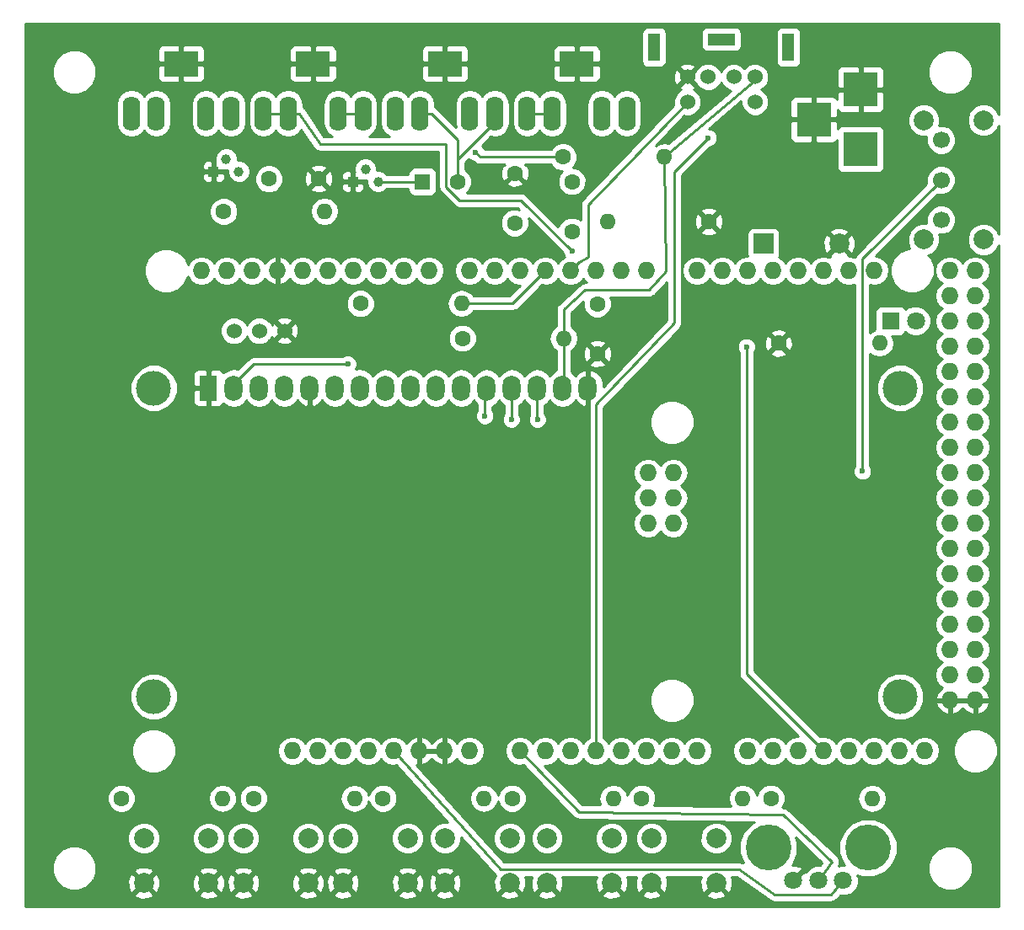
<source format=gbl>
G04 #@! TF.FileFunction,Copper,L2,Bot,Signal*
%FSLAX46Y46*%
G04 Gerber Fmt 4.6, Leading zero omitted, Abs format (unit mm)*
G04 Created by KiCad (PCBNEW 4.0.7-e2-6376~61~ubuntu18.04.1) date Wed Jul 25 19:22:43 2018*
%MOMM*%
%LPD*%
G01*
G04 APERTURE LIST*
%ADD10C,0.100000*%
%ADD11R,2.000000X2.000000*%
%ADD12C,2.000000*%
%ADD13R,1.600000X1.600000*%
%ADD14C,1.600000*%
%ADD15C,1.524000*%
%ADD16R,1.200000X2.800000*%
%ADD17R,2.800000X1.200000*%
%ADD18C,1.000000*%
%ADD19R,1.000000X1.000000*%
%ADD20O,1.600000X1.600000*%
%ADD21C,1.800000*%
%ADD22C,4.600000*%
%ADD23O,1.727200X1.727200*%
%ADD24R,3.500000X3.500000*%
%ADD25C,1.700000*%
%ADD26R,1.800000X1.800000*%
%ADD27R,1.800000X2.600000*%
%ADD28O,1.800000X2.600000*%
%ADD29C,3.500000*%
%ADD30R,3.500000X2.500000*%
%ADD31O,1.750000X3.500000*%
%ADD32C,0.600000*%
%ADD33C,0.250000*%
%ADD34C,0.254000*%
G04 APERTURE END LIST*
D10*
D11*
X155250000Y-82250000D03*
D12*
X162850000Y-82250000D03*
D13*
X121000000Y-76000000D03*
D14*
X124500000Y-76000000D03*
D15*
X149700000Y-65500000D03*
X152300000Y-65500000D03*
X147600000Y-65500000D03*
X154400000Y-65500000D03*
X147600000Y-68000000D03*
X154400000Y-68000000D03*
D16*
X157750000Y-62500000D03*
X144250000Y-62500000D03*
D17*
X151000000Y-61700000D03*
D18*
X115270000Y-74730000D03*
X116540000Y-76000000D03*
D19*
X114000000Y-76000000D03*
D18*
X101270000Y-73730000D03*
X102540000Y-75000000D03*
D19*
X100000000Y-75000000D03*
D14*
X114750000Y-88250000D03*
D20*
X124910000Y-88250000D03*
D14*
X135100000Y-73530000D03*
D20*
X145260000Y-73530000D03*
D21*
X163250000Y-146250000D03*
X160750000Y-146250000D03*
X158250000Y-146250000D03*
D22*
X165750000Y-142950000D03*
X155750000Y-142950000D03*
D14*
X101000000Y-79000000D03*
D20*
X111160000Y-79000000D03*
D14*
X90750000Y-138000000D03*
D20*
X100910000Y-138000000D03*
D14*
X104000000Y-138000000D03*
D20*
X114160000Y-138000000D03*
D14*
X117000000Y-138000000D03*
D20*
X127160000Y-138000000D03*
D14*
X130000000Y-138000000D03*
D20*
X140160000Y-138000000D03*
D14*
X143000000Y-138000000D03*
D20*
X153160000Y-138000000D03*
D14*
X156000000Y-138000000D03*
D20*
X166160000Y-138000000D03*
D14*
X125000000Y-91750000D03*
D20*
X135160000Y-91750000D03*
D14*
X149750000Y-80000000D03*
D20*
X139590000Y-80000000D03*
D12*
X99500000Y-142000000D03*
X99500000Y-146500000D03*
X93000000Y-142000000D03*
X93000000Y-146500000D03*
X109500000Y-142000000D03*
X109500000Y-146500000D03*
X103000000Y-142000000D03*
X103000000Y-146500000D03*
X119500000Y-142000000D03*
X119500000Y-146500000D03*
X113000000Y-142000000D03*
X113000000Y-146500000D03*
X129750000Y-142000000D03*
X129750000Y-146500000D03*
X123250000Y-142000000D03*
X123250000Y-146500000D03*
X140000000Y-142000000D03*
X140000000Y-146500000D03*
X133500000Y-142000000D03*
X133500000Y-146500000D03*
X150500000Y-142000000D03*
X150500000Y-146500000D03*
X144000000Y-142000000D03*
X144000000Y-146500000D03*
D23*
X143627000Y-110350000D03*
X146167000Y-110350000D03*
X146167000Y-107810000D03*
X143627000Y-107810000D03*
X146167000Y-105270000D03*
X130800000Y-133210000D03*
X125720000Y-133210000D03*
X123180000Y-133210000D03*
X120640000Y-133210000D03*
X118100000Y-133210000D03*
X115560000Y-133210000D03*
X113020000Y-133210000D03*
X110480000Y-133210000D03*
X166360000Y-84950000D03*
X163820000Y-84950000D03*
X161280000Y-84950000D03*
X158740000Y-84950000D03*
X156200000Y-84950000D03*
X153660000Y-84950000D03*
X151120000Y-84950000D03*
X148580000Y-84950000D03*
X143500000Y-84950000D03*
X140960000Y-84950000D03*
X138420000Y-84950000D03*
X135880000Y-84950000D03*
X133340000Y-84950000D03*
X130800000Y-84950000D03*
X128260000Y-84950000D03*
X125720000Y-84950000D03*
X106416000Y-84950000D03*
X121656000Y-84950000D03*
X119116000Y-84950000D03*
X116576000Y-84950000D03*
X98796000Y-84950000D03*
X101336000Y-84950000D03*
X103876000Y-84950000D03*
X108956000Y-84950000D03*
X111496000Y-84950000D03*
X114036000Y-84950000D03*
X107940000Y-133210000D03*
X133340000Y-133210000D03*
X135880000Y-133210000D03*
X138420000Y-133210000D03*
X140960000Y-133210000D03*
X143500000Y-133210000D03*
X146040000Y-133210000D03*
X148580000Y-133210000D03*
X153660000Y-133210000D03*
X156200000Y-133210000D03*
X158740000Y-133210000D03*
X161280000Y-133210000D03*
X163820000Y-133210000D03*
X166360000Y-133210000D03*
X168900000Y-133210000D03*
X171440000Y-133210000D03*
X173980000Y-84950000D03*
X176520000Y-84950000D03*
X173980000Y-87490000D03*
X176520000Y-87490000D03*
X173980000Y-90030000D03*
X176520000Y-90030000D03*
X173980000Y-92570000D03*
X176520000Y-92570000D03*
X173980000Y-95110000D03*
X176520000Y-95110000D03*
X173980000Y-97650000D03*
X176520000Y-97650000D03*
X173980000Y-100190000D03*
X176520000Y-100190000D03*
X173980000Y-102730000D03*
X176520000Y-102730000D03*
X173980000Y-105270000D03*
X176520000Y-105270000D03*
X173980000Y-107810000D03*
X176520000Y-107810000D03*
X173980000Y-110350000D03*
X176520000Y-110350000D03*
X173980000Y-112890000D03*
X176520000Y-112890000D03*
X173980000Y-115430000D03*
X176520000Y-115430000D03*
X173980000Y-117970000D03*
X176520000Y-117970000D03*
X173980000Y-120510000D03*
X176520000Y-120510000D03*
X173980000Y-123050000D03*
X176520000Y-123050000D03*
X173980000Y-125590000D03*
X176520000Y-125590000D03*
X173980000Y-128130000D03*
X176520000Y-128130000D03*
X143627000Y-105270000D03*
D24*
X165000000Y-72750000D03*
X165000000Y-66750000D03*
X160300000Y-69750000D03*
D14*
X130260000Y-80160000D03*
X130260000Y-75160000D03*
X138560000Y-88290000D03*
X138560000Y-93290000D03*
X105560000Y-75720000D03*
X110560000Y-75720000D03*
X136000000Y-81000000D03*
X136000000Y-76000000D03*
D15*
X104590000Y-90990000D03*
X107130000Y-90990000D03*
X102050000Y-90990000D03*
D12*
X171340000Y-81830000D03*
X171340000Y-69830000D03*
X177340000Y-69830000D03*
X177340000Y-81830000D03*
D25*
X173090000Y-79830000D03*
X173090000Y-75830000D03*
X173090000Y-71830000D03*
D26*
X168000000Y-90000000D03*
D21*
X170540000Y-90000000D03*
D14*
X156750000Y-92250000D03*
D20*
X166910000Y-92250000D03*
D27*
X99500000Y-96750000D03*
D28*
X102040000Y-96750000D03*
X104580000Y-96750000D03*
X107120000Y-96750000D03*
X109660000Y-96750000D03*
X112200000Y-96750000D03*
X114740000Y-96750000D03*
X117280000Y-96750000D03*
X119820000Y-96750000D03*
X122360000Y-96750000D03*
X124900000Y-96750000D03*
X127440000Y-96750000D03*
X129980000Y-96750000D03*
X132520000Y-96750000D03*
X135060000Y-96750000D03*
X137600000Y-96750000D03*
D29*
X94000900Y-96750000D03*
X94000900Y-127750700D03*
X168999480Y-127750700D03*
X169000000Y-96750000D03*
D30*
X123250000Y-64154000D03*
D31*
X128250000Y-69160000D03*
X118250000Y-69160000D03*
X125750000Y-69160000D03*
X120750000Y-69160000D03*
D30*
X96750000Y-64154000D03*
D31*
X101750000Y-69160000D03*
X91750000Y-69160000D03*
X99250000Y-69160000D03*
X94250000Y-69160000D03*
D30*
X110000000Y-64154000D03*
D31*
X115000000Y-69160000D03*
X105000000Y-69160000D03*
X112500000Y-69160000D03*
X107500000Y-69160000D03*
D30*
X136500000Y-64154000D03*
D31*
X141500000Y-69160000D03*
X131500000Y-69160000D03*
X139000000Y-69160000D03*
X134000000Y-69160000D03*
D32*
X136000000Y-83000000D03*
X153530000Y-92600000D03*
X126320000Y-73080000D03*
X113480000Y-94350000D03*
X127250000Y-99550000D03*
X129920000Y-99900034D03*
X132540000Y-99900034D03*
X149690000Y-71610000D03*
X165190000Y-105120000D03*
D33*
X115000000Y-69160000D02*
X112500000Y-69160000D01*
X105000000Y-69160000D02*
X107500000Y-69160000D01*
X107500000Y-69160000D02*
X108625000Y-69160000D01*
X108625000Y-69160000D02*
X110690010Y-72215010D01*
X110690010Y-72215010D02*
X123303600Y-72215010D01*
X123303600Y-72215010D02*
X123364999Y-72276409D01*
X123364999Y-72276409D02*
X123374999Y-76540001D01*
X123374999Y-76540001D02*
X124709999Y-77875001D01*
X124709999Y-77875001D02*
X130875001Y-77875001D01*
X130875001Y-77875001D02*
X136000000Y-83000000D01*
X153530000Y-92600000D02*
X153530000Y-125460000D01*
X153530000Y-125460000D02*
X161280000Y-133210000D01*
X134000000Y-69160000D02*
X131500000Y-69160000D01*
X134000000Y-69160000D02*
X134000000Y-70035000D01*
X134000000Y-70035000D02*
X133874999Y-70160001D01*
X135100000Y-73530000D02*
X126770000Y-73530000D01*
X126770000Y-73530000D02*
X126320000Y-73080000D01*
X121000000Y-76000000D02*
X116540000Y-76000000D01*
X128250000Y-70035000D02*
X128250000Y-69160000D01*
X124500000Y-73785000D02*
X128250000Y-70035000D01*
X120750000Y-69160000D02*
X121875000Y-69160000D01*
X121875000Y-69160000D02*
X124500000Y-71785000D01*
X124500000Y-76000000D02*
X124500000Y-73785000D01*
X124500000Y-71785000D02*
X124500000Y-76000000D01*
X113480000Y-94350000D02*
X104040000Y-94350000D01*
X104040000Y-94350000D02*
X102040000Y-96350000D01*
X102040000Y-96350000D02*
X102040000Y-96750000D01*
X135160000Y-91750000D02*
X135160000Y-96650000D01*
X135160000Y-96650000D02*
X135060000Y-96750000D01*
X137285001Y-86894999D02*
X135160000Y-88840000D01*
X135160000Y-88840000D02*
X135160000Y-91750000D01*
X145260000Y-73530000D02*
X145440000Y-85049130D01*
X145440000Y-85049130D02*
X143774131Y-86894999D01*
X143774131Y-86894999D02*
X137285001Y-86894999D01*
X145260000Y-73530000D02*
X154400000Y-65760000D01*
X154400000Y-65760000D02*
X154400000Y-65500000D01*
X118100000Y-133210000D02*
X128804999Y-145134999D01*
X128804999Y-145134999D02*
X152829997Y-145134999D01*
X152829997Y-145134999D02*
X156379999Y-147655001D01*
X156379999Y-147655001D02*
X162014999Y-147655001D01*
X162014999Y-147655001D02*
X163250000Y-146250000D01*
X127250000Y-99550000D02*
X127250000Y-96940000D01*
X127250000Y-96940000D02*
X127440000Y-96750000D01*
X129980000Y-96750000D02*
X129980000Y-99840034D01*
X129980000Y-99840034D02*
X129920000Y-99900034D01*
X132520000Y-99880034D02*
X132540000Y-99900034D01*
X132520000Y-96750000D02*
X132520000Y-99880034D01*
X138450000Y-133570000D02*
X138450000Y-98422425D01*
X138450000Y-98422425D02*
X146285001Y-90197424D01*
X146285001Y-90197424D02*
X146285001Y-75014999D01*
X146285001Y-75014999D02*
X149690000Y-71610000D01*
X147600000Y-68000000D02*
X137611399Y-78328601D01*
X137611399Y-78328601D02*
X137611399Y-83558601D01*
X137611399Y-83558601D02*
X136743599Y-84086401D01*
X136743599Y-84086401D02*
X135880000Y-84950000D01*
X124910000Y-88250000D02*
X130040000Y-88250000D01*
X130040000Y-88250000D02*
X133340000Y-84950000D01*
X130800000Y-133210000D02*
X136695001Y-139355001D01*
X136695001Y-139355001D02*
X157190003Y-139645001D01*
X157190003Y-139645001D02*
X162150000Y-144354998D01*
X162150000Y-144354998D02*
X160750000Y-146250000D01*
X165190000Y-105120000D02*
X165190000Y-104695736D01*
X165171399Y-83748601D02*
X173090000Y-75830000D01*
X165190000Y-104695736D02*
X165171399Y-104677135D01*
X165171399Y-104677135D02*
X165171399Y-83748601D01*
D34*
G36*
X178873000Y-69258660D02*
X178726894Y-68905057D01*
X178267363Y-68444722D01*
X177666648Y-68195284D01*
X177016205Y-68194716D01*
X176415057Y-68443106D01*
X175954722Y-68902637D01*
X175705284Y-69503352D01*
X175704716Y-70153795D01*
X175953106Y-70754943D01*
X176412637Y-71215278D01*
X177013352Y-71464716D01*
X177663795Y-71465284D01*
X178264943Y-71216894D01*
X178725278Y-70757363D01*
X178873000Y-70401608D01*
X178873000Y-81258660D01*
X178726894Y-80905057D01*
X178267363Y-80444722D01*
X177666648Y-80195284D01*
X177016205Y-80194716D01*
X176415057Y-80443106D01*
X175954722Y-80902637D01*
X175705284Y-81503352D01*
X175704716Y-82153795D01*
X175953106Y-82754943D01*
X176412637Y-83215278D01*
X177013352Y-83464716D01*
X177663795Y-83465284D01*
X178264943Y-83216894D01*
X178725278Y-82757363D01*
X178873000Y-82401608D01*
X178873000Y-148873000D01*
X81127000Y-148873000D01*
X81127000Y-147652532D01*
X92027073Y-147652532D01*
X92125736Y-147919387D01*
X92735461Y-148145908D01*
X93385460Y-148121856D01*
X93874264Y-147919387D01*
X93972927Y-147652532D01*
X98527073Y-147652532D01*
X98625736Y-147919387D01*
X99235461Y-148145908D01*
X99885460Y-148121856D01*
X100374264Y-147919387D01*
X100472927Y-147652532D01*
X102027073Y-147652532D01*
X102125736Y-147919387D01*
X102735461Y-148145908D01*
X103385460Y-148121856D01*
X103874264Y-147919387D01*
X103972927Y-147652532D01*
X108527073Y-147652532D01*
X108625736Y-147919387D01*
X109235461Y-148145908D01*
X109885460Y-148121856D01*
X110374264Y-147919387D01*
X110472927Y-147652532D01*
X112027073Y-147652532D01*
X112125736Y-147919387D01*
X112735461Y-148145908D01*
X113385460Y-148121856D01*
X113874264Y-147919387D01*
X113972927Y-147652532D01*
X118527073Y-147652532D01*
X118625736Y-147919387D01*
X119235461Y-148145908D01*
X119885460Y-148121856D01*
X120374264Y-147919387D01*
X120472927Y-147652532D01*
X122277073Y-147652532D01*
X122375736Y-147919387D01*
X122985461Y-148145908D01*
X123635460Y-148121856D01*
X124124264Y-147919387D01*
X124222927Y-147652532D01*
X128777073Y-147652532D01*
X128875736Y-147919387D01*
X129485461Y-148145908D01*
X130135460Y-148121856D01*
X130624264Y-147919387D01*
X130722927Y-147652532D01*
X132527073Y-147652532D01*
X132625736Y-147919387D01*
X133235461Y-148145908D01*
X133885460Y-148121856D01*
X134374264Y-147919387D01*
X134472927Y-147652532D01*
X139027073Y-147652532D01*
X139125736Y-147919387D01*
X139735461Y-148145908D01*
X140385460Y-148121856D01*
X140874264Y-147919387D01*
X140972927Y-147652532D01*
X143027073Y-147652532D01*
X143125736Y-147919387D01*
X143735461Y-148145908D01*
X144385460Y-148121856D01*
X144874264Y-147919387D01*
X144972927Y-147652532D01*
X149527073Y-147652532D01*
X149625736Y-147919387D01*
X150235461Y-148145908D01*
X150885460Y-148121856D01*
X151374264Y-147919387D01*
X151472927Y-147652532D01*
X150500000Y-146679605D01*
X149527073Y-147652532D01*
X144972927Y-147652532D01*
X144000000Y-146679605D01*
X143027073Y-147652532D01*
X140972927Y-147652532D01*
X140000000Y-146679605D01*
X139027073Y-147652532D01*
X134472927Y-147652532D01*
X133500000Y-146679605D01*
X132527073Y-147652532D01*
X130722927Y-147652532D01*
X129750000Y-146679605D01*
X128777073Y-147652532D01*
X124222927Y-147652532D01*
X123250000Y-146679605D01*
X122277073Y-147652532D01*
X120472927Y-147652532D01*
X119500000Y-146679605D01*
X118527073Y-147652532D01*
X113972927Y-147652532D01*
X113000000Y-146679605D01*
X112027073Y-147652532D01*
X110472927Y-147652532D01*
X109500000Y-146679605D01*
X108527073Y-147652532D01*
X103972927Y-147652532D01*
X103000000Y-146679605D01*
X102027073Y-147652532D01*
X100472927Y-147652532D01*
X99500000Y-146679605D01*
X98527073Y-147652532D01*
X93972927Y-147652532D01*
X93000000Y-146679605D01*
X92027073Y-147652532D01*
X81127000Y-147652532D01*
X81127000Y-145442619D01*
X83764613Y-145442619D01*
X84104155Y-146264372D01*
X84732321Y-146893636D01*
X85553481Y-147234611D01*
X86442619Y-147235387D01*
X87264372Y-146895845D01*
X87893636Y-146267679D01*
X87907014Y-146235461D01*
X91354092Y-146235461D01*
X91378144Y-146885460D01*
X91580613Y-147374264D01*
X91847468Y-147472927D01*
X92820395Y-146500000D01*
X93179605Y-146500000D01*
X94152532Y-147472927D01*
X94419387Y-147374264D01*
X94645908Y-146764539D01*
X94626331Y-146235461D01*
X97854092Y-146235461D01*
X97878144Y-146885460D01*
X98080613Y-147374264D01*
X98347468Y-147472927D01*
X99320395Y-146500000D01*
X99679605Y-146500000D01*
X100652532Y-147472927D01*
X100919387Y-147374264D01*
X101145908Y-146764539D01*
X101126331Y-146235461D01*
X101354092Y-146235461D01*
X101378144Y-146885460D01*
X101580613Y-147374264D01*
X101847468Y-147472927D01*
X102820395Y-146500000D01*
X103179605Y-146500000D01*
X104152532Y-147472927D01*
X104419387Y-147374264D01*
X104645908Y-146764539D01*
X104626331Y-146235461D01*
X107854092Y-146235461D01*
X107878144Y-146885460D01*
X108080613Y-147374264D01*
X108347468Y-147472927D01*
X109320395Y-146500000D01*
X109679605Y-146500000D01*
X110652532Y-147472927D01*
X110919387Y-147374264D01*
X111145908Y-146764539D01*
X111126331Y-146235461D01*
X111354092Y-146235461D01*
X111378144Y-146885460D01*
X111580613Y-147374264D01*
X111847468Y-147472927D01*
X112820395Y-146500000D01*
X113179605Y-146500000D01*
X114152532Y-147472927D01*
X114419387Y-147374264D01*
X114645908Y-146764539D01*
X114626331Y-146235461D01*
X117854092Y-146235461D01*
X117878144Y-146885460D01*
X118080613Y-147374264D01*
X118347468Y-147472927D01*
X119320395Y-146500000D01*
X119679605Y-146500000D01*
X120652532Y-147472927D01*
X120919387Y-147374264D01*
X121145908Y-146764539D01*
X121126331Y-146235461D01*
X121604092Y-146235461D01*
X121628144Y-146885460D01*
X121830613Y-147374264D01*
X122097468Y-147472927D01*
X123070395Y-146500000D01*
X123429605Y-146500000D01*
X124402532Y-147472927D01*
X124669387Y-147374264D01*
X124895908Y-146764539D01*
X124871856Y-146114540D01*
X124669387Y-145625736D01*
X124402532Y-145527073D01*
X123429605Y-146500000D01*
X123070395Y-146500000D01*
X122097468Y-145527073D01*
X121830613Y-145625736D01*
X121604092Y-146235461D01*
X121126331Y-146235461D01*
X121121856Y-146114540D01*
X120919387Y-145625736D01*
X120652532Y-145527073D01*
X119679605Y-146500000D01*
X119320395Y-146500000D01*
X118347468Y-145527073D01*
X118080613Y-145625736D01*
X117854092Y-146235461D01*
X114626331Y-146235461D01*
X114621856Y-146114540D01*
X114419387Y-145625736D01*
X114152532Y-145527073D01*
X113179605Y-146500000D01*
X112820395Y-146500000D01*
X111847468Y-145527073D01*
X111580613Y-145625736D01*
X111354092Y-146235461D01*
X111126331Y-146235461D01*
X111121856Y-146114540D01*
X110919387Y-145625736D01*
X110652532Y-145527073D01*
X109679605Y-146500000D01*
X109320395Y-146500000D01*
X108347468Y-145527073D01*
X108080613Y-145625736D01*
X107854092Y-146235461D01*
X104626331Y-146235461D01*
X104621856Y-146114540D01*
X104419387Y-145625736D01*
X104152532Y-145527073D01*
X103179605Y-146500000D01*
X102820395Y-146500000D01*
X101847468Y-145527073D01*
X101580613Y-145625736D01*
X101354092Y-146235461D01*
X101126331Y-146235461D01*
X101121856Y-146114540D01*
X100919387Y-145625736D01*
X100652532Y-145527073D01*
X99679605Y-146500000D01*
X99320395Y-146500000D01*
X98347468Y-145527073D01*
X98080613Y-145625736D01*
X97854092Y-146235461D01*
X94626331Y-146235461D01*
X94621856Y-146114540D01*
X94419387Y-145625736D01*
X94152532Y-145527073D01*
X93179605Y-146500000D01*
X92820395Y-146500000D01*
X91847468Y-145527073D01*
X91580613Y-145625736D01*
X91354092Y-146235461D01*
X87907014Y-146235461D01*
X88234611Y-145446519D01*
X88234697Y-145347468D01*
X92027073Y-145347468D01*
X93000000Y-146320395D01*
X93972927Y-145347468D01*
X98527073Y-145347468D01*
X99500000Y-146320395D01*
X100472927Y-145347468D01*
X102027073Y-145347468D01*
X103000000Y-146320395D01*
X103972927Y-145347468D01*
X108527073Y-145347468D01*
X109500000Y-146320395D01*
X110472927Y-145347468D01*
X112027073Y-145347468D01*
X113000000Y-146320395D01*
X113972927Y-145347468D01*
X118527073Y-145347468D01*
X119500000Y-146320395D01*
X120472927Y-145347468D01*
X122277073Y-145347468D01*
X123250000Y-146320395D01*
X124222927Y-145347468D01*
X124124264Y-145080613D01*
X123514539Y-144854092D01*
X122864540Y-144878144D01*
X122375736Y-145080613D01*
X122277073Y-145347468D01*
X120472927Y-145347468D01*
X120374264Y-145080613D01*
X119764539Y-144854092D01*
X119114540Y-144878144D01*
X118625736Y-145080613D01*
X118527073Y-145347468D01*
X113972927Y-145347468D01*
X113874264Y-145080613D01*
X113264539Y-144854092D01*
X112614540Y-144878144D01*
X112125736Y-145080613D01*
X112027073Y-145347468D01*
X110472927Y-145347468D01*
X110374264Y-145080613D01*
X109764539Y-144854092D01*
X109114540Y-144878144D01*
X108625736Y-145080613D01*
X108527073Y-145347468D01*
X103972927Y-145347468D01*
X103874264Y-145080613D01*
X103264539Y-144854092D01*
X102614540Y-144878144D01*
X102125736Y-145080613D01*
X102027073Y-145347468D01*
X100472927Y-145347468D01*
X100374264Y-145080613D01*
X99764539Y-144854092D01*
X99114540Y-144878144D01*
X98625736Y-145080613D01*
X98527073Y-145347468D01*
X93972927Y-145347468D01*
X93874264Y-145080613D01*
X93264539Y-144854092D01*
X92614540Y-144878144D01*
X92125736Y-145080613D01*
X92027073Y-145347468D01*
X88234697Y-145347468D01*
X88235387Y-144557381D01*
X87895845Y-143735628D01*
X87267679Y-143106364D01*
X86446519Y-142765389D01*
X85557381Y-142764613D01*
X84735628Y-143104155D01*
X84106364Y-143732321D01*
X83765389Y-144553481D01*
X83764613Y-145442619D01*
X81127000Y-145442619D01*
X81127000Y-142323795D01*
X91364716Y-142323795D01*
X91613106Y-142924943D01*
X92072637Y-143385278D01*
X92673352Y-143634716D01*
X93323795Y-143635284D01*
X93924943Y-143386894D01*
X94385278Y-142927363D01*
X94634716Y-142326648D01*
X94634718Y-142323795D01*
X97864716Y-142323795D01*
X98113106Y-142924943D01*
X98572637Y-143385278D01*
X99173352Y-143634716D01*
X99823795Y-143635284D01*
X100424943Y-143386894D01*
X100885278Y-142927363D01*
X101134716Y-142326648D01*
X101134718Y-142323795D01*
X101364716Y-142323795D01*
X101613106Y-142924943D01*
X102072637Y-143385278D01*
X102673352Y-143634716D01*
X103323795Y-143635284D01*
X103924943Y-143386894D01*
X104385278Y-142927363D01*
X104634716Y-142326648D01*
X104634718Y-142323795D01*
X107864716Y-142323795D01*
X108113106Y-142924943D01*
X108572637Y-143385278D01*
X109173352Y-143634716D01*
X109823795Y-143635284D01*
X110424943Y-143386894D01*
X110885278Y-142927363D01*
X111134716Y-142326648D01*
X111134718Y-142323795D01*
X111364716Y-142323795D01*
X111613106Y-142924943D01*
X112072637Y-143385278D01*
X112673352Y-143634716D01*
X113323795Y-143635284D01*
X113924943Y-143386894D01*
X114385278Y-142927363D01*
X114634716Y-142326648D01*
X114634718Y-142323795D01*
X117864716Y-142323795D01*
X118113106Y-142924943D01*
X118572637Y-143385278D01*
X119173352Y-143634716D01*
X119823795Y-143635284D01*
X120424943Y-143386894D01*
X120885278Y-142927363D01*
X121134716Y-142326648D01*
X121135284Y-141676205D01*
X120886894Y-141075057D01*
X120427363Y-140614722D01*
X119826648Y-140365284D01*
X119176205Y-140364716D01*
X118575057Y-140613106D01*
X118114722Y-141072637D01*
X117865284Y-141673352D01*
X117864716Y-142323795D01*
X114634718Y-142323795D01*
X114635284Y-141676205D01*
X114386894Y-141075057D01*
X113927363Y-140614722D01*
X113326648Y-140365284D01*
X112676205Y-140364716D01*
X112075057Y-140613106D01*
X111614722Y-141072637D01*
X111365284Y-141673352D01*
X111364716Y-142323795D01*
X111134718Y-142323795D01*
X111135284Y-141676205D01*
X110886894Y-141075057D01*
X110427363Y-140614722D01*
X109826648Y-140365284D01*
X109176205Y-140364716D01*
X108575057Y-140613106D01*
X108114722Y-141072637D01*
X107865284Y-141673352D01*
X107864716Y-142323795D01*
X104634718Y-142323795D01*
X104635284Y-141676205D01*
X104386894Y-141075057D01*
X103927363Y-140614722D01*
X103326648Y-140365284D01*
X102676205Y-140364716D01*
X102075057Y-140613106D01*
X101614722Y-141072637D01*
X101365284Y-141673352D01*
X101364716Y-142323795D01*
X101134718Y-142323795D01*
X101135284Y-141676205D01*
X100886894Y-141075057D01*
X100427363Y-140614722D01*
X99826648Y-140365284D01*
X99176205Y-140364716D01*
X98575057Y-140613106D01*
X98114722Y-141072637D01*
X97865284Y-141673352D01*
X97864716Y-142323795D01*
X94634718Y-142323795D01*
X94635284Y-141676205D01*
X94386894Y-141075057D01*
X93927363Y-140614722D01*
X93326648Y-140365284D01*
X92676205Y-140364716D01*
X92075057Y-140613106D01*
X91614722Y-141072637D01*
X91365284Y-141673352D01*
X91364716Y-142323795D01*
X81127000Y-142323795D01*
X81127000Y-138284187D01*
X89314752Y-138284187D01*
X89532757Y-138811800D01*
X89936077Y-139215824D01*
X90463309Y-139434750D01*
X91034187Y-139435248D01*
X91561800Y-139217243D01*
X91965824Y-138813923D01*
X92184750Y-138286691D01*
X92185000Y-138000000D01*
X99446887Y-138000000D01*
X99556120Y-138549151D01*
X99867189Y-139014698D01*
X100332736Y-139325767D01*
X100881887Y-139435000D01*
X100938113Y-139435000D01*
X101487264Y-139325767D01*
X101952811Y-139014698D01*
X102263880Y-138549151D01*
X102316584Y-138284187D01*
X102564752Y-138284187D01*
X102782757Y-138811800D01*
X103186077Y-139215824D01*
X103713309Y-139434750D01*
X104284187Y-139435248D01*
X104811800Y-139217243D01*
X105215824Y-138813923D01*
X105434750Y-138286691D01*
X105435000Y-138000000D01*
X112696887Y-138000000D01*
X112806120Y-138549151D01*
X113117189Y-139014698D01*
X113582736Y-139325767D01*
X114131887Y-139435000D01*
X114188113Y-139435000D01*
X114737264Y-139325767D01*
X115202811Y-139014698D01*
X115513880Y-138549151D01*
X115565989Y-138287181D01*
X115782757Y-138811800D01*
X116186077Y-139215824D01*
X116713309Y-139434750D01*
X117284187Y-139435248D01*
X117811800Y-139217243D01*
X118215824Y-138813923D01*
X118434750Y-138286691D01*
X118435248Y-137715813D01*
X118217243Y-137188200D01*
X117813923Y-136784176D01*
X117286691Y-136565250D01*
X116715813Y-136564752D01*
X116188200Y-136782757D01*
X115784176Y-137186077D01*
X115565816Y-137711947D01*
X115513880Y-137450849D01*
X115202811Y-136985302D01*
X114737264Y-136674233D01*
X114188113Y-136565000D01*
X114131887Y-136565000D01*
X113582736Y-136674233D01*
X113117189Y-136985302D01*
X112806120Y-137450849D01*
X112696887Y-138000000D01*
X105435000Y-138000000D01*
X105435248Y-137715813D01*
X105217243Y-137188200D01*
X104813923Y-136784176D01*
X104286691Y-136565250D01*
X103715813Y-136564752D01*
X103188200Y-136782757D01*
X102784176Y-137186077D01*
X102565250Y-137713309D01*
X102564752Y-138284187D01*
X102316584Y-138284187D01*
X102373113Y-138000000D01*
X102263880Y-137450849D01*
X101952811Y-136985302D01*
X101487264Y-136674233D01*
X100938113Y-136565000D01*
X100881887Y-136565000D01*
X100332736Y-136674233D01*
X99867189Y-136985302D01*
X99556120Y-137450849D01*
X99446887Y-138000000D01*
X92185000Y-138000000D01*
X92185248Y-137715813D01*
X91967243Y-137188200D01*
X91563923Y-136784176D01*
X91036691Y-136565250D01*
X90465813Y-136564752D01*
X89938200Y-136782757D01*
X89534176Y-137186077D01*
X89315250Y-137713309D01*
X89314752Y-138284187D01*
X81127000Y-138284187D01*
X81127000Y-133652619D01*
X91734613Y-133652619D01*
X92074155Y-134474372D01*
X92702321Y-135103636D01*
X93523481Y-135444611D01*
X94412619Y-135445387D01*
X95234372Y-135105845D01*
X95863636Y-134477679D01*
X96204611Y-133656519D01*
X96205387Y-132767381D01*
X95865845Y-131945628D01*
X95237679Y-131316364D01*
X94416519Y-130975389D01*
X93527381Y-130974613D01*
X92705628Y-131314155D01*
X92076364Y-131942321D01*
X91735389Y-132763481D01*
X91734613Y-133652619D01*
X81127000Y-133652619D01*
X81127000Y-128223025D01*
X91615487Y-128223025D01*
X91977816Y-129099929D01*
X92648142Y-129771426D01*
X93524413Y-130135285D01*
X94473225Y-130136113D01*
X95350129Y-129773784D01*
X96021626Y-129103458D01*
X96385485Y-128227187D01*
X96386313Y-127278375D01*
X96023984Y-126401471D01*
X95353658Y-125729974D01*
X94477387Y-125366115D01*
X93528575Y-125365287D01*
X92651671Y-125727616D01*
X91980174Y-126397942D01*
X91616315Y-127274213D01*
X91615487Y-128223025D01*
X81127000Y-128223025D01*
X81127000Y-97222325D01*
X91615487Y-97222325D01*
X91977816Y-98099229D01*
X92648142Y-98770726D01*
X93524413Y-99134585D01*
X94473225Y-99135413D01*
X95350129Y-98773084D01*
X96021626Y-98102758D01*
X96385485Y-97226487D01*
X96385651Y-97035750D01*
X97965000Y-97035750D01*
X97965000Y-98176310D01*
X98061673Y-98409699D01*
X98240302Y-98588327D01*
X98473691Y-98685000D01*
X99214250Y-98685000D01*
X99373000Y-98526250D01*
X99373000Y-96877000D01*
X98123750Y-96877000D01*
X97965000Y-97035750D01*
X96385651Y-97035750D01*
X96386313Y-96277675D01*
X96023984Y-95400771D01*
X95947038Y-95323690D01*
X97965000Y-95323690D01*
X97965000Y-96464250D01*
X98123750Y-96623000D01*
X99373000Y-96623000D01*
X99373000Y-94973750D01*
X99627000Y-94973750D01*
X99627000Y-96623000D01*
X99647000Y-96623000D01*
X99647000Y-96877000D01*
X99627000Y-96877000D01*
X99627000Y-98526250D01*
X99785750Y-98685000D01*
X100526309Y-98685000D01*
X100759698Y-98588327D01*
X100938327Y-98409699D01*
X100986098Y-98294370D01*
X101452581Y-98606064D01*
X102040000Y-98722909D01*
X102627419Y-98606064D01*
X103125409Y-98273318D01*
X103310000Y-97997058D01*
X103494591Y-98273318D01*
X103992581Y-98606064D01*
X104580000Y-98722909D01*
X105167419Y-98606064D01*
X105665409Y-98273318D01*
X105850000Y-97997058D01*
X106034591Y-98273318D01*
X106532581Y-98606064D01*
X107120000Y-98722909D01*
X107707419Y-98606064D01*
X108205409Y-98273318D01*
X108396192Y-97987790D01*
X108664394Y-98325212D01*
X109189914Y-98616756D01*
X109295260Y-98641036D01*
X109533000Y-98520378D01*
X109533000Y-96877000D01*
X109513000Y-96877000D01*
X109513000Y-96623000D01*
X109533000Y-96623000D01*
X109533000Y-96603000D01*
X109787000Y-96603000D01*
X109787000Y-96623000D01*
X109807000Y-96623000D01*
X109807000Y-96877000D01*
X109787000Y-96877000D01*
X109787000Y-98520378D01*
X110024740Y-98641036D01*
X110130086Y-98616756D01*
X110655606Y-98325212D01*
X110923808Y-97987790D01*
X111114591Y-98273318D01*
X111612581Y-98606064D01*
X112200000Y-98722909D01*
X112787419Y-98606064D01*
X113285409Y-98273318D01*
X113470000Y-97997058D01*
X113654591Y-98273318D01*
X114152581Y-98606064D01*
X114740000Y-98722909D01*
X115327419Y-98606064D01*
X115825409Y-98273318D01*
X116010000Y-97997058D01*
X116194591Y-98273318D01*
X116692581Y-98606064D01*
X117280000Y-98722909D01*
X117867419Y-98606064D01*
X118365409Y-98273318D01*
X118550000Y-97997058D01*
X118734591Y-98273318D01*
X119232581Y-98606064D01*
X119820000Y-98722909D01*
X120407419Y-98606064D01*
X120905409Y-98273318D01*
X121090000Y-97997058D01*
X121274591Y-98273318D01*
X121772581Y-98606064D01*
X122360000Y-98722909D01*
X122947419Y-98606064D01*
X123445409Y-98273318D01*
X123630000Y-97997058D01*
X123814591Y-98273318D01*
X124312581Y-98606064D01*
X124900000Y-98722909D01*
X125487419Y-98606064D01*
X125985409Y-98273318D01*
X126170000Y-97997058D01*
X126354591Y-98273318D01*
X126490000Y-98363795D01*
X126490000Y-98987537D01*
X126457808Y-99019673D01*
X126315162Y-99363201D01*
X126314838Y-99735167D01*
X126456883Y-100078943D01*
X126719673Y-100342192D01*
X127063201Y-100484838D01*
X127435167Y-100485162D01*
X127778943Y-100343117D01*
X128042192Y-100080327D01*
X128184838Y-99736799D01*
X128185162Y-99364833D01*
X128043117Y-99021057D01*
X128010000Y-98987882D01*
X128010000Y-98609529D01*
X128027419Y-98606064D01*
X128525409Y-98273318D01*
X128710000Y-97997058D01*
X128894591Y-98273318D01*
X129220000Y-98490749D01*
X129220000Y-99277676D01*
X129127808Y-99369707D01*
X128985162Y-99713235D01*
X128984838Y-100085201D01*
X129126883Y-100428977D01*
X129389673Y-100692226D01*
X129733201Y-100834872D01*
X130105167Y-100835196D01*
X130448943Y-100693151D01*
X130712192Y-100430361D01*
X130854838Y-100086833D01*
X130855162Y-99714867D01*
X130740000Y-99436153D01*
X130740000Y-98490749D01*
X131065409Y-98273318D01*
X131250000Y-97997058D01*
X131434591Y-98273318D01*
X131760000Y-98490749D01*
X131760000Y-99357536D01*
X131747808Y-99369707D01*
X131605162Y-99713235D01*
X131604838Y-100085201D01*
X131746883Y-100428977D01*
X132009673Y-100692226D01*
X132353201Y-100834872D01*
X132725167Y-100835196D01*
X133068943Y-100693151D01*
X133332192Y-100430361D01*
X133474838Y-100086833D01*
X133475162Y-99714867D01*
X133333117Y-99371091D01*
X133280000Y-99317881D01*
X133280000Y-98490749D01*
X133605409Y-98273318D01*
X133790000Y-97997058D01*
X133974591Y-98273318D01*
X134472581Y-98606064D01*
X135060000Y-98722909D01*
X135647419Y-98606064D01*
X136145409Y-98273318D01*
X136336192Y-97987790D01*
X136604394Y-98325212D01*
X137129914Y-98616756D01*
X137235260Y-98641036D01*
X137473000Y-98520378D01*
X137473000Y-96877000D01*
X137453000Y-96877000D01*
X137453000Y-96623000D01*
X137473000Y-96623000D01*
X137473000Y-94979622D01*
X137235260Y-94858964D01*
X137129914Y-94883244D01*
X136604394Y-95174788D01*
X136336192Y-95512210D01*
X136145409Y-95226682D01*
X135920000Y-95076069D01*
X135920000Y-94297745D01*
X137731861Y-94297745D01*
X137805995Y-94543864D01*
X138343223Y-94736965D01*
X138913454Y-94709778D01*
X139314005Y-94543864D01*
X139388139Y-94297745D01*
X138560000Y-93469605D01*
X137731861Y-94297745D01*
X135920000Y-94297745D01*
X135920000Y-93073223D01*
X137113035Y-93073223D01*
X137140222Y-93643454D01*
X137306136Y-94044005D01*
X137552255Y-94118139D01*
X138380395Y-93290000D01*
X138739605Y-93290000D01*
X139567745Y-94118139D01*
X139813864Y-94044005D01*
X140006965Y-93506777D01*
X139979778Y-92936546D01*
X139813864Y-92535995D01*
X139567745Y-92461861D01*
X138739605Y-93290000D01*
X138380395Y-93290000D01*
X137552255Y-92461861D01*
X137306136Y-92535995D01*
X137113035Y-93073223D01*
X135920000Y-93073223D01*
X135920000Y-92953667D01*
X136202811Y-92764698D01*
X136513880Y-92299151D01*
X136517240Y-92282255D01*
X137731861Y-92282255D01*
X138560000Y-93110395D01*
X139388139Y-92282255D01*
X139314005Y-92036136D01*
X138776777Y-91843035D01*
X138206546Y-91870222D01*
X137805995Y-92036136D01*
X137731861Y-92282255D01*
X136517240Y-92282255D01*
X136623113Y-91750000D01*
X136513880Y-91200849D01*
X136202811Y-90735302D01*
X135920000Y-90546333D01*
X135920000Y-89174663D01*
X137125190Y-88071559D01*
X137124752Y-88574187D01*
X137342757Y-89101800D01*
X137746077Y-89505824D01*
X138273309Y-89724750D01*
X138844187Y-89725248D01*
X139371800Y-89507243D01*
X139775824Y-89103923D01*
X139994750Y-88576691D01*
X139995248Y-88005813D01*
X139850295Y-87654999D01*
X143774131Y-87654999D01*
X143793499Y-87651146D01*
X143813035Y-87654002D01*
X143938266Y-87622350D01*
X144064970Y-87597147D01*
X144081389Y-87586176D01*
X144100532Y-87581338D01*
X144204124Y-87504168D01*
X144311532Y-87432400D01*
X144322502Y-87415982D01*
X144338337Y-87404186D01*
X145525001Y-86089301D01*
X145525001Y-89893378D01*
X139135000Y-96601451D01*
X139135000Y-96223000D01*
X138969554Y-95645248D01*
X138595606Y-95174788D01*
X138070086Y-94883244D01*
X137964740Y-94858964D01*
X137727000Y-94979622D01*
X137727000Y-96623000D01*
X137747000Y-96623000D01*
X137747000Y-96877000D01*
X137727000Y-96877000D01*
X137727000Y-98229263D01*
X137717159Y-98285889D01*
X137690000Y-98422425D01*
X137690000Y-131910434D01*
X137330971Y-132150330D01*
X137150000Y-132421172D01*
X136969029Y-132150330D01*
X136482848Y-131825474D01*
X135909359Y-131711400D01*
X135850641Y-131711400D01*
X135277152Y-131825474D01*
X134790971Y-132150330D01*
X134610000Y-132421172D01*
X134429029Y-132150330D01*
X133942848Y-131825474D01*
X133369359Y-131711400D01*
X133310641Y-131711400D01*
X132737152Y-131825474D01*
X132250971Y-132150330D01*
X132070000Y-132421172D01*
X131889029Y-132150330D01*
X131402848Y-131825474D01*
X130829359Y-131711400D01*
X130770641Y-131711400D01*
X130197152Y-131825474D01*
X129710971Y-132150330D01*
X129386115Y-132636511D01*
X129272041Y-133210000D01*
X129386115Y-133783489D01*
X129710971Y-134269670D01*
X130197152Y-134594526D01*
X130770641Y-134708600D01*
X130829359Y-134708600D01*
X131127562Y-134649284D01*
X136146559Y-139881130D01*
X136148658Y-139882596D01*
X136150050Y-139884745D01*
X136270115Y-139967451D01*
X136389648Y-140050960D01*
X136392148Y-140051512D01*
X136394257Y-140052964D01*
X136536875Y-140083436D01*
X136679224Y-140114837D01*
X136681744Y-140114390D01*
X136684248Y-140114925D01*
X154321690Y-140364491D01*
X154089628Y-140460377D01*
X153263279Y-141285285D01*
X152815511Y-142363631D01*
X152814492Y-143531246D01*
X153209995Y-144488437D01*
X153191906Y-144480338D01*
X153120836Y-144432851D01*
X153057866Y-144420325D01*
X152999271Y-144394091D01*
X152913834Y-144391675D01*
X152829997Y-144374999D01*
X129144056Y-144374999D01*
X127302703Y-142323795D01*
X128114716Y-142323795D01*
X128363106Y-142924943D01*
X128822637Y-143385278D01*
X129423352Y-143634716D01*
X130073795Y-143635284D01*
X130674943Y-143386894D01*
X131135278Y-142927363D01*
X131384716Y-142326648D01*
X131384718Y-142323795D01*
X131864716Y-142323795D01*
X132113106Y-142924943D01*
X132572637Y-143385278D01*
X133173352Y-143634716D01*
X133823795Y-143635284D01*
X134424943Y-143386894D01*
X134885278Y-142927363D01*
X135134716Y-142326648D01*
X135134718Y-142323795D01*
X138364716Y-142323795D01*
X138613106Y-142924943D01*
X139072637Y-143385278D01*
X139673352Y-143634716D01*
X140323795Y-143635284D01*
X140924943Y-143386894D01*
X141385278Y-142927363D01*
X141634716Y-142326648D01*
X141634718Y-142323795D01*
X142364716Y-142323795D01*
X142613106Y-142924943D01*
X143072637Y-143385278D01*
X143673352Y-143634716D01*
X144323795Y-143635284D01*
X144924943Y-143386894D01*
X145385278Y-142927363D01*
X145634716Y-142326648D01*
X145634718Y-142323795D01*
X148864716Y-142323795D01*
X149113106Y-142924943D01*
X149572637Y-143385278D01*
X150173352Y-143634716D01*
X150823795Y-143635284D01*
X151424943Y-143386894D01*
X151885278Y-142927363D01*
X152134716Y-142326648D01*
X152135284Y-141676205D01*
X151886894Y-141075057D01*
X151427363Y-140614722D01*
X150826648Y-140365284D01*
X150176205Y-140364716D01*
X149575057Y-140613106D01*
X149114722Y-141072637D01*
X148865284Y-141673352D01*
X148864716Y-142323795D01*
X145634718Y-142323795D01*
X145635284Y-141676205D01*
X145386894Y-141075057D01*
X144927363Y-140614722D01*
X144326648Y-140365284D01*
X143676205Y-140364716D01*
X143075057Y-140613106D01*
X142614722Y-141072637D01*
X142365284Y-141673352D01*
X142364716Y-142323795D01*
X141634718Y-142323795D01*
X141635284Y-141676205D01*
X141386894Y-141075057D01*
X140927363Y-140614722D01*
X140326648Y-140365284D01*
X139676205Y-140364716D01*
X139075057Y-140613106D01*
X138614722Y-141072637D01*
X138365284Y-141673352D01*
X138364716Y-142323795D01*
X135134718Y-142323795D01*
X135135284Y-141676205D01*
X134886894Y-141075057D01*
X134427363Y-140614722D01*
X133826648Y-140365284D01*
X133176205Y-140364716D01*
X132575057Y-140613106D01*
X132114722Y-141072637D01*
X131865284Y-141673352D01*
X131864716Y-142323795D01*
X131384718Y-142323795D01*
X131385284Y-141676205D01*
X131136894Y-141075057D01*
X130677363Y-140614722D01*
X130076648Y-140365284D01*
X129426205Y-140364716D01*
X128825057Y-140613106D01*
X128364722Y-141072637D01*
X128115284Y-141673352D01*
X128114716Y-142323795D01*
X127302703Y-142323795D01*
X123421259Y-138000000D01*
X125696887Y-138000000D01*
X125806120Y-138549151D01*
X126117189Y-139014698D01*
X126582736Y-139325767D01*
X127131887Y-139435000D01*
X127188113Y-139435000D01*
X127737264Y-139325767D01*
X128202811Y-139014698D01*
X128513880Y-138549151D01*
X128565989Y-138287181D01*
X128782757Y-138811800D01*
X129186077Y-139215824D01*
X129713309Y-139434750D01*
X130284187Y-139435248D01*
X130811800Y-139217243D01*
X131215824Y-138813923D01*
X131434750Y-138286691D01*
X131435248Y-137715813D01*
X131217243Y-137188200D01*
X130813923Y-136784176D01*
X130286691Y-136565250D01*
X129715813Y-136564752D01*
X129188200Y-136782757D01*
X128784176Y-137186077D01*
X128565816Y-137711947D01*
X128513880Y-137450849D01*
X128202811Y-136985302D01*
X127737264Y-136674233D01*
X127188113Y-136565000D01*
X127131887Y-136565000D01*
X126582736Y-136674233D01*
X126117189Y-136985302D01*
X125806120Y-137450849D01*
X125696887Y-138000000D01*
X123421259Y-138000000D01*
X120380855Y-134613096D01*
X120513000Y-134544469D01*
X120513000Y-133337000D01*
X120767000Y-133337000D01*
X120767000Y-134544469D01*
X120999027Y-134664968D01*
X121528490Y-134416821D01*
X121910000Y-133998848D01*
X122291510Y-134416821D01*
X122820973Y-134664968D01*
X123053000Y-134544469D01*
X123053000Y-133337000D01*
X120767000Y-133337000D01*
X120513000Y-133337000D01*
X120493000Y-133337000D01*
X120493000Y-133083000D01*
X120513000Y-133083000D01*
X120513000Y-131875531D01*
X120767000Y-131875531D01*
X120767000Y-133083000D01*
X123053000Y-133083000D01*
X123053000Y-131875531D01*
X123307000Y-131875531D01*
X123307000Y-133083000D01*
X123327000Y-133083000D01*
X123327000Y-133337000D01*
X123307000Y-133337000D01*
X123307000Y-134544469D01*
X123539027Y-134664968D01*
X124068490Y-134416821D01*
X124450008Y-133998839D01*
X124630971Y-134269670D01*
X125117152Y-134594526D01*
X125690641Y-134708600D01*
X125749359Y-134708600D01*
X126322848Y-134594526D01*
X126809029Y-134269670D01*
X127133885Y-133783489D01*
X127247959Y-133210000D01*
X127133885Y-132636511D01*
X126809029Y-132150330D01*
X126322848Y-131825474D01*
X125749359Y-131711400D01*
X125690641Y-131711400D01*
X125117152Y-131825474D01*
X124630971Y-132150330D01*
X124450008Y-132421161D01*
X124068490Y-132003179D01*
X123539027Y-131755032D01*
X123307000Y-131875531D01*
X123053000Y-131875531D01*
X122820973Y-131755032D01*
X122291510Y-132003179D01*
X121910000Y-132421152D01*
X121528490Y-132003179D01*
X120999027Y-131755032D01*
X120767000Y-131875531D01*
X120513000Y-131875531D01*
X120280973Y-131755032D01*
X119751510Y-132003179D01*
X119369992Y-132421161D01*
X119189029Y-132150330D01*
X118702848Y-131825474D01*
X118129359Y-131711400D01*
X118070641Y-131711400D01*
X117497152Y-131825474D01*
X117010971Y-132150330D01*
X116830000Y-132421172D01*
X116649029Y-132150330D01*
X116162848Y-131825474D01*
X115589359Y-131711400D01*
X115530641Y-131711400D01*
X114957152Y-131825474D01*
X114470971Y-132150330D01*
X114290000Y-132421172D01*
X114109029Y-132150330D01*
X113622848Y-131825474D01*
X113049359Y-131711400D01*
X112990641Y-131711400D01*
X112417152Y-131825474D01*
X111930971Y-132150330D01*
X111750000Y-132421172D01*
X111569029Y-132150330D01*
X111082848Y-131825474D01*
X110509359Y-131711400D01*
X110450641Y-131711400D01*
X109877152Y-131825474D01*
X109390971Y-132150330D01*
X109210000Y-132421172D01*
X109029029Y-132150330D01*
X108542848Y-131825474D01*
X107969359Y-131711400D01*
X107910641Y-131711400D01*
X107337152Y-131825474D01*
X106850971Y-132150330D01*
X106526115Y-132636511D01*
X106412041Y-133210000D01*
X106526115Y-133783489D01*
X106850971Y-134269670D01*
X107337152Y-134594526D01*
X107910641Y-134708600D01*
X107969359Y-134708600D01*
X108542848Y-134594526D01*
X109029029Y-134269670D01*
X109210000Y-133998828D01*
X109390971Y-134269670D01*
X109877152Y-134594526D01*
X110450641Y-134708600D01*
X110509359Y-134708600D01*
X111082848Y-134594526D01*
X111569029Y-134269670D01*
X111750000Y-133998828D01*
X111930971Y-134269670D01*
X112417152Y-134594526D01*
X112990641Y-134708600D01*
X113049359Y-134708600D01*
X113622848Y-134594526D01*
X114109029Y-134269670D01*
X114290000Y-133998828D01*
X114470971Y-134269670D01*
X114957152Y-134594526D01*
X115530641Y-134708600D01*
X115589359Y-134708600D01*
X116162848Y-134594526D01*
X116649029Y-134269670D01*
X116830000Y-133998828D01*
X117010971Y-134269670D01*
X117497152Y-134594526D01*
X118070641Y-134708600D01*
X118129359Y-134708600D01*
X118379343Y-134658875D01*
X123501893Y-140365219D01*
X122926205Y-140364716D01*
X122325057Y-140613106D01*
X121864722Y-141072637D01*
X121615284Y-141673352D01*
X121614716Y-142323795D01*
X121863106Y-142924943D01*
X122322637Y-143385278D01*
X122923352Y-143634716D01*
X123573795Y-143635284D01*
X124174943Y-143386894D01*
X124635278Y-142927363D01*
X124884716Y-142326648D01*
X124885083Y-141906045D01*
X128239448Y-145642691D01*
X128256063Y-145655137D01*
X128267598Y-145672400D01*
X128304193Y-145696852D01*
X128104092Y-146235461D01*
X128128144Y-146885460D01*
X128330613Y-147374264D01*
X128597468Y-147472927D01*
X129570395Y-146500000D01*
X129556253Y-146485858D01*
X129735858Y-146306253D01*
X129750000Y-146320395D01*
X129764143Y-146306253D01*
X129943748Y-146485858D01*
X129929605Y-146500000D01*
X130902532Y-147472927D01*
X131169387Y-147374264D01*
X131395908Y-146764539D01*
X131371856Y-146114540D01*
X131280919Y-145894999D01*
X131980578Y-145894999D01*
X131854092Y-146235461D01*
X131878144Y-146885460D01*
X132080613Y-147374264D01*
X132347468Y-147472927D01*
X133320395Y-146500000D01*
X133306253Y-146485858D01*
X133485858Y-146306253D01*
X133500000Y-146320395D01*
X133514143Y-146306253D01*
X133693748Y-146485858D01*
X133679605Y-146500000D01*
X134652532Y-147472927D01*
X134919387Y-147374264D01*
X135145908Y-146764539D01*
X135121856Y-146114540D01*
X135030919Y-145894999D01*
X138480578Y-145894999D01*
X138354092Y-146235461D01*
X138378144Y-146885460D01*
X138580613Y-147374264D01*
X138847468Y-147472927D01*
X139820395Y-146500000D01*
X139806253Y-146485858D01*
X139985858Y-146306253D01*
X140000000Y-146320395D01*
X140014143Y-146306253D01*
X140193748Y-146485858D01*
X140179605Y-146500000D01*
X141152532Y-147472927D01*
X141419387Y-147374264D01*
X141645908Y-146764539D01*
X141621856Y-146114540D01*
X141530919Y-145894999D01*
X142480578Y-145894999D01*
X142354092Y-146235461D01*
X142378144Y-146885460D01*
X142580613Y-147374264D01*
X142847468Y-147472927D01*
X143820395Y-146500000D01*
X143806253Y-146485858D01*
X143985858Y-146306253D01*
X144000000Y-146320395D01*
X144014143Y-146306253D01*
X144193748Y-146485858D01*
X144179605Y-146500000D01*
X145152532Y-147472927D01*
X145419387Y-147374264D01*
X145645908Y-146764539D01*
X145621856Y-146114540D01*
X145530919Y-145894999D01*
X148980578Y-145894999D01*
X148854092Y-146235461D01*
X148878144Y-146885460D01*
X149080613Y-147374264D01*
X149347468Y-147472927D01*
X150320395Y-146500000D01*
X150306253Y-146485858D01*
X150485858Y-146306253D01*
X150500000Y-146320395D01*
X150514143Y-146306253D01*
X150693748Y-146485858D01*
X150679605Y-146500000D01*
X151652532Y-147472927D01*
X151919387Y-147374264D01*
X152145908Y-146764539D01*
X152121856Y-146114540D01*
X152030919Y-145894999D01*
X152587674Y-145894999D01*
X155940077Y-148274733D01*
X156018090Y-148309662D01*
X156089160Y-148357149D01*
X156152127Y-148369674D01*
X156210725Y-148395910D01*
X156296166Y-148398325D01*
X156379999Y-148415001D01*
X162014999Y-148415001D01*
X162039288Y-148410169D01*
X162063837Y-148413430D01*
X162183931Y-148381398D01*
X162305838Y-148357149D01*
X162326429Y-148343390D01*
X162350358Y-148337008D01*
X162449056Y-148261454D01*
X162552400Y-148192402D01*
X162566158Y-148171812D01*
X162585823Y-148156758D01*
X162920989Y-147775456D01*
X162943330Y-147784733D01*
X163553991Y-147785265D01*
X164118371Y-147552068D01*
X164550551Y-147120643D01*
X164784733Y-146556670D01*
X164785265Y-145946009D01*
X164676219Y-145682098D01*
X165163631Y-145884489D01*
X166331246Y-145885508D01*
X167403121Y-145442619D01*
X171764613Y-145442619D01*
X172104155Y-146264372D01*
X172732321Y-146893636D01*
X173553481Y-147234611D01*
X174442619Y-147235387D01*
X175264372Y-146895845D01*
X175893636Y-146267679D01*
X176234611Y-145446519D01*
X176235387Y-144557381D01*
X175895845Y-143735628D01*
X175267679Y-143106364D01*
X174446519Y-142765389D01*
X173557381Y-142764613D01*
X172735628Y-143104155D01*
X172106364Y-143732321D01*
X171765389Y-144553481D01*
X171764613Y-145442619D01*
X167403121Y-145442619D01*
X167410372Y-145439623D01*
X168236721Y-144614715D01*
X168684489Y-143536369D01*
X168685508Y-142368754D01*
X168239623Y-141289628D01*
X167414715Y-140463279D01*
X166336369Y-140015511D01*
X165168754Y-140014492D01*
X164089628Y-140460377D01*
X163263279Y-141285285D01*
X162815511Y-142363631D01*
X162814492Y-143531246D01*
X163260377Y-144610372D01*
X163364922Y-144715100D01*
X162946009Y-144714735D01*
X162770352Y-144787315D01*
X162804831Y-144714065D01*
X162859430Y-144627594D01*
X162867445Y-144581040D01*
X162887564Y-144538298D01*
X162892393Y-144436143D01*
X162909746Y-144335356D01*
X162899336Y-144289277D01*
X162901566Y-144242092D01*
X162866935Y-144145867D01*
X162844397Y-144046109D01*
X162817145Y-144007521D01*
X162801149Y-143963074D01*
X162732331Y-143887426D01*
X162673333Y-143803887D01*
X157713336Y-139093890D01*
X157600571Y-139022688D01*
X157490748Y-138947038D01*
X157475651Y-138943812D01*
X157462599Y-138935571D01*
X157331180Y-138912944D01*
X157200756Y-138885077D01*
X157145331Y-138884293D01*
X157215824Y-138813923D01*
X157434750Y-138286691D01*
X157435000Y-138000000D01*
X164696887Y-138000000D01*
X164806120Y-138549151D01*
X165117189Y-139014698D01*
X165582736Y-139325767D01*
X166131887Y-139435000D01*
X166188113Y-139435000D01*
X166737264Y-139325767D01*
X167202811Y-139014698D01*
X167513880Y-138549151D01*
X167623113Y-138000000D01*
X167513880Y-137450849D01*
X167202811Y-136985302D01*
X166737264Y-136674233D01*
X166188113Y-136565000D01*
X166131887Y-136565000D01*
X165582736Y-136674233D01*
X165117189Y-136985302D01*
X164806120Y-137450849D01*
X164696887Y-138000000D01*
X157435000Y-138000000D01*
X157435248Y-137715813D01*
X157217243Y-137188200D01*
X156813923Y-136784176D01*
X156286691Y-136565250D01*
X155715813Y-136564752D01*
X155188200Y-136782757D01*
X154784176Y-137186077D01*
X154565816Y-137711947D01*
X154513880Y-137450849D01*
X154202811Y-136985302D01*
X153737264Y-136674233D01*
X153188113Y-136565000D01*
X153131887Y-136565000D01*
X152582736Y-136674233D01*
X152117189Y-136985302D01*
X151806120Y-137450849D01*
X151696887Y-138000000D01*
X151806120Y-138549151D01*
X151981230Y-138811222D01*
X144262298Y-138702001D01*
X144434750Y-138286691D01*
X144435248Y-137715813D01*
X144217243Y-137188200D01*
X143813923Y-136784176D01*
X143286691Y-136565250D01*
X142715813Y-136564752D01*
X142188200Y-136782757D01*
X141784176Y-137186077D01*
X141565816Y-137711947D01*
X141513880Y-137450849D01*
X141202811Y-136985302D01*
X140737264Y-136674233D01*
X140188113Y-136565000D01*
X140131887Y-136565000D01*
X139582736Y-136674233D01*
X139117189Y-136985302D01*
X138806120Y-137450849D01*
X138696887Y-138000000D01*
X138806120Y-138549151D01*
X138857147Y-138625519D01*
X137023471Y-138599573D01*
X133286118Y-134703722D01*
X133310641Y-134708600D01*
X133369359Y-134708600D01*
X133942848Y-134594526D01*
X134429029Y-134269670D01*
X134610000Y-133998828D01*
X134790971Y-134269670D01*
X135277152Y-134594526D01*
X135850641Y-134708600D01*
X135909359Y-134708600D01*
X136482848Y-134594526D01*
X136969029Y-134269670D01*
X137150000Y-133998828D01*
X137330971Y-134269670D01*
X137817152Y-134594526D01*
X138390641Y-134708600D01*
X138449359Y-134708600D01*
X139022848Y-134594526D01*
X139509029Y-134269670D01*
X139690000Y-133998828D01*
X139870971Y-134269670D01*
X140357152Y-134594526D01*
X140930641Y-134708600D01*
X140989359Y-134708600D01*
X141562848Y-134594526D01*
X142049029Y-134269670D01*
X142230000Y-133998828D01*
X142410971Y-134269670D01*
X142897152Y-134594526D01*
X143470641Y-134708600D01*
X143529359Y-134708600D01*
X144102848Y-134594526D01*
X144589029Y-134269670D01*
X144770000Y-133998828D01*
X144950971Y-134269670D01*
X145437152Y-134594526D01*
X146010641Y-134708600D01*
X146069359Y-134708600D01*
X146642848Y-134594526D01*
X147129029Y-134269670D01*
X147310000Y-133998828D01*
X147490971Y-134269670D01*
X147977152Y-134594526D01*
X148550641Y-134708600D01*
X148609359Y-134708600D01*
X149182848Y-134594526D01*
X149669029Y-134269670D01*
X149993885Y-133783489D01*
X150107959Y-133210000D01*
X152132041Y-133210000D01*
X152246115Y-133783489D01*
X152570971Y-134269670D01*
X153057152Y-134594526D01*
X153630641Y-134708600D01*
X153689359Y-134708600D01*
X154262848Y-134594526D01*
X154749029Y-134269670D01*
X154930000Y-133998828D01*
X155110971Y-134269670D01*
X155597152Y-134594526D01*
X156170641Y-134708600D01*
X156229359Y-134708600D01*
X156802848Y-134594526D01*
X157289029Y-134269670D01*
X157470000Y-133998828D01*
X157650971Y-134269670D01*
X158137152Y-134594526D01*
X158710641Y-134708600D01*
X158769359Y-134708600D01*
X159342848Y-134594526D01*
X159829029Y-134269670D01*
X160010000Y-133998828D01*
X160190971Y-134269670D01*
X160677152Y-134594526D01*
X161250641Y-134708600D01*
X161309359Y-134708600D01*
X161882848Y-134594526D01*
X162369029Y-134269670D01*
X162550000Y-133998828D01*
X162730971Y-134269670D01*
X163217152Y-134594526D01*
X163790641Y-134708600D01*
X163849359Y-134708600D01*
X164422848Y-134594526D01*
X164909029Y-134269670D01*
X165090000Y-133998828D01*
X165270971Y-134269670D01*
X165757152Y-134594526D01*
X166330641Y-134708600D01*
X166389359Y-134708600D01*
X166962848Y-134594526D01*
X167449029Y-134269670D01*
X167630000Y-133998828D01*
X167810971Y-134269670D01*
X168297152Y-134594526D01*
X168870641Y-134708600D01*
X168929359Y-134708600D01*
X169502848Y-134594526D01*
X169989029Y-134269670D01*
X170170000Y-133998828D01*
X170350971Y-134269670D01*
X170837152Y-134594526D01*
X171410641Y-134708600D01*
X171469359Y-134708600D01*
X172042848Y-134594526D01*
X172529029Y-134269670D01*
X172853885Y-133783489D01*
X172879916Y-133652619D01*
X174284613Y-133652619D01*
X174624155Y-134474372D01*
X175252321Y-135103636D01*
X176073481Y-135444611D01*
X176962619Y-135445387D01*
X177784372Y-135105845D01*
X178413636Y-134477679D01*
X178754611Y-133656519D01*
X178755387Y-132767381D01*
X178415845Y-131945628D01*
X177787679Y-131316364D01*
X176966519Y-130975389D01*
X176077381Y-130974613D01*
X175255628Y-131314155D01*
X174626364Y-131942321D01*
X174285389Y-132763481D01*
X174284613Y-133652619D01*
X172879916Y-133652619D01*
X172967959Y-133210000D01*
X172853885Y-132636511D01*
X172529029Y-132150330D01*
X172042848Y-131825474D01*
X171469359Y-131711400D01*
X171410641Y-131711400D01*
X170837152Y-131825474D01*
X170350971Y-132150330D01*
X170170000Y-132421172D01*
X169989029Y-132150330D01*
X169502848Y-131825474D01*
X168929359Y-131711400D01*
X168870641Y-131711400D01*
X168297152Y-131825474D01*
X167810971Y-132150330D01*
X167630000Y-132421172D01*
X167449029Y-132150330D01*
X166962848Y-131825474D01*
X166389359Y-131711400D01*
X166330641Y-131711400D01*
X165757152Y-131825474D01*
X165270971Y-132150330D01*
X165090000Y-132421172D01*
X164909029Y-132150330D01*
X164422848Y-131825474D01*
X163849359Y-131711400D01*
X163790641Y-131711400D01*
X163217152Y-131825474D01*
X162730971Y-132150330D01*
X162550000Y-132421172D01*
X162369029Y-132150330D01*
X161882848Y-131825474D01*
X161309359Y-131711400D01*
X161250641Y-131711400D01*
X160921644Y-131776842D01*
X157367827Y-128223025D01*
X166614067Y-128223025D01*
X166976396Y-129099929D01*
X167646722Y-129771426D01*
X168522993Y-130135285D01*
X169471805Y-130136113D01*
X170348709Y-129773784D01*
X171020206Y-129103458D01*
X171275340Y-128489026D01*
X172525042Y-128489026D01*
X172697312Y-128904947D01*
X173091510Y-129336821D01*
X173620973Y-129584968D01*
X173853000Y-129464469D01*
X173853000Y-128257000D01*
X174107000Y-128257000D01*
X174107000Y-129464469D01*
X174339027Y-129584968D01*
X174868490Y-129336821D01*
X175250000Y-128918848D01*
X175631510Y-129336821D01*
X176160973Y-129584968D01*
X176393000Y-129464469D01*
X176393000Y-128257000D01*
X176647000Y-128257000D01*
X176647000Y-129464469D01*
X176879027Y-129584968D01*
X177408490Y-129336821D01*
X177802688Y-128904947D01*
X177974958Y-128489026D01*
X177853817Y-128257000D01*
X176647000Y-128257000D01*
X176393000Y-128257000D01*
X174107000Y-128257000D01*
X173853000Y-128257000D01*
X172646183Y-128257000D01*
X172525042Y-128489026D01*
X171275340Y-128489026D01*
X171384065Y-128227187D01*
X171384893Y-127278375D01*
X171022564Y-126401471D01*
X170352238Y-125729974D01*
X169475967Y-125366115D01*
X168527155Y-125365287D01*
X167650251Y-125727616D01*
X166978754Y-126397942D01*
X166614895Y-127274213D01*
X166614067Y-128223025D01*
X157367827Y-128223025D01*
X154290000Y-125145198D01*
X154290000Y-93257745D01*
X155921861Y-93257745D01*
X155995995Y-93503864D01*
X156533223Y-93696965D01*
X157103454Y-93669778D01*
X157504005Y-93503864D01*
X157578139Y-93257745D01*
X156750000Y-92429605D01*
X155921861Y-93257745D01*
X154290000Y-93257745D01*
X154290000Y-93162463D01*
X154322192Y-93130327D01*
X154464838Y-92786799D01*
X154465162Y-92414833D01*
X154323117Y-92071057D01*
X154285349Y-92033223D01*
X155303035Y-92033223D01*
X155330222Y-92603454D01*
X155496136Y-93004005D01*
X155742255Y-93078139D01*
X156570395Y-92250000D01*
X156929605Y-92250000D01*
X157757745Y-93078139D01*
X158003864Y-93004005D01*
X158196965Y-92466777D01*
X158169778Y-91896546D01*
X158003864Y-91495995D01*
X157757745Y-91421861D01*
X156929605Y-92250000D01*
X156570395Y-92250000D01*
X155742255Y-91421861D01*
X155496136Y-91495995D01*
X155303035Y-92033223D01*
X154285349Y-92033223D01*
X154060327Y-91807808D01*
X153716799Y-91665162D01*
X153344833Y-91664838D01*
X153001057Y-91806883D01*
X152737808Y-92069673D01*
X152595162Y-92413201D01*
X152594838Y-92785167D01*
X152736883Y-93128943D01*
X152770000Y-93162118D01*
X152770000Y-125460000D01*
X152827852Y-125750839D01*
X152992599Y-125997401D01*
X158707269Y-131712071D01*
X158137152Y-131825474D01*
X157650971Y-132150330D01*
X157470000Y-132421172D01*
X157289029Y-132150330D01*
X156802848Y-131825474D01*
X156229359Y-131711400D01*
X156170641Y-131711400D01*
X155597152Y-131825474D01*
X155110971Y-132150330D01*
X154930000Y-132421172D01*
X154749029Y-132150330D01*
X154262848Y-131825474D01*
X153689359Y-131711400D01*
X153630641Y-131711400D01*
X153057152Y-131825474D01*
X152570971Y-132150330D01*
X152246115Y-132636511D01*
X152132041Y-133210000D01*
X150107959Y-133210000D01*
X149993885Y-132636511D01*
X149669029Y-132150330D01*
X149182848Y-131825474D01*
X148609359Y-131711400D01*
X148550641Y-131711400D01*
X147977152Y-131825474D01*
X147490971Y-132150330D01*
X147310000Y-132421172D01*
X147129029Y-132150330D01*
X146642848Y-131825474D01*
X146069359Y-131711400D01*
X146010641Y-131711400D01*
X145437152Y-131825474D01*
X144950971Y-132150330D01*
X144770000Y-132421172D01*
X144589029Y-132150330D01*
X144102848Y-131825474D01*
X143529359Y-131711400D01*
X143470641Y-131711400D01*
X142897152Y-131825474D01*
X142410971Y-132150330D01*
X142230000Y-132421172D01*
X142049029Y-132150330D01*
X141562848Y-131825474D01*
X140989359Y-131711400D01*
X140930641Y-131711400D01*
X140357152Y-131825474D01*
X139870971Y-132150330D01*
X139690000Y-132421172D01*
X139509029Y-132150330D01*
X139210000Y-131950525D01*
X139210000Y-128572619D01*
X143804613Y-128572619D01*
X144144155Y-129394372D01*
X144772321Y-130023636D01*
X145593481Y-130364611D01*
X146482619Y-130365387D01*
X147304372Y-130025845D01*
X147933636Y-129397679D01*
X148274611Y-128576519D01*
X148275387Y-127687381D01*
X147935845Y-126865628D01*
X147307679Y-126236364D01*
X146486519Y-125895389D01*
X145597381Y-125894613D01*
X144775628Y-126234155D01*
X144146364Y-126862321D01*
X143805389Y-127683481D01*
X143804613Y-128572619D01*
X139210000Y-128572619D01*
X139210000Y-105270000D01*
X142099041Y-105270000D01*
X142213115Y-105843489D01*
X142537971Y-106329670D01*
X142852752Y-106540000D01*
X142537971Y-106750330D01*
X142213115Y-107236511D01*
X142099041Y-107810000D01*
X142213115Y-108383489D01*
X142537971Y-108869670D01*
X142852752Y-109080000D01*
X142537971Y-109290330D01*
X142213115Y-109776511D01*
X142099041Y-110350000D01*
X142213115Y-110923489D01*
X142537971Y-111409670D01*
X143024152Y-111734526D01*
X143597641Y-111848600D01*
X143656359Y-111848600D01*
X144229848Y-111734526D01*
X144716029Y-111409670D01*
X144897000Y-111138828D01*
X145077971Y-111409670D01*
X145564152Y-111734526D01*
X146137641Y-111848600D01*
X146196359Y-111848600D01*
X146769848Y-111734526D01*
X147256029Y-111409670D01*
X147580885Y-110923489D01*
X147694959Y-110350000D01*
X147580885Y-109776511D01*
X147256029Y-109290330D01*
X146941248Y-109080000D01*
X147256029Y-108869670D01*
X147580885Y-108383489D01*
X147694959Y-107810000D01*
X147580885Y-107236511D01*
X147256029Y-106750330D01*
X146941248Y-106540000D01*
X147256029Y-106329670D01*
X147580885Y-105843489D01*
X147694959Y-105270000D01*
X147580885Y-104696511D01*
X147256029Y-104210330D01*
X146769848Y-103885474D01*
X146196359Y-103771400D01*
X146137641Y-103771400D01*
X145564152Y-103885474D01*
X145077971Y-104210330D01*
X144897000Y-104481172D01*
X144716029Y-104210330D01*
X144229848Y-103885474D01*
X143656359Y-103771400D01*
X143597641Y-103771400D01*
X143024152Y-103885474D01*
X142537971Y-104210330D01*
X142213115Y-104696511D01*
X142099041Y-105270000D01*
X139210000Y-105270000D01*
X139210000Y-100632619D01*
X143804613Y-100632619D01*
X144144155Y-101454372D01*
X144772321Y-102083636D01*
X145593481Y-102424611D01*
X146482619Y-102425387D01*
X147304372Y-102085845D01*
X147933636Y-101457679D01*
X148274611Y-100636519D01*
X148275387Y-99747381D01*
X147935845Y-98925628D01*
X147307679Y-98296364D01*
X146486519Y-97955389D01*
X145597381Y-97954613D01*
X144775628Y-98294155D01*
X144146364Y-98922321D01*
X143805389Y-99743481D01*
X143804613Y-100632619D01*
X139210000Y-100632619D01*
X139210000Y-98726471D01*
X146339342Y-91242255D01*
X155921861Y-91242255D01*
X156750000Y-92070395D01*
X157578139Y-91242255D01*
X157504005Y-90996136D01*
X156966777Y-90803035D01*
X156396546Y-90830222D01*
X155995995Y-90996136D01*
X155921861Y-91242255D01*
X146339342Y-91242255D01*
X146835290Y-90721621D01*
X146909806Y-90604016D01*
X146987149Y-90488263D01*
X146988980Y-90479058D01*
X146994002Y-90471132D01*
X147017838Y-90333981D01*
X147045001Y-90197424D01*
X147045001Y-84950000D01*
X147052041Y-84950000D01*
X147166115Y-85523489D01*
X147490971Y-86009670D01*
X147977152Y-86334526D01*
X148550641Y-86448600D01*
X148609359Y-86448600D01*
X149182848Y-86334526D01*
X149669029Y-86009670D01*
X149850000Y-85738828D01*
X150030971Y-86009670D01*
X150517152Y-86334526D01*
X151090641Y-86448600D01*
X151149359Y-86448600D01*
X151722848Y-86334526D01*
X152209029Y-86009670D01*
X152390000Y-85738828D01*
X152570971Y-86009670D01*
X153057152Y-86334526D01*
X153630641Y-86448600D01*
X153689359Y-86448600D01*
X154262848Y-86334526D01*
X154749029Y-86009670D01*
X154930000Y-85738828D01*
X155110971Y-86009670D01*
X155597152Y-86334526D01*
X156170641Y-86448600D01*
X156229359Y-86448600D01*
X156802848Y-86334526D01*
X157289029Y-86009670D01*
X157470000Y-85738828D01*
X157650971Y-86009670D01*
X158137152Y-86334526D01*
X158710641Y-86448600D01*
X158769359Y-86448600D01*
X159342848Y-86334526D01*
X159829029Y-86009670D01*
X160010000Y-85738828D01*
X160190971Y-86009670D01*
X160677152Y-86334526D01*
X161250641Y-86448600D01*
X161309359Y-86448600D01*
X161882848Y-86334526D01*
X162369029Y-86009670D01*
X162550000Y-85738828D01*
X162730971Y-86009670D01*
X163217152Y-86334526D01*
X163790641Y-86448600D01*
X163849359Y-86448600D01*
X164411399Y-86336803D01*
X164411399Y-104576106D01*
X164397808Y-104589673D01*
X164255162Y-104933201D01*
X164254838Y-105305167D01*
X164396883Y-105648943D01*
X164659673Y-105912192D01*
X165003201Y-106054838D01*
X165375167Y-106055162D01*
X165718943Y-105913117D01*
X165982192Y-105650327D01*
X166124838Y-105306799D01*
X166125162Y-104934833D01*
X165983117Y-104591057D01*
X165931399Y-104539249D01*
X165931399Y-97222325D01*
X166614587Y-97222325D01*
X166976916Y-98099229D01*
X167647242Y-98770726D01*
X168523513Y-99134585D01*
X169472325Y-99135413D01*
X170349229Y-98773084D01*
X171020726Y-98102758D01*
X171384585Y-97226487D01*
X171385413Y-96277675D01*
X171023084Y-95400771D01*
X170352758Y-94729274D01*
X169476487Y-94365415D01*
X168527675Y-94364587D01*
X167650771Y-94726916D01*
X166979274Y-95397242D01*
X166615415Y-96273513D01*
X166614587Y-97222325D01*
X165931399Y-97222325D01*
X165931399Y-93307602D01*
X166332736Y-93575767D01*
X166881887Y-93685000D01*
X166938113Y-93685000D01*
X167487264Y-93575767D01*
X167952811Y-93264698D01*
X168263880Y-92799151D01*
X168373113Y-92250000D01*
X168263880Y-91700849D01*
X168161375Y-91547440D01*
X168900000Y-91547440D01*
X169135317Y-91503162D01*
X169351441Y-91364090D01*
X169496431Y-91151890D01*
X169500567Y-91131466D01*
X169669357Y-91300551D01*
X170233330Y-91534733D01*
X170843991Y-91535265D01*
X171408371Y-91302068D01*
X171840551Y-90870643D01*
X172074733Y-90306670D01*
X172075265Y-89696009D01*
X171842068Y-89131629D01*
X171410643Y-88699449D01*
X170846670Y-88465267D01*
X170236009Y-88464735D01*
X169671629Y-88697932D01*
X169503387Y-88865880D01*
X169503162Y-88864683D01*
X169364090Y-88648559D01*
X169151890Y-88503569D01*
X168900000Y-88452560D01*
X167100000Y-88452560D01*
X166864683Y-88496838D01*
X166648559Y-88635910D01*
X166503569Y-88848110D01*
X166452560Y-89100000D01*
X166452560Y-90900000D01*
X166452632Y-90900384D01*
X166332736Y-90924233D01*
X165931399Y-91192398D01*
X165931399Y-86369186D01*
X166330641Y-86448600D01*
X166389359Y-86448600D01*
X166962848Y-86334526D01*
X167449029Y-86009670D01*
X167773885Y-85523489D01*
X167799916Y-85392619D01*
X167934613Y-85392619D01*
X168274155Y-86214372D01*
X168902321Y-86843636D01*
X169723481Y-87184611D01*
X170612619Y-87185387D01*
X171434372Y-86845845D01*
X172063636Y-86217679D01*
X172404611Y-85396519D01*
X172405000Y-84950000D01*
X172452041Y-84950000D01*
X172566115Y-85523489D01*
X172890971Y-86009670D01*
X173205752Y-86220000D01*
X172890971Y-86430330D01*
X172566115Y-86916511D01*
X172452041Y-87490000D01*
X172566115Y-88063489D01*
X172890971Y-88549670D01*
X173205752Y-88760000D01*
X172890971Y-88970330D01*
X172566115Y-89456511D01*
X172452041Y-90030000D01*
X172566115Y-90603489D01*
X172890971Y-91089670D01*
X173205752Y-91300000D01*
X172890971Y-91510330D01*
X172566115Y-91996511D01*
X172452041Y-92570000D01*
X172566115Y-93143489D01*
X172890971Y-93629670D01*
X173205752Y-93840000D01*
X172890971Y-94050330D01*
X172566115Y-94536511D01*
X172452041Y-95110000D01*
X172566115Y-95683489D01*
X172890971Y-96169670D01*
X173205752Y-96380000D01*
X172890971Y-96590330D01*
X172566115Y-97076511D01*
X172452041Y-97650000D01*
X172566115Y-98223489D01*
X172890971Y-98709670D01*
X173205752Y-98920000D01*
X172890971Y-99130330D01*
X172566115Y-99616511D01*
X172452041Y-100190000D01*
X172566115Y-100763489D01*
X172890971Y-101249670D01*
X173205752Y-101460000D01*
X172890971Y-101670330D01*
X172566115Y-102156511D01*
X172452041Y-102730000D01*
X172566115Y-103303489D01*
X172890971Y-103789670D01*
X173205752Y-104000000D01*
X172890971Y-104210330D01*
X172566115Y-104696511D01*
X172452041Y-105270000D01*
X172566115Y-105843489D01*
X172890971Y-106329670D01*
X173205752Y-106540000D01*
X172890971Y-106750330D01*
X172566115Y-107236511D01*
X172452041Y-107810000D01*
X172566115Y-108383489D01*
X172890971Y-108869670D01*
X173205752Y-109080000D01*
X172890971Y-109290330D01*
X172566115Y-109776511D01*
X172452041Y-110350000D01*
X172566115Y-110923489D01*
X172890971Y-111409670D01*
X173205752Y-111620000D01*
X172890971Y-111830330D01*
X172566115Y-112316511D01*
X172452041Y-112890000D01*
X172566115Y-113463489D01*
X172890971Y-113949670D01*
X173205752Y-114160000D01*
X172890971Y-114370330D01*
X172566115Y-114856511D01*
X172452041Y-115430000D01*
X172566115Y-116003489D01*
X172890971Y-116489670D01*
X173205752Y-116700000D01*
X172890971Y-116910330D01*
X172566115Y-117396511D01*
X172452041Y-117970000D01*
X172566115Y-118543489D01*
X172890971Y-119029670D01*
X173205752Y-119240000D01*
X172890971Y-119450330D01*
X172566115Y-119936511D01*
X172452041Y-120510000D01*
X172566115Y-121083489D01*
X172890971Y-121569670D01*
X173205752Y-121780000D01*
X172890971Y-121990330D01*
X172566115Y-122476511D01*
X172452041Y-123050000D01*
X172566115Y-123623489D01*
X172890971Y-124109670D01*
X173205752Y-124320000D01*
X172890971Y-124530330D01*
X172566115Y-125016511D01*
X172452041Y-125590000D01*
X172566115Y-126163489D01*
X172890971Y-126649670D01*
X173214228Y-126865664D01*
X173091510Y-126923179D01*
X172697312Y-127355053D01*
X172525042Y-127770974D01*
X172646183Y-128003000D01*
X173853000Y-128003000D01*
X173853000Y-127983000D01*
X174107000Y-127983000D01*
X174107000Y-128003000D01*
X176393000Y-128003000D01*
X176393000Y-127983000D01*
X176647000Y-127983000D01*
X176647000Y-128003000D01*
X177853817Y-128003000D01*
X177974958Y-127770974D01*
X177802688Y-127355053D01*
X177408490Y-126923179D01*
X177285772Y-126865664D01*
X177609029Y-126649670D01*
X177933885Y-126163489D01*
X178047959Y-125590000D01*
X177933885Y-125016511D01*
X177609029Y-124530330D01*
X177294248Y-124320000D01*
X177609029Y-124109670D01*
X177933885Y-123623489D01*
X178047959Y-123050000D01*
X177933885Y-122476511D01*
X177609029Y-121990330D01*
X177294248Y-121780000D01*
X177609029Y-121569670D01*
X177933885Y-121083489D01*
X178047959Y-120510000D01*
X177933885Y-119936511D01*
X177609029Y-119450330D01*
X177294248Y-119240000D01*
X177609029Y-119029670D01*
X177933885Y-118543489D01*
X178047959Y-117970000D01*
X177933885Y-117396511D01*
X177609029Y-116910330D01*
X177294248Y-116700000D01*
X177609029Y-116489670D01*
X177933885Y-116003489D01*
X178047959Y-115430000D01*
X177933885Y-114856511D01*
X177609029Y-114370330D01*
X177294248Y-114160000D01*
X177609029Y-113949670D01*
X177933885Y-113463489D01*
X178047959Y-112890000D01*
X177933885Y-112316511D01*
X177609029Y-111830330D01*
X177294248Y-111620000D01*
X177609029Y-111409670D01*
X177933885Y-110923489D01*
X178047959Y-110350000D01*
X177933885Y-109776511D01*
X177609029Y-109290330D01*
X177294248Y-109080000D01*
X177609029Y-108869670D01*
X177933885Y-108383489D01*
X178047959Y-107810000D01*
X177933885Y-107236511D01*
X177609029Y-106750330D01*
X177294248Y-106540000D01*
X177609029Y-106329670D01*
X177933885Y-105843489D01*
X178047959Y-105270000D01*
X177933885Y-104696511D01*
X177609029Y-104210330D01*
X177294248Y-104000000D01*
X177609029Y-103789670D01*
X177933885Y-103303489D01*
X178047959Y-102730000D01*
X177933885Y-102156511D01*
X177609029Y-101670330D01*
X177294248Y-101460000D01*
X177609029Y-101249670D01*
X177933885Y-100763489D01*
X178047959Y-100190000D01*
X177933885Y-99616511D01*
X177609029Y-99130330D01*
X177294248Y-98920000D01*
X177609029Y-98709670D01*
X177933885Y-98223489D01*
X178047959Y-97650000D01*
X177933885Y-97076511D01*
X177609029Y-96590330D01*
X177294248Y-96380000D01*
X177609029Y-96169670D01*
X177933885Y-95683489D01*
X178047959Y-95110000D01*
X177933885Y-94536511D01*
X177609029Y-94050330D01*
X177294248Y-93840000D01*
X177609029Y-93629670D01*
X177933885Y-93143489D01*
X178047959Y-92570000D01*
X177933885Y-91996511D01*
X177609029Y-91510330D01*
X177294248Y-91300000D01*
X177609029Y-91089670D01*
X177933885Y-90603489D01*
X178047959Y-90030000D01*
X177933885Y-89456511D01*
X177609029Y-88970330D01*
X177294248Y-88760000D01*
X177609029Y-88549670D01*
X177933885Y-88063489D01*
X178047959Y-87490000D01*
X177933885Y-86916511D01*
X177609029Y-86430330D01*
X177294248Y-86220000D01*
X177609029Y-86009670D01*
X177933885Y-85523489D01*
X178047959Y-84950000D01*
X177933885Y-84376511D01*
X177609029Y-83890330D01*
X177122848Y-83565474D01*
X176549359Y-83451400D01*
X176490641Y-83451400D01*
X175917152Y-83565474D01*
X175430971Y-83890330D01*
X175250000Y-84161172D01*
X175069029Y-83890330D01*
X174582848Y-83565474D01*
X174009359Y-83451400D01*
X173950641Y-83451400D01*
X173377152Y-83565474D01*
X172890971Y-83890330D01*
X172566115Y-84376511D01*
X172452041Y-84950000D01*
X172405000Y-84950000D01*
X172405387Y-84507381D01*
X172065845Y-83685628D01*
X171792711Y-83412017D01*
X172264943Y-83216894D01*
X172725278Y-82757363D01*
X172974716Y-82156648D01*
X172975284Y-81506205D01*
X172896210Y-81314832D01*
X173384089Y-81315257D01*
X173930086Y-81089656D01*
X174348188Y-80672283D01*
X174574742Y-80126681D01*
X174575257Y-79535911D01*
X174349656Y-78989914D01*
X173932283Y-78571812D01*
X173386681Y-78345258D01*
X172795911Y-78344743D01*
X172249914Y-78570344D01*
X171831812Y-78987717D01*
X171605258Y-79533319D01*
X171604743Y-80124089D01*
X171634148Y-80195256D01*
X171016205Y-80194716D01*
X170415057Y-80443106D01*
X169954722Y-80902637D01*
X169705284Y-81503352D01*
X169704716Y-82153795D01*
X169936517Y-82714796D01*
X169727381Y-82714613D01*
X168905628Y-83054155D01*
X168276364Y-83682321D01*
X167935389Y-84503481D01*
X167934613Y-85392619D01*
X167799916Y-85392619D01*
X167887959Y-84950000D01*
X167773885Y-84376511D01*
X167449029Y-83890330D01*
X166962848Y-83565474D01*
X166517845Y-83476957D01*
X172713291Y-77281511D01*
X172793319Y-77314742D01*
X173384089Y-77315257D01*
X173930086Y-77089656D01*
X174348188Y-76672283D01*
X174574742Y-76126681D01*
X174575257Y-75535911D01*
X174349656Y-74989914D01*
X173932283Y-74571812D01*
X173386681Y-74345258D01*
X172795911Y-74344743D01*
X172249914Y-74570344D01*
X171831812Y-74987717D01*
X171605258Y-75533319D01*
X171604743Y-76124089D01*
X171638766Y-76206432D01*
X164633998Y-83211200D01*
X164469251Y-83457762D01*
X164444895Y-83580206D01*
X164422848Y-83565474D01*
X163849359Y-83451400D01*
X163804859Y-83451400D01*
X163822927Y-83402532D01*
X162850000Y-82429605D01*
X161877073Y-83402532D01*
X161955188Y-83613810D01*
X161882848Y-83565474D01*
X161309359Y-83451400D01*
X161250641Y-83451400D01*
X160677152Y-83565474D01*
X160190971Y-83890330D01*
X160010000Y-84161172D01*
X159829029Y-83890330D01*
X159342848Y-83565474D01*
X158769359Y-83451400D01*
X158710641Y-83451400D01*
X158137152Y-83565474D01*
X157650971Y-83890330D01*
X157470000Y-84161172D01*
X157289029Y-83890330D01*
X156802943Y-83565537D01*
X156846431Y-83501890D01*
X156897440Y-83250000D01*
X156897440Y-81985461D01*
X161204092Y-81985461D01*
X161228144Y-82635460D01*
X161430613Y-83124264D01*
X161697468Y-83222927D01*
X162670395Y-82250000D01*
X163029605Y-82250000D01*
X164002532Y-83222927D01*
X164269387Y-83124264D01*
X164495908Y-82514539D01*
X164471856Y-81864540D01*
X164269387Y-81375736D01*
X164002532Y-81277073D01*
X163029605Y-82250000D01*
X162670395Y-82250000D01*
X161697468Y-81277073D01*
X161430613Y-81375736D01*
X161204092Y-81985461D01*
X156897440Y-81985461D01*
X156897440Y-81250000D01*
X156868740Y-81097468D01*
X161877073Y-81097468D01*
X162850000Y-82070395D01*
X163822927Y-81097468D01*
X163724264Y-80830613D01*
X163114539Y-80604092D01*
X162464540Y-80628144D01*
X161975736Y-80830613D01*
X161877073Y-81097468D01*
X156868740Y-81097468D01*
X156853162Y-81014683D01*
X156714090Y-80798559D01*
X156501890Y-80653569D01*
X156250000Y-80602560D01*
X154250000Y-80602560D01*
X154014683Y-80646838D01*
X153798559Y-80785910D01*
X153653569Y-80998110D01*
X153602560Y-81250000D01*
X153602560Y-83250000D01*
X153640456Y-83451400D01*
X153630641Y-83451400D01*
X153057152Y-83565474D01*
X152570971Y-83890330D01*
X152390000Y-84161172D01*
X152209029Y-83890330D01*
X151722848Y-83565474D01*
X151149359Y-83451400D01*
X151090641Y-83451400D01*
X150517152Y-83565474D01*
X150030971Y-83890330D01*
X149850000Y-84161172D01*
X149669029Y-83890330D01*
X149182848Y-83565474D01*
X148609359Y-83451400D01*
X148550641Y-83451400D01*
X147977152Y-83565474D01*
X147490971Y-83890330D01*
X147166115Y-84376511D01*
X147052041Y-84950000D01*
X147045001Y-84950000D01*
X147045001Y-81007745D01*
X148921861Y-81007745D01*
X148995995Y-81253864D01*
X149533223Y-81446965D01*
X150103454Y-81419778D01*
X150504005Y-81253864D01*
X150578139Y-81007745D01*
X149750000Y-80179605D01*
X148921861Y-81007745D01*
X147045001Y-81007745D01*
X147045001Y-79783223D01*
X148303035Y-79783223D01*
X148330222Y-80353454D01*
X148496136Y-80754005D01*
X148742255Y-80828139D01*
X149570395Y-80000000D01*
X149929605Y-80000000D01*
X150757745Y-80828139D01*
X151003864Y-80754005D01*
X151196965Y-80216777D01*
X151169778Y-79646546D01*
X151003864Y-79245995D01*
X150757745Y-79171861D01*
X149929605Y-80000000D01*
X149570395Y-80000000D01*
X148742255Y-79171861D01*
X148496136Y-79245995D01*
X148303035Y-79783223D01*
X147045001Y-79783223D01*
X147045001Y-78992255D01*
X148921861Y-78992255D01*
X149750000Y-79820395D01*
X150578139Y-78992255D01*
X150504005Y-78746136D01*
X149966777Y-78553035D01*
X149396546Y-78580222D01*
X148995995Y-78746136D01*
X148921861Y-78992255D01*
X147045001Y-78992255D01*
X147045001Y-75329801D01*
X149829680Y-72545122D01*
X149875167Y-72545162D01*
X150218943Y-72403117D01*
X150482192Y-72140327D01*
X150624838Y-71796799D01*
X150625162Y-71424833D01*
X150483117Y-71081057D01*
X150220327Y-70817808D01*
X149876799Y-70675162D01*
X149791677Y-70675088D01*
X150543742Y-70035750D01*
X157915000Y-70035750D01*
X157915000Y-71626309D01*
X158011673Y-71859698D01*
X158190301Y-72038327D01*
X158423690Y-72135000D01*
X160014250Y-72135000D01*
X160173000Y-71976250D01*
X160173000Y-69877000D01*
X160427000Y-69877000D01*
X160427000Y-71976250D01*
X160585750Y-72135000D01*
X162176310Y-72135000D01*
X162409699Y-72038327D01*
X162588327Y-71859698D01*
X162602560Y-71825337D01*
X162602560Y-74500000D01*
X162646838Y-74735317D01*
X162785910Y-74951441D01*
X162998110Y-75096431D01*
X163250000Y-75147440D01*
X166750000Y-75147440D01*
X166985317Y-75103162D01*
X167201441Y-74964090D01*
X167346431Y-74751890D01*
X167397440Y-74500000D01*
X167397440Y-71000000D01*
X167353162Y-70764683D01*
X167214090Y-70548559D01*
X167001890Y-70403569D01*
X166750000Y-70352560D01*
X163250000Y-70352560D01*
X163014683Y-70396838D01*
X162798559Y-70535910D01*
X162685000Y-70702109D01*
X162685000Y-70153795D01*
X169704716Y-70153795D01*
X169953106Y-70754943D01*
X170412637Y-71215278D01*
X171013352Y-71464716D01*
X171633520Y-71465258D01*
X171605258Y-71533319D01*
X171604743Y-72124089D01*
X171830344Y-72670086D01*
X172247717Y-73088188D01*
X172793319Y-73314742D01*
X173384089Y-73315257D01*
X173930086Y-73089656D01*
X174348188Y-72672283D01*
X174574742Y-72126681D01*
X174575257Y-71535911D01*
X174349656Y-70989914D01*
X173932283Y-70571812D01*
X173386681Y-70345258D01*
X172896576Y-70344831D01*
X172974716Y-70156648D01*
X172975284Y-69506205D01*
X172726894Y-68905057D01*
X172267363Y-68444722D01*
X171666648Y-68195284D01*
X171016205Y-68194716D01*
X170415057Y-68443106D01*
X169954722Y-68902637D01*
X169705284Y-69503352D01*
X169704716Y-70153795D01*
X162685000Y-70153795D01*
X162685000Y-70035750D01*
X162526250Y-69877000D01*
X160427000Y-69877000D01*
X160173000Y-69877000D01*
X158073750Y-69877000D01*
X157915000Y-70035750D01*
X150543742Y-70035750D01*
X153003047Y-67945071D01*
X153002758Y-68276661D01*
X153214990Y-68790303D01*
X153607630Y-69183629D01*
X154120900Y-69396757D01*
X154676661Y-69397242D01*
X155190303Y-69185010D01*
X155583629Y-68792370D01*
X155796757Y-68279100D01*
X155797110Y-67873691D01*
X157915000Y-67873691D01*
X157915000Y-69464250D01*
X158073750Y-69623000D01*
X160173000Y-69623000D01*
X160173000Y-67523750D01*
X160427000Y-67523750D01*
X160427000Y-69623000D01*
X162526250Y-69623000D01*
X162685000Y-69464250D01*
X162685000Y-68795304D01*
X162711673Y-68859698D01*
X162890301Y-69038327D01*
X163123690Y-69135000D01*
X164714250Y-69135000D01*
X164873000Y-68976250D01*
X164873000Y-66877000D01*
X165127000Y-66877000D01*
X165127000Y-68976250D01*
X165285750Y-69135000D01*
X166876310Y-69135000D01*
X167109699Y-69038327D01*
X167288327Y-68859698D01*
X167385000Y-68626309D01*
X167385000Y-67035750D01*
X167226250Y-66877000D01*
X165127000Y-66877000D01*
X164873000Y-66877000D01*
X162773750Y-66877000D01*
X162615000Y-67035750D01*
X162615000Y-67704696D01*
X162588327Y-67640302D01*
X162409699Y-67461673D01*
X162176310Y-67365000D01*
X160585750Y-67365000D01*
X160427000Y-67523750D01*
X160173000Y-67523750D01*
X160014250Y-67365000D01*
X158423690Y-67365000D01*
X158190301Y-67461673D01*
X158011673Y-67640302D01*
X157915000Y-67873691D01*
X155797110Y-67873691D01*
X155797242Y-67723339D01*
X155585010Y-67209697D01*
X155192370Y-66816371D01*
X155032772Y-66750100D01*
X155190303Y-66685010D01*
X155583629Y-66292370D01*
X155796757Y-65779100D01*
X155797242Y-65223339D01*
X155652771Y-64873691D01*
X162615000Y-64873691D01*
X162615000Y-66464250D01*
X162773750Y-66623000D01*
X164873000Y-66623000D01*
X164873000Y-64523750D01*
X165127000Y-64523750D01*
X165127000Y-66623000D01*
X167226250Y-66623000D01*
X167385000Y-66464250D01*
X167385000Y-65442619D01*
X171764613Y-65442619D01*
X172104155Y-66264372D01*
X172732321Y-66893636D01*
X173553481Y-67234611D01*
X174442619Y-67235387D01*
X175264372Y-66895845D01*
X175893636Y-66267679D01*
X176234611Y-65446519D01*
X176235387Y-64557381D01*
X175895845Y-63735628D01*
X175267679Y-63106364D01*
X174446519Y-62765389D01*
X173557381Y-62764613D01*
X172735628Y-63104155D01*
X172106364Y-63732321D01*
X171765389Y-64553481D01*
X171764613Y-65442619D01*
X167385000Y-65442619D01*
X167385000Y-64873691D01*
X167288327Y-64640302D01*
X167109699Y-64461673D01*
X166876310Y-64365000D01*
X165285750Y-64365000D01*
X165127000Y-64523750D01*
X164873000Y-64523750D01*
X164714250Y-64365000D01*
X163123690Y-64365000D01*
X162890301Y-64461673D01*
X162711673Y-64640302D01*
X162615000Y-64873691D01*
X155652771Y-64873691D01*
X155585010Y-64709697D01*
X155192370Y-64316371D01*
X154679100Y-64103243D01*
X154123339Y-64102758D01*
X153609697Y-64314990D01*
X153349891Y-64574342D01*
X153092370Y-64316371D01*
X152579100Y-64103243D01*
X152023339Y-64102758D01*
X151509697Y-64314990D01*
X151116371Y-64707630D01*
X150999977Y-64987939D01*
X150885010Y-64709697D01*
X150492370Y-64316371D01*
X149979100Y-64103243D01*
X149423339Y-64102758D01*
X148909697Y-64314990D01*
X148516371Y-64707630D01*
X148476887Y-64802718D01*
X147779605Y-65500000D01*
X148476321Y-66196716D01*
X148514990Y-66290303D01*
X148907630Y-66683629D01*
X149420900Y-66896757D01*
X149976661Y-66897242D01*
X150490303Y-66685010D01*
X150883629Y-66292370D01*
X151000023Y-66012061D01*
X151114990Y-66290303D01*
X151507630Y-66683629D01*
X151932568Y-66860078D01*
X145682377Y-72173424D01*
X145288113Y-72095000D01*
X145231887Y-72095000D01*
X144682736Y-72204233D01*
X144424656Y-72376677D01*
X147310613Y-69392485D01*
X147320900Y-69396757D01*
X147876661Y-69397242D01*
X148390303Y-69185010D01*
X148783629Y-68792370D01*
X148996757Y-68279100D01*
X148997242Y-67723339D01*
X148785010Y-67209697D01*
X148392370Y-66816371D01*
X148248497Y-66756630D01*
X148331143Y-66722397D01*
X148400608Y-66480213D01*
X147600000Y-65679605D01*
X146799392Y-66480213D01*
X146868857Y-66722397D01*
X146957367Y-66753974D01*
X146809697Y-66814990D01*
X146416371Y-67207630D01*
X146203243Y-67720900D01*
X146202758Y-68276661D01*
X146224440Y-68329135D01*
X137065081Y-77800267D01*
X136988153Y-77919677D01*
X136909251Y-78037762D01*
X136907988Y-78044110D01*
X136904483Y-78049551D01*
X136879113Y-78189276D01*
X136851399Y-78328601D01*
X136851399Y-79821717D01*
X136813923Y-79784176D01*
X136286691Y-79565250D01*
X135715813Y-79564752D01*
X135188200Y-79782757D01*
X134784176Y-80186077D01*
X134630638Y-80555836D01*
X131412402Y-77337600D01*
X131165840Y-77172853D01*
X130875001Y-77115001D01*
X125414220Y-77115001D01*
X125715824Y-76813923D01*
X125934750Y-76286691D01*
X125934853Y-76167745D01*
X129431861Y-76167745D01*
X129505995Y-76413864D01*
X130043223Y-76606965D01*
X130613454Y-76579778D01*
X131014005Y-76413864D01*
X131088139Y-76167745D01*
X130260000Y-75339605D01*
X129431861Y-76167745D01*
X125934853Y-76167745D01*
X125935248Y-75715813D01*
X125717243Y-75188200D01*
X125313923Y-74784176D01*
X125260000Y-74761785D01*
X125260000Y-74099802D01*
X125638773Y-73721029D01*
X125789673Y-73872192D01*
X126133201Y-74014838D01*
X126180077Y-74014879D01*
X126232599Y-74067401D01*
X126479161Y-74232148D01*
X126770000Y-74290000D01*
X129210392Y-74290000D01*
X129252253Y-74331861D01*
X129006136Y-74405995D01*
X128813035Y-74943223D01*
X128840222Y-75513454D01*
X129006136Y-75914005D01*
X129252255Y-75988139D01*
X130080395Y-75160000D01*
X130066252Y-75145858D01*
X130245858Y-74966252D01*
X130260000Y-74980395D01*
X130274142Y-74966252D01*
X130453748Y-75145858D01*
X130439605Y-75160000D01*
X131267745Y-75988139D01*
X131513864Y-75914005D01*
X131706965Y-75376777D01*
X131679778Y-74806546D01*
X131513864Y-74405995D01*
X131267747Y-74331861D01*
X131309608Y-74290000D01*
X133861354Y-74290000D01*
X133882757Y-74341800D01*
X134286077Y-74745824D01*
X134813309Y-74964750D01*
X135005721Y-74964918D01*
X134784176Y-75186077D01*
X134565250Y-75713309D01*
X134564752Y-76284187D01*
X134782757Y-76811800D01*
X135186077Y-77215824D01*
X135713309Y-77434750D01*
X136284187Y-77435248D01*
X136811800Y-77217243D01*
X137215824Y-76813923D01*
X137434750Y-76286691D01*
X137435248Y-75715813D01*
X137217243Y-75188200D01*
X136813923Y-74784176D01*
X136286691Y-74565250D01*
X136094279Y-74565082D01*
X136315824Y-74343923D01*
X136534750Y-73816691D01*
X136535248Y-73245813D01*
X136317243Y-72718200D01*
X135913923Y-72314176D01*
X135386691Y-72095250D01*
X134815813Y-72094752D01*
X134288200Y-72312757D01*
X133884176Y-72716077D01*
X133861785Y-72770000D01*
X127203582Y-72770000D01*
X127113117Y-72551057D01*
X126961064Y-72398738D01*
X127848033Y-71511769D01*
X128250000Y-71591725D01*
X128827852Y-71476783D01*
X129317731Y-71149456D01*
X129645058Y-70659577D01*
X129760000Y-70081725D01*
X129760000Y-68238275D01*
X129990000Y-68238275D01*
X129990000Y-70081725D01*
X130104942Y-70659577D01*
X130432269Y-71149456D01*
X130922148Y-71476783D01*
X131500000Y-71591725D01*
X132077852Y-71476783D01*
X132567731Y-71149456D01*
X132750000Y-70876671D01*
X132932269Y-71149456D01*
X133422148Y-71476783D01*
X134000000Y-71591725D01*
X134577852Y-71476783D01*
X135067731Y-71149456D01*
X135395058Y-70659577D01*
X135510000Y-70081725D01*
X135510000Y-68238275D01*
X137490000Y-68238275D01*
X137490000Y-70081725D01*
X137604942Y-70659577D01*
X137932269Y-71149456D01*
X138422148Y-71476783D01*
X139000000Y-71591725D01*
X139577852Y-71476783D01*
X140067731Y-71149456D01*
X140250000Y-70876671D01*
X140432269Y-71149456D01*
X140922148Y-71476783D01*
X141500000Y-71591725D01*
X142077852Y-71476783D01*
X142567731Y-71149456D01*
X142895058Y-70659577D01*
X143010000Y-70081725D01*
X143010000Y-68238275D01*
X142895058Y-67660423D01*
X142567731Y-67170544D01*
X142077852Y-66843217D01*
X141500000Y-66728275D01*
X140922148Y-66843217D01*
X140432269Y-67170544D01*
X140250000Y-67443329D01*
X140067731Y-67170544D01*
X139577852Y-66843217D01*
X139000000Y-66728275D01*
X138422148Y-66843217D01*
X137932269Y-67170544D01*
X137604942Y-67660423D01*
X137490000Y-68238275D01*
X135510000Y-68238275D01*
X135395058Y-67660423D01*
X135067731Y-67170544D01*
X134577852Y-66843217D01*
X134000000Y-66728275D01*
X133422148Y-66843217D01*
X132932269Y-67170544D01*
X132750000Y-67443329D01*
X132567731Y-67170544D01*
X132077852Y-66843217D01*
X131500000Y-66728275D01*
X130922148Y-66843217D01*
X130432269Y-67170544D01*
X130104942Y-67660423D01*
X129990000Y-68238275D01*
X129760000Y-68238275D01*
X129645058Y-67660423D01*
X129317731Y-67170544D01*
X128827852Y-66843217D01*
X128250000Y-66728275D01*
X127672148Y-66843217D01*
X127182269Y-67170544D01*
X127000000Y-67443329D01*
X126817731Y-67170544D01*
X126327852Y-66843217D01*
X125750000Y-66728275D01*
X125172148Y-66843217D01*
X124682269Y-67170544D01*
X124354942Y-67660423D01*
X124240000Y-68238275D01*
X124240000Y-70081725D01*
X124331493Y-70541691D01*
X122412401Y-68622599D01*
X122260000Y-68520768D01*
X122260000Y-68238275D01*
X122145058Y-67660423D01*
X121817731Y-67170544D01*
X121327852Y-66843217D01*
X120750000Y-66728275D01*
X120172148Y-66843217D01*
X119682269Y-67170544D01*
X119500000Y-67443329D01*
X119317731Y-67170544D01*
X118827852Y-66843217D01*
X118250000Y-66728275D01*
X117672148Y-66843217D01*
X117182269Y-67170544D01*
X116854942Y-67660423D01*
X116740000Y-68238275D01*
X116740000Y-70081725D01*
X116854942Y-70659577D01*
X117182269Y-71149456D01*
X117639562Y-71455010D01*
X115610438Y-71455010D01*
X116067731Y-71149456D01*
X116395058Y-70659577D01*
X116510000Y-70081725D01*
X116510000Y-68238275D01*
X116395058Y-67660423D01*
X116067731Y-67170544D01*
X115577852Y-66843217D01*
X115000000Y-66728275D01*
X114422148Y-66843217D01*
X113932269Y-67170544D01*
X113750000Y-67443329D01*
X113567731Y-67170544D01*
X113077852Y-66843217D01*
X112500000Y-66728275D01*
X111922148Y-66843217D01*
X111432269Y-67170544D01*
X111104942Y-67660423D01*
X110990000Y-68238275D01*
X110990000Y-70081725D01*
X111104942Y-70659577D01*
X111432269Y-71149456D01*
X111889562Y-71455010D01*
X111093630Y-71455010D01*
X109254650Y-68734393D01*
X109202868Y-68683162D01*
X109162401Y-68622599D01*
X109098489Y-68579895D01*
X109043848Y-68525835D01*
X109010000Y-68512026D01*
X109010000Y-68238275D01*
X108895058Y-67660423D01*
X108567731Y-67170544D01*
X108077852Y-66843217D01*
X107500000Y-66728275D01*
X106922148Y-66843217D01*
X106432269Y-67170544D01*
X106250000Y-67443329D01*
X106067731Y-67170544D01*
X105577852Y-66843217D01*
X105000000Y-66728275D01*
X104422148Y-66843217D01*
X103932269Y-67170544D01*
X103604942Y-67660423D01*
X103490000Y-68238275D01*
X103490000Y-70081725D01*
X103604942Y-70659577D01*
X103932269Y-71149456D01*
X104422148Y-71476783D01*
X105000000Y-71591725D01*
X105577852Y-71476783D01*
X106067731Y-71149456D01*
X106250000Y-70876671D01*
X106432269Y-71149456D01*
X106922148Y-71476783D01*
X107500000Y-71591725D01*
X108077852Y-71476783D01*
X108567731Y-71149456D01*
X108808677Y-70788856D01*
X110060360Y-72640617D01*
X110112143Y-72691849D01*
X110152609Y-72752411D01*
X110216518Y-72795114D01*
X110271162Y-72849176D01*
X110338608Y-72876692D01*
X110399171Y-72917158D01*
X110474558Y-72932153D01*
X110545730Y-72961189D01*
X110618569Y-72960799D01*
X110690010Y-72975010D01*
X122606635Y-72975010D01*
X122615001Y-76541784D01*
X122644106Y-76686331D01*
X122672851Y-76830840D01*
X122673356Y-76831595D01*
X122673535Y-76832486D01*
X122755709Y-76954846D01*
X122837598Y-77077402D01*
X124172598Y-78412402D01*
X124419160Y-78577149D01*
X124709999Y-78635001D01*
X130560199Y-78635001D01*
X130724125Y-78798927D01*
X130546691Y-78725250D01*
X129975813Y-78724752D01*
X129448200Y-78942757D01*
X129044176Y-79346077D01*
X128825250Y-79873309D01*
X128824752Y-80444187D01*
X129042757Y-80971800D01*
X129446077Y-81375824D01*
X129973309Y-81594750D01*
X130544187Y-81595248D01*
X131071800Y-81377243D01*
X131475824Y-80973923D01*
X131694750Y-80446691D01*
X131695248Y-79875813D01*
X131620777Y-79695579D01*
X135064878Y-83139680D01*
X135064838Y-83185167D01*
X135206883Y-83528943D01*
X135256875Y-83579023D01*
X134790971Y-83890330D01*
X134610000Y-84161172D01*
X134429029Y-83890330D01*
X133942848Y-83565474D01*
X133369359Y-83451400D01*
X133310641Y-83451400D01*
X132737152Y-83565474D01*
X132250971Y-83890330D01*
X132070000Y-84161172D01*
X131889029Y-83890330D01*
X131402848Y-83565474D01*
X130829359Y-83451400D01*
X130770641Y-83451400D01*
X130197152Y-83565474D01*
X129710971Y-83890330D01*
X129530000Y-84161172D01*
X129349029Y-83890330D01*
X128862848Y-83565474D01*
X128289359Y-83451400D01*
X128230641Y-83451400D01*
X127657152Y-83565474D01*
X127170971Y-83890330D01*
X126990000Y-84161172D01*
X126809029Y-83890330D01*
X126322848Y-83565474D01*
X125749359Y-83451400D01*
X125690641Y-83451400D01*
X125117152Y-83565474D01*
X124630971Y-83890330D01*
X124306115Y-84376511D01*
X124192041Y-84950000D01*
X124306115Y-85523489D01*
X124630971Y-86009670D01*
X125117152Y-86334526D01*
X125690641Y-86448600D01*
X125749359Y-86448600D01*
X126322848Y-86334526D01*
X126809029Y-86009670D01*
X126990000Y-85738828D01*
X127170971Y-86009670D01*
X127657152Y-86334526D01*
X128230641Y-86448600D01*
X128289359Y-86448600D01*
X128862848Y-86334526D01*
X129349029Y-86009670D01*
X129530000Y-85738828D01*
X129710971Y-86009670D01*
X130197152Y-86334526D01*
X130767269Y-86447929D01*
X129725198Y-87490000D01*
X126122995Y-87490000D01*
X125952811Y-87235302D01*
X125487264Y-86924233D01*
X124938113Y-86815000D01*
X124881887Y-86815000D01*
X124332736Y-86924233D01*
X123867189Y-87235302D01*
X123556120Y-87700849D01*
X123446887Y-88250000D01*
X123556120Y-88799151D01*
X123867189Y-89264698D01*
X124332736Y-89575767D01*
X124881887Y-89685000D01*
X124938113Y-89685000D01*
X125487264Y-89575767D01*
X125952811Y-89264698D01*
X126122995Y-89010000D01*
X130040000Y-89010000D01*
X130330839Y-88952148D01*
X130577401Y-88787401D01*
X132981644Y-86383158D01*
X133310641Y-86448600D01*
X133369359Y-86448600D01*
X133942848Y-86334526D01*
X134429029Y-86009670D01*
X134610000Y-85738828D01*
X134790971Y-86009670D01*
X135277152Y-86334526D01*
X135850641Y-86448600D01*
X135909359Y-86448600D01*
X136482848Y-86334526D01*
X136969029Y-86009670D01*
X137150000Y-85738828D01*
X137330971Y-86009670D01*
X137518539Y-86134999D01*
X137285001Y-86134999D01*
X137155737Y-86160712D01*
X137025468Y-86180687D01*
X137010886Y-86189524D01*
X136994162Y-86192851D01*
X136884584Y-86266069D01*
X136771868Y-86334379D01*
X134646868Y-88279380D01*
X134636778Y-88293125D01*
X134622599Y-88302599D01*
X134549375Y-88412186D01*
X134471388Y-88518422D01*
X134467326Y-88534983D01*
X134457852Y-88549161D01*
X134432140Y-88678421D01*
X134400742Y-88806421D01*
X134403327Y-88823276D01*
X134400000Y-88840000D01*
X134400000Y-90546333D01*
X134117189Y-90735302D01*
X133806120Y-91200849D01*
X133696887Y-91750000D01*
X133806120Y-92299151D01*
X134117189Y-92764698D01*
X134400000Y-92953667D01*
X134400000Y-94942433D01*
X133974591Y-95226682D01*
X133790000Y-95502942D01*
X133605409Y-95226682D01*
X133107419Y-94893936D01*
X132520000Y-94777091D01*
X131932581Y-94893936D01*
X131434591Y-95226682D01*
X131250000Y-95502942D01*
X131065409Y-95226682D01*
X130567419Y-94893936D01*
X129980000Y-94777091D01*
X129392581Y-94893936D01*
X128894591Y-95226682D01*
X128710000Y-95502942D01*
X128525409Y-95226682D01*
X128027419Y-94893936D01*
X127440000Y-94777091D01*
X126852581Y-94893936D01*
X126354591Y-95226682D01*
X126170000Y-95502942D01*
X125985409Y-95226682D01*
X125487419Y-94893936D01*
X124900000Y-94777091D01*
X124312581Y-94893936D01*
X123814591Y-95226682D01*
X123630000Y-95502942D01*
X123445409Y-95226682D01*
X122947419Y-94893936D01*
X122360000Y-94777091D01*
X121772581Y-94893936D01*
X121274591Y-95226682D01*
X121090000Y-95502942D01*
X120905409Y-95226682D01*
X120407419Y-94893936D01*
X119820000Y-94777091D01*
X119232581Y-94893936D01*
X118734591Y-95226682D01*
X118550000Y-95502942D01*
X118365409Y-95226682D01*
X117867419Y-94893936D01*
X117280000Y-94777091D01*
X116692581Y-94893936D01*
X116194591Y-95226682D01*
X116010000Y-95502942D01*
X115825409Y-95226682D01*
X115327419Y-94893936D01*
X114740000Y-94777091D01*
X114276801Y-94869227D01*
X114414838Y-94536799D01*
X114415162Y-94164833D01*
X114273117Y-93821057D01*
X114010327Y-93557808D01*
X113666799Y-93415162D01*
X113294833Y-93414838D01*
X112951057Y-93556883D01*
X112917882Y-93590000D01*
X104040000Y-93590000D01*
X103749161Y-93647852D01*
X103502599Y-93812599D01*
X102455466Y-94859732D01*
X102040000Y-94777091D01*
X101452581Y-94893936D01*
X100986098Y-95205630D01*
X100938327Y-95090301D01*
X100759698Y-94911673D01*
X100526309Y-94815000D01*
X99785750Y-94815000D01*
X99627000Y-94973750D01*
X99373000Y-94973750D01*
X99214250Y-94815000D01*
X98473691Y-94815000D01*
X98240302Y-94911673D01*
X98061673Y-95090301D01*
X97965000Y-95323690D01*
X95947038Y-95323690D01*
X95353658Y-94729274D01*
X94477387Y-94365415D01*
X93528575Y-94364587D01*
X92651671Y-94726916D01*
X91980174Y-95397242D01*
X91616315Y-96273513D01*
X91615487Y-97222325D01*
X81127000Y-97222325D01*
X81127000Y-91266661D01*
X100652758Y-91266661D01*
X100864990Y-91780303D01*
X101257630Y-92173629D01*
X101770900Y-92386757D01*
X102326661Y-92387242D01*
X102840303Y-92175010D01*
X103233629Y-91782370D01*
X103319949Y-91574488D01*
X103404990Y-91780303D01*
X103797630Y-92173629D01*
X104310900Y-92386757D01*
X104866661Y-92387242D01*
X105380303Y-92175010D01*
X105585457Y-91970213D01*
X106329392Y-91970213D01*
X106398857Y-92212397D01*
X106922302Y-92399144D01*
X107477368Y-92371362D01*
X107861143Y-92212397D01*
X107912258Y-92034187D01*
X123564752Y-92034187D01*
X123782757Y-92561800D01*
X124186077Y-92965824D01*
X124713309Y-93184750D01*
X125284187Y-93185248D01*
X125811800Y-92967243D01*
X126215824Y-92563923D01*
X126434750Y-92036691D01*
X126435248Y-91465813D01*
X126217243Y-90938200D01*
X125813923Y-90534176D01*
X125286691Y-90315250D01*
X124715813Y-90314752D01*
X124188200Y-90532757D01*
X123784176Y-90936077D01*
X123565250Y-91463309D01*
X123564752Y-92034187D01*
X107912258Y-92034187D01*
X107930608Y-91970213D01*
X107130000Y-91169605D01*
X106329392Y-91970213D01*
X105585457Y-91970213D01*
X105773629Y-91782370D01*
X105853395Y-91590273D01*
X105907603Y-91721143D01*
X106149787Y-91790608D01*
X106950395Y-90990000D01*
X107309605Y-90990000D01*
X108110213Y-91790608D01*
X108352397Y-91721143D01*
X108539144Y-91197698D01*
X108511362Y-90642632D01*
X108352397Y-90258857D01*
X108110213Y-90189392D01*
X107309605Y-90990000D01*
X106950395Y-90990000D01*
X106149787Y-90189392D01*
X105907603Y-90258857D01*
X105857491Y-90399318D01*
X105775010Y-90199697D01*
X105585432Y-90009787D01*
X106329392Y-90009787D01*
X107130000Y-90810395D01*
X107930608Y-90009787D01*
X107861143Y-89767603D01*
X107337698Y-89580856D01*
X106782632Y-89608638D01*
X106398857Y-89767603D01*
X106329392Y-90009787D01*
X105585432Y-90009787D01*
X105382370Y-89806371D01*
X104869100Y-89593243D01*
X104313339Y-89592758D01*
X103799697Y-89804990D01*
X103406371Y-90197630D01*
X103320051Y-90405512D01*
X103235010Y-90199697D01*
X102842370Y-89806371D01*
X102329100Y-89593243D01*
X101773339Y-89592758D01*
X101259697Y-89804990D01*
X100866371Y-90197630D01*
X100653243Y-90710900D01*
X100652758Y-91266661D01*
X81127000Y-91266661D01*
X81127000Y-88534187D01*
X113314752Y-88534187D01*
X113532757Y-89061800D01*
X113936077Y-89465824D01*
X114463309Y-89684750D01*
X115034187Y-89685248D01*
X115561800Y-89467243D01*
X115965824Y-89063923D01*
X116184750Y-88536691D01*
X116185248Y-87965813D01*
X115967243Y-87438200D01*
X115563923Y-87034176D01*
X115036691Y-86815250D01*
X114465813Y-86814752D01*
X113938200Y-87032757D01*
X113534176Y-87436077D01*
X113315250Y-87963309D01*
X113314752Y-88534187D01*
X81127000Y-88534187D01*
X81127000Y-85392619D01*
X93004613Y-85392619D01*
X93344155Y-86214372D01*
X93972321Y-86843636D01*
X94793481Y-87184611D01*
X95682619Y-87185387D01*
X96504372Y-86845845D01*
X97133636Y-86217679D01*
X97406645Y-85560200D01*
X97706971Y-86009670D01*
X98193152Y-86334526D01*
X98766641Y-86448600D01*
X98825359Y-86448600D01*
X99398848Y-86334526D01*
X99885029Y-86009670D01*
X100066000Y-85738828D01*
X100246971Y-86009670D01*
X100733152Y-86334526D01*
X101306641Y-86448600D01*
X101365359Y-86448600D01*
X101938848Y-86334526D01*
X102425029Y-86009670D01*
X102606000Y-85738828D01*
X102786971Y-86009670D01*
X103273152Y-86334526D01*
X103846641Y-86448600D01*
X103905359Y-86448600D01*
X104478848Y-86334526D01*
X104965029Y-86009670D01*
X105145992Y-85738839D01*
X105527510Y-86156821D01*
X106056973Y-86404968D01*
X106289000Y-86284469D01*
X106289000Y-85077000D01*
X106269000Y-85077000D01*
X106269000Y-84823000D01*
X106289000Y-84823000D01*
X106289000Y-83615531D01*
X106543000Y-83615531D01*
X106543000Y-84823000D01*
X106563000Y-84823000D01*
X106563000Y-85077000D01*
X106543000Y-85077000D01*
X106543000Y-86284469D01*
X106775027Y-86404968D01*
X107304490Y-86156821D01*
X107686008Y-85738839D01*
X107866971Y-86009670D01*
X108353152Y-86334526D01*
X108926641Y-86448600D01*
X108985359Y-86448600D01*
X109558848Y-86334526D01*
X110045029Y-86009670D01*
X110226000Y-85738828D01*
X110406971Y-86009670D01*
X110893152Y-86334526D01*
X111466641Y-86448600D01*
X111525359Y-86448600D01*
X112098848Y-86334526D01*
X112585029Y-86009670D01*
X112766000Y-85738828D01*
X112946971Y-86009670D01*
X113433152Y-86334526D01*
X114006641Y-86448600D01*
X114065359Y-86448600D01*
X114638848Y-86334526D01*
X115125029Y-86009670D01*
X115306000Y-85738828D01*
X115486971Y-86009670D01*
X115973152Y-86334526D01*
X116546641Y-86448600D01*
X116605359Y-86448600D01*
X117178848Y-86334526D01*
X117665029Y-86009670D01*
X117846000Y-85738828D01*
X118026971Y-86009670D01*
X118513152Y-86334526D01*
X119086641Y-86448600D01*
X119145359Y-86448600D01*
X119718848Y-86334526D01*
X120205029Y-86009670D01*
X120386000Y-85738828D01*
X120566971Y-86009670D01*
X121053152Y-86334526D01*
X121626641Y-86448600D01*
X121685359Y-86448600D01*
X122258848Y-86334526D01*
X122745029Y-86009670D01*
X123069885Y-85523489D01*
X123183959Y-84950000D01*
X123069885Y-84376511D01*
X122745029Y-83890330D01*
X122258848Y-83565474D01*
X121685359Y-83451400D01*
X121626641Y-83451400D01*
X121053152Y-83565474D01*
X120566971Y-83890330D01*
X120386000Y-84161172D01*
X120205029Y-83890330D01*
X119718848Y-83565474D01*
X119145359Y-83451400D01*
X119086641Y-83451400D01*
X118513152Y-83565474D01*
X118026971Y-83890330D01*
X117846000Y-84161172D01*
X117665029Y-83890330D01*
X117178848Y-83565474D01*
X116605359Y-83451400D01*
X116546641Y-83451400D01*
X115973152Y-83565474D01*
X115486971Y-83890330D01*
X115306000Y-84161172D01*
X115125029Y-83890330D01*
X114638848Y-83565474D01*
X114065359Y-83451400D01*
X114006641Y-83451400D01*
X113433152Y-83565474D01*
X112946971Y-83890330D01*
X112766000Y-84161172D01*
X112585029Y-83890330D01*
X112098848Y-83565474D01*
X111525359Y-83451400D01*
X111466641Y-83451400D01*
X110893152Y-83565474D01*
X110406971Y-83890330D01*
X110226000Y-84161172D01*
X110045029Y-83890330D01*
X109558848Y-83565474D01*
X108985359Y-83451400D01*
X108926641Y-83451400D01*
X108353152Y-83565474D01*
X107866971Y-83890330D01*
X107686008Y-84161161D01*
X107304490Y-83743179D01*
X106775027Y-83495032D01*
X106543000Y-83615531D01*
X106289000Y-83615531D01*
X106056973Y-83495032D01*
X105527510Y-83743179D01*
X105145992Y-84161161D01*
X104965029Y-83890330D01*
X104478848Y-83565474D01*
X103905359Y-83451400D01*
X103846641Y-83451400D01*
X103273152Y-83565474D01*
X102786971Y-83890330D01*
X102606000Y-84161172D01*
X102425029Y-83890330D01*
X101938848Y-83565474D01*
X101365359Y-83451400D01*
X101306641Y-83451400D01*
X100733152Y-83565474D01*
X100246971Y-83890330D01*
X100066000Y-84161172D01*
X99885029Y-83890330D01*
X99398848Y-83565474D01*
X98825359Y-83451400D01*
X98766641Y-83451400D01*
X98193152Y-83565474D01*
X97706971Y-83890330D01*
X97406335Y-84340263D01*
X97135845Y-83685628D01*
X96507679Y-83056364D01*
X95686519Y-82715389D01*
X94797381Y-82714613D01*
X93975628Y-83054155D01*
X93346364Y-83682321D01*
X93005389Y-84503481D01*
X93004613Y-85392619D01*
X81127000Y-85392619D01*
X81127000Y-79284187D01*
X99564752Y-79284187D01*
X99782757Y-79811800D01*
X100186077Y-80215824D01*
X100713309Y-80434750D01*
X101284187Y-80435248D01*
X101811800Y-80217243D01*
X102215824Y-79813923D01*
X102434750Y-79286691D01*
X102435000Y-79000000D01*
X109696887Y-79000000D01*
X109806120Y-79549151D01*
X110117189Y-80014698D01*
X110582736Y-80325767D01*
X111131887Y-80435000D01*
X111188113Y-80435000D01*
X111737264Y-80325767D01*
X112202811Y-80014698D01*
X112513880Y-79549151D01*
X112623113Y-79000000D01*
X112513880Y-78450849D01*
X112202811Y-77985302D01*
X111737264Y-77674233D01*
X111188113Y-77565000D01*
X111131887Y-77565000D01*
X110582736Y-77674233D01*
X110117189Y-77985302D01*
X109806120Y-78450849D01*
X109696887Y-79000000D01*
X102435000Y-79000000D01*
X102435248Y-78715813D01*
X102217243Y-78188200D01*
X101813923Y-77784176D01*
X101286691Y-77565250D01*
X100715813Y-77564752D01*
X100188200Y-77782757D01*
X99784176Y-78186077D01*
X99565250Y-78713309D01*
X99564752Y-79284187D01*
X81127000Y-79284187D01*
X81127000Y-75285750D01*
X98865000Y-75285750D01*
X98865000Y-75626309D01*
X98961673Y-75859698D01*
X99140301Y-76038327D01*
X99373690Y-76135000D01*
X99714250Y-76135000D01*
X99873000Y-75976250D01*
X99873000Y-75127000D01*
X100127000Y-75127000D01*
X100127000Y-75976250D01*
X100285750Y-76135000D01*
X100626310Y-76135000D01*
X100859699Y-76038327D01*
X101038327Y-75859698D01*
X101135000Y-75626309D01*
X101135000Y-75285750D01*
X100976250Y-75127000D01*
X100127000Y-75127000D01*
X99873000Y-75127000D01*
X99023750Y-75127000D01*
X98865000Y-75285750D01*
X81127000Y-75285750D01*
X81127000Y-74373691D01*
X98865000Y-74373691D01*
X98865000Y-74714250D01*
X99023750Y-74873000D01*
X99873000Y-74873000D01*
X99873000Y-74023750D01*
X100127000Y-74023750D01*
X100127000Y-74873000D01*
X100976250Y-74873000D01*
X101001698Y-74847552D01*
X101043244Y-74864803D01*
X101405117Y-74865119D01*
X101404803Y-75224775D01*
X101577233Y-75642086D01*
X101896235Y-75961645D01*
X102313244Y-76134803D01*
X102764775Y-76135197D01*
X103081842Y-76004187D01*
X104124752Y-76004187D01*
X104342757Y-76531800D01*
X104746077Y-76935824D01*
X105273309Y-77154750D01*
X105844187Y-77155248D01*
X106371800Y-76937243D01*
X106581663Y-76727745D01*
X109731861Y-76727745D01*
X109805995Y-76973864D01*
X110343223Y-77166965D01*
X110913454Y-77139778D01*
X111314005Y-76973864D01*
X111388139Y-76727745D01*
X110560000Y-75899605D01*
X109731861Y-76727745D01*
X106581663Y-76727745D01*
X106775824Y-76533923D01*
X106994750Y-76006691D01*
X106995189Y-75503223D01*
X109113035Y-75503223D01*
X109140222Y-76073454D01*
X109306136Y-76474005D01*
X109552255Y-76548139D01*
X110380395Y-75720000D01*
X110739605Y-75720000D01*
X111567745Y-76548139D01*
X111813864Y-76474005D01*
X111881530Y-76285750D01*
X112865000Y-76285750D01*
X112865000Y-76626309D01*
X112961673Y-76859698D01*
X113140301Y-77038327D01*
X113373690Y-77135000D01*
X113714250Y-77135000D01*
X113873000Y-76976250D01*
X113873000Y-76127000D01*
X114127000Y-76127000D01*
X114127000Y-76976250D01*
X114285750Y-77135000D01*
X114626310Y-77135000D01*
X114859699Y-77038327D01*
X115038327Y-76859698D01*
X115135000Y-76626309D01*
X115135000Y-76285750D01*
X114976250Y-76127000D01*
X114127000Y-76127000D01*
X113873000Y-76127000D01*
X113023750Y-76127000D01*
X112865000Y-76285750D01*
X111881530Y-76285750D01*
X112006965Y-75936777D01*
X111980119Y-75373691D01*
X112865000Y-75373691D01*
X112865000Y-75714250D01*
X113023750Y-75873000D01*
X113873000Y-75873000D01*
X113873000Y-75023750D01*
X114127000Y-75023750D01*
X114127000Y-75873000D01*
X114976250Y-75873000D01*
X115001698Y-75847552D01*
X115043244Y-75864803D01*
X115405117Y-75865119D01*
X115404803Y-76224775D01*
X115577233Y-76642086D01*
X115896235Y-76961645D01*
X116313244Y-77134803D01*
X116764775Y-77135197D01*
X117182086Y-76962767D01*
X117385207Y-76760000D01*
X119552560Y-76760000D01*
X119552560Y-76800000D01*
X119596838Y-77035317D01*
X119735910Y-77251441D01*
X119948110Y-77396431D01*
X120200000Y-77447440D01*
X121800000Y-77447440D01*
X122035317Y-77403162D01*
X122251441Y-77264090D01*
X122396431Y-77051890D01*
X122447440Y-76800000D01*
X122447440Y-75200000D01*
X122403162Y-74964683D01*
X122264090Y-74748559D01*
X122051890Y-74603569D01*
X121800000Y-74552560D01*
X120200000Y-74552560D01*
X119964683Y-74596838D01*
X119748559Y-74735910D01*
X119603569Y-74948110D01*
X119552560Y-75200000D01*
X119552560Y-75240000D01*
X117385059Y-75240000D01*
X117183765Y-75038355D01*
X116766756Y-74865197D01*
X116404883Y-74864881D01*
X116405197Y-74505225D01*
X116232767Y-74087914D01*
X115913765Y-73768355D01*
X115496756Y-73595197D01*
X115045225Y-73594803D01*
X114627914Y-73767233D01*
X114308355Y-74086235D01*
X114135197Y-74503244D01*
X114134803Y-74954775D01*
X114152689Y-74998061D01*
X114127000Y-75023750D01*
X113873000Y-75023750D01*
X113714250Y-74865000D01*
X113373690Y-74865000D01*
X113140301Y-74961673D01*
X112961673Y-75140302D01*
X112865000Y-75373691D01*
X111980119Y-75373691D01*
X111979778Y-75366546D01*
X111813864Y-74965995D01*
X111567745Y-74891861D01*
X110739605Y-75720000D01*
X110380395Y-75720000D01*
X109552255Y-74891861D01*
X109306136Y-74965995D01*
X109113035Y-75503223D01*
X106995189Y-75503223D01*
X106995248Y-75435813D01*
X106777243Y-74908200D01*
X106581640Y-74712255D01*
X109731861Y-74712255D01*
X110560000Y-75540395D01*
X111388139Y-74712255D01*
X111314005Y-74466136D01*
X110776777Y-74273035D01*
X110206546Y-74300222D01*
X109805995Y-74466136D01*
X109731861Y-74712255D01*
X106581640Y-74712255D01*
X106373923Y-74504176D01*
X105846691Y-74285250D01*
X105275813Y-74284752D01*
X104748200Y-74502757D01*
X104344176Y-74906077D01*
X104125250Y-75433309D01*
X104124752Y-76004187D01*
X103081842Y-76004187D01*
X103182086Y-75962767D01*
X103501645Y-75643765D01*
X103674803Y-75226756D01*
X103675197Y-74775225D01*
X103502767Y-74357914D01*
X103183765Y-74038355D01*
X102766756Y-73865197D01*
X102404883Y-73864881D01*
X102405197Y-73505225D01*
X102232767Y-73087914D01*
X101913765Y-72768355D01*
X101496756Y-72595197D01*
X101045225Y-72594803D01*
X100627914Y-72767233D01*
X100308355Y-73086235D01*
X100135197Y-73503244D01*
X100134803Y-73954775D01*
X100152689Y-73998061D01*
X100127000Y-74023750D01*
X99873000Y-74023750D01*
X99714250Y-73865000D01*
X99373690Y-73865000D01*
X99140301Y-73961673D01*
X98961673Y-74140302D01*
X98865000Y-74373691D01*
X81127000Y-74373691D01*
X81127000Y-68238275D01*
X90240000Y-68238275D01*
X90240000Y-70081725D01*
X90354942Y-70659577D01*
X90682269Y-71149456D01*
X91172148Y-71476783D01*
X91750000Y-71591725D01*
X92327852Y-71476783D01*
X92817731Y-71149456D01*
X93000000Y-70876671D01*
X93182269Y-71149456D01*
X93672148Y-71476783D01*
X94250000Y-71591725D01*
X94827852Y-71476783D01*
X95317731Y-71149456D01*
X95645058Y-70659577D01*
X95760000Y-70081725D01*
X95760000Y-68238275D01*
X97740000Y-68238275D01*
X97740000Y-70081725D01*
X97854942Y-70659577D01*
X98182269Y-71149456D01*
X98672148Y-71476783D01*
X99250000Y-71591725D01*
X99827852Y-71476783D01*
X100317731Y-71149456D01*
X100500000Y-70876671D01*
X100682269Y-71149456D01*
X101172148Y-71476783D01*
X101750000Y-71591725D01*
X102327852Y-71476783D01*
X102817731Y-71149456D01*
X103145058Y-70659577D01*
X103260000Y-70081725D01*
X103260000Y-68238275D01*
X103145058Y-67660423D01*
X102817731Y-67170544D01*
X102327852Y-66843217D01*
X101750000Y-66728275D01*
X101172148Y-66843217D01*
X100682269Y-67170544D01*
X100500000Y-67443329D01*
X100317731Y-67170544D01*
X99827852Y-66843217D01*
X99250000Y-66728275D01*
X98672148Y-66843217D01*
X98182269Y-67170544D01*
X97854942Y-67660423D01*
X97740000Y-68238275D01*
X95760000Y-68238275D01*
X95645058Y-67660423D01*
X95317731Y-67170544D01*
X94827852Y-66843217D01*
X94250000Y-66728275D01*
X93672148Y-66843217D01*
X93182269Y-67170544D01*
X93000000Y-67443329D01*
X92817731Y-67170544D01*
X92327852Y-66843217D01*
X91750000Y-66728275D01*
X91172148Y-66843217D01*
X90682269Y-67170544D01*
X90354942Y-67660423D01*
X90240000Y-68238275D01*
X81127000Y-68238275D01*
X81127000Y-65442619D01*
X83764613Y-65442619D01*
X84104155Y-66264372D01*
X84732321Y-66893636D01*
X85553481Y-67234611D01*
X86442619Y-67235387D01*
X87264372Y-66895845D01*
X87893636Y-66267679D01*
X88234611Y-65446519D01*
X88235387Y-64557381D01*
X88186783Y-64439750D01*
X94365000Y-64439750D01*
X94365000Y-65530310D01*
X94461673Y-65763699D01*
X94640302Y-65942327D01*
X94873691Y-66039000D01*
X96464250Y-66039000D01*
X96623000Y-65880250D01*
X96623000Y-64281000D01*
X96877000Y-64281000D01*
X96877000Y-65880250D01*
X97035750Y-66039000D01*
X98626309Y-66039000D01*
X98859698Y-65942327D01*
X99038327Y-65763699D01*
X99135000Y-65530310D01*
X99135000Y-64439750D01*
X107615000Y-64439750D01*
X107615000Y-65530310D01*
X107711673Y-65763699D01*
X107890302Y-65942327D01*
X108123691Y-66039000D01*
X109714250Y-66039000D01*
X109873000Y-65880250D01*
X109873000Y-64281000D01*
X110127000Y-64281000D01*
X110127000Y-65880250D01*
X110285750Y-66039000D01*
X111876309Y-66039000D01*
X112109698Y-65942327D01*
X112288327Y-65763699D01*
X112385000Y-65530310D01*
X112385000Y-64439750D01*
X120865000Y-64439750D01*
X120865000Y-65530310D01*
X120961673Y-65763699D01*
X121140302Y-65942327D01*
X121373691Y-66039000D01*
X122964250Y-66039000D01*
X123123000Y-65880250D01*
X123123000Y-64281000D01*
X123377000Y-64281000D01*
X123377000Y-65880250D01*
X123535750Y-66039000D01*
X125126309Y-66039000D01*
X125359698Y-65942327D01*
X125538327Y-65763699D01*
X125635000Y-65530310D01*
X125635000Y-64439750D01*
X134115000Y-64439750D01*
X134115000Y-65530310D01*
X134211673Y-65763699D01*
X134390302Y-65942327D01*
X134623691Y-66039000D01*
X136214250Y-66039000D01*
X136373000Y-65880250D01*
X136373000Y-64281000D01*
X136627000Y-64281000D01*
X136627000Y-65880250D01*
X136785750Y-66039000D01*
X138376309Y-66039000D01*
X138609698Y-65942327D01*
X138788327Y-65763699D01*
X138885000Y-65530310D01*
X138885000Y-65292302D01*
X146190856Y-65292302D01*
X146218638Y-65847368D01*
X146377603Y-66231143D01*
X146619787Y-66300608D01*
X147420395Y-65500000D01*
X146619787Y-64699392D01*
X146377603Y-64768857D01*
X146190856Y-65292302D01*
X138885000Y-65292302D01*
X138885000Y-64439750D01*
X138726250Y-64281000D01*
X136627000Y-64281000D01*
X136373000Y-64281000D01*
X134273750Y-64281000D01*
X134115000Y-64439750D01*
X125635000Y-64439750D01*
X125476250Y-64281000D01*
X123377000Y-64281000D01*
X123123000Y-64281000D01*
X121023750Y-64281000D01*
X120865000Y-64439750D01*
X112385000Y-64439750D01*
X112226250Y-64281000D01*
X110127000Y-64281000D01*
X109873000Y-64281000D01*
X107773750Y-64281000D01*
X107615000Y-64439750D01*
X99135000Y-64439750D01*
X98976250Y-64281000D01*
X96877000Y-64281000D01*
X96623000Y-64281000D01*
X94523750Y-64281000D01*
X94365000Y-64439750D01*
X88186783Y-64439750D01*
X87895845Y-63735628D01*
X87267679Y-63106364D01*
X86476144Y-62777690D01*
X94365000Y-62777690D01*
X94365000Y-63868250D01*
X94523750Y-64027000D01*
X96623000Y-64027000D01*
X96623000Y-62427750D01*
X96877000Y-62427750D01*
X96877000Y-64027000D01*
X98976250Y-64027000D01*
X99135000Y-63868250D01*
X99135000Y-62777690D01*
X107615000Y-62777690D01*
X107615000Y-63868250D01*
X107773750Y-64027000D01*
X109873000Y-64027000D01*
X109873000Y-62427750D01*
X110127000Y-62427750D01*
X110127000Y-64027000D01*
X112226250Y-64027000D01*
X112385000Y-63868250D01*
X112385000Y-62777690D01*
X120865000Y-62777690D01*
X120865000Y-63868250D01*
X121023750Y-64027000D01*
X123123000Y-64027000D01*
X123123000Y-62427750D01*
X123377000Y-62427750D01*
X123377000Y-64027000D01*
X125476250Y-64027000D01*
X125635000Y-63868250D01*
X125635000Y-62777690D01*
X134115000Y-62777690D01*
X134115000Y-63868250D01*
X134273750Y-64027000D01*
X136373000Y-64027000D01*
X136373000Y-62427750D01*
X136627000Y-62427750D01*
X136627000Y-64027000D01*
X138726250Y-64027000D01*
X138885000Y-63868250D01*
X138885000Y-62777690D01*
X138788327Y-62544301D01*
X138609698Y-62365673D01*
X138376309Y-62269000D01*
X136785750Y-62269000D01*
X136627000Y-62427750D01*
X136373000Y-62427750D01*
X136214250Y-62269000D01*
X134623691Y-62269000D01*
X134390302Y-62365673D01*
X134211673Y-62544301D01*
X134115000Y-62777690D01*
X125635000Y-62777690D01*
X125538327Y-62544301D01*
X125359698Y-62365673D01*
X125126309Y-62269000D01*
X123535750Y-62269000D01*
X123377000Y-62427750D01*
X123123000Y-62427750D01*
X122964250Y-62269000D01*
X121373691Y-62269000D01*
X121140302Y-62365673D01*
X120961673Y-62544301D01*
X120865000Y-62777690D01*
X112385000Y-62777690D01*
X112288327Y-62544301D01*
X112109698Y-62365673D01*
X111876309Y-62269000D01*
X110285750Y-62269000D01*
X110127000Y-62427750D01*
X109873000Y-62427750D01*
X109714250Y-62269000D01*
X108123691Y-62269000D01*
X107890302Y-62365673D01*
X107711673Y-62544301D01*
X107615000Y-62777690D01*
X99135000Y-62777690D01*
X99038327Y-62544301D01*
X98859698Y-62365673D01*
X98626309Y-62269000D01*
X97035750Y-62269000D01*
X96877000Y-62427750D01*
X96623000Y-62427750D01*
X96464250Y-62269000D01*
X94873691Y-62269000D01*
X94640302Y-62365673D01*
X94461673Y-62544301D01*
X94365000Y-62777690D01*
X86476144Y-62777690D01*
X86446519Y-62765389D01*
X85557381Y-62764613D01*
X84735628Y-63104155D01*
X84106364Y-63732321D01*
X83765389Y-64553481D01*
X83764613Y-65442619D01*
X81127000Y-65442619D01*
X81127000Y-61100000D01*
X143002560Y-61100000D01*
X143002560Y-63900000D01*
X143046838Y-64135317D01*
X143185910Y-64351441D01*
X143398110Y-64496431D01*
X143650000Y-64547440D01*
X144850000Y-64547440D01*
X144996962Y-64519787D01*
X146799392Y-64519787D01*
X147600000Y-65320395D01*
X148400608Y-64519787D01*
X148331143Y-64277603D01*
X147807698Y-64090856D01*
X147252632Y-64118638D01*
X146868857Y-64277603D01*
X146799392Y-64519787D01*
X144996962Y-64519787D01*
X145085317Y-64503162D01*
X145301441Y-64364090D01*
X145446431Y-64151890D01*
X145497440Y-63900000D01*
X145497440Y-61100000D01*
X148952560Y-61100000D01*
X148952560Y-62300000D01*
X148996838Y-62535317D01*
X149135910Y-62751441D01*
X149348110Y-62896431D01*
X149600000Y-62947440D01*
X152400000Y-62947440D01*
X152635317Y-62903162D01*
X152851441Y-62764090D01*
X152996431Y-62551890D01*
X153047440Y-62300000D01*
X153047440Y-61100000D01*
X156502560Y-61100000D01*
X156502560Y-63900000D01*
X156546838Y-64135317D01*
X156685910Y-64351441D01*
X156898110Y-64496431D01*
X157150000Y-64547440D01*
X158350000Y-64547440D01*
X158585317Y-64503162D01*
X158801441Y-64364090D01*
X158946431Y-64151890D01*
X158997440Y-63900000D01*
X158997440Y-61100000D01*
X158953162Y-60864683D01*
X158814090Y-60648559D01*
X158601890Y-60503569D01*
X158350000Y-60452560D01*
X157150000Y-60452560D01*
X156914683Y-60496838D01*
X156698559Y-60635910D01*
X156553569Y-60848110D01*
X156502560Y-61100000D01*
X153047440Y-61100000D01*
X153003162Y-60864683D01*
X152864090Y-60648559D01*
X152651890Y-60503569D01*
X152400000Y-60452560D01*
X149600000Y-60452560D01*
X149364683Y-60496838D01*
X149148559Y-60635910D01*
X149003569Y-60848110D01*
X148952560Y-61100000D01*
X145497440Y-61100000D01*
X145453162Y-60864683D01*
X145314090Y-60648559D01*
X145101890Y-60503569D01*
X144850000Y-60452560D01*
X143650000Y-60452560D01*
X143414683Y-60496838D01*
X143198559Y-60635910D01*
X143053569Y-60848110D01*
X143002560Y-61100000D01*
X81127000Y-61100000D01*
X81127000Y-60127000D01*
X178873000Y-60127000D01*
X178873000Y-69258660D01*
X178873000Y-69258660D01*
G37*
X178873000Y-69258660D02*
X178726894Y-68905057D01*
X178267363Y-68444722D01*
X177666648Y-68195284D01*
X177016205Y-68194716D01*
X176415057Y-68443106D01*
X175954722Y-68902637D01*
X175705284Y-69503352D01*
X175704716Y-70153795D01*
X175953106Y-70754943D01*
X176412637Y-71215278D01*
X177013352Y-71464716D01*
X177663795Y-71465284D01*
X178264943Y-71216894D01*
X178725278Y-70757363D01*
X178873000Y-70401608D01*
X178873000Y-81258660D01*
X178726894Y-80905057D01*
X178267363Y-80444722D01*
X177666648Y-80195284D01*
X177016205Y-80194716D01*
X176415057Y-80443106D01*
X175954722Y-80902637D01*
X175705284Y-81503352D01*
X175704716Y-82153795D01*
X175953106Y-82754943D01*
X176412637Y-83215278D01*
X177013352Y-83464716D01*
X177663795Y-83465284D01*
X178264943Y-83216894D01*
X178725278Y-82757363D01*
X178873000Y-82401608D01*
X178873000Y-148873000D01*
X81127000Y-148873000D01*
X81127000Y-147652532D01*
X92027073Y-147652532D01*
X92125736Y-147919387D01*
X92735461Y-148145908D01*
X93385460Y-148121856D01*
X93874264Y-147919387D01*
X93972927Y-147652532D01*
X98527073Y-147652532D01*
X98625736Y-147919387D01*
X99235461Y-148145908D01*
X99885460Y-148121856D01*
X100374264Y-147919387D01*
X100472927Y-147652532D01*
X102027073Y-147652532D01*
X102125736Y-147919387D01*
X102735461Y-148145908D01*
X103385460Y-148121856D01*
X103874264Y-147919387D01*
X103972927Y-147652532D01*
X108527073Y-147652532D01*
X108625736Y-147919387D01*
X109235461Y-148145908D01*
X109885460Y-148121856D01*
X110374264Y-147919387D01*
X110472927Y-147652532D01*
X112027073Y-147652532D01*
X112125736Y-147919387D01*
X112735461Y-148145908D01*
X113385460Y-148121856D01*
X113874264Y-147919387D01*
X113972927Y-147652532D01*
X118527073Y-147652532D01*
X118625736Y-147919387D01*
X119235461Y-148145908D01*
X119885460Y-148121856D01*
X120374264Y-147919387D01*
X120472927Y-147652532D01*
X122277073Y-147652532D01*
X122375736Y-147919387D01*
X122985461Y-148145908D01*
X123635460Y-148121856D01*
X124124264Y-147919387D01*
X124222927Y-147652532D01*
X128777073Y-147652532D01*
X128875736Y-147919387D01*
X129485461Y-148145908D01*
X130135460Y-148121856D01*
X130624264Y-147919387D01*
X130722927Y-147652532D01*
X132527073Y-147652532D01*
X132625736Y-147919387D01*
X133235461Y-148145908D01*
X133885460Y-148121856D01*
X134374264Y-147919387D01*
X134472927Y-147652532D01*
X139027073Y-147652532D01*
X139125736Y-147919387D01*
X139735461Y-148145908D01*
X140385460Y-148121856D01*
X140874264Y-147919387D01*
X140972927Y-147652532D01*
X143027073Y-147652532D01*
X143125736Y-147919387D01*
X143735461Y-148145908D01*
X144385460Y-148121856D01*
X144874264Y-147919387D01*
X144972927Y-147652532D01*
X149527073Y-147652532D01*
X149625736Y-147919387D01*
X150235461Y-148145908D01*
X150885460Y-148121856D01*
X151374264Y-147919387D01*
X151472927Y-147652532D01*
X150500000Y-146679605D01*
X149527073Y-147652532D01*
X144972927Y-147652532D01*
X144000000Y-146679605D01*
X143027073Y-147652532D01*
X140972927Y-147652532D01*
X140000000Y-146679605D01*
X139027073Y-147652532D01*
X134472927Y-147652532D01*
X133500000Y-146679605D01*
X132527073Y-147652532D01*
X130722927Y-147652532D01*
X129750000Y-146679605D01*
X128777073Y-147652532D01*
X124222927Y-147652532D01*
X123250000Y-146679605D01*
X122277073Y-147652532D01*
X120472927Y-147652532D01*
X119500000Y-146679605D01*
X118527073Y-147652532D01*
X113972927Y-147652532D01*
X113000000Y-146679605D01*
X112027073Y-147652532D01*
X110472927Y-147652532D01*
X109500000Y-146679605D01*
X108527073Y-147652532D01*
X103972927Y-147652532D01*
X103000000Y-146679605D01*
X102027073Y-147652532D01*
X100472927Y-147652532D01*
X99500000Y-146679605D01*
X98527073Y-147652532D01*
X93972927Y-147652532D01*
X93000000Y-146679605D01*
X92027073Y-147652532D01*
X81127000Y-147652532D01*
X81127000Y-145442619D01*
X83764613Y-145442619D01*
X84104155Y-146264372D01*
X84732321Y-146893636D01*
X85553481Y-147234611D01*
X86442619Y-147235387D01*
X87264372Y-146895845D01*
X87893636Y-146267679D01*
X87907014Y-146235461D01*
X91354092Y-146235461D01*
X91378144Y-146885460D01*
X91580613Y-147374264D01*
X91847468Y-147472927D01*
X92820395Y-146500000D01*
X93179605Y-146500000D01*
X94152532Y-147472927D01*
X94419387Y-147374264D01*
X94645908Y-146764539D01*
X94626331Y-146235461D01*
X97854092Y-146235461D01*
X97878144Y-146885460D01*
X98080613Y-147374264D01*
X98347468Y-147472927D01*
X99320395Y-146500000D01*
X99679605Y-146500000D01*
X100652532Y-147472927D01*
X100919387Y-147374264D01*
X101145908Y-146764539D01*
X101126331Y-146235461D01*
X101354092Y-146235461D01*
X101378144Y-146885460D01*
X101580613Y-147374264D01*
X101847468Y-147472927D01*
X102820395Y-146500000D01*
X103179605Y-146500000D01*
X104152532Y-147472927D01*
X104419387Y-147374264D01*
X104645908Y-146764539D01*
X104626331Y-146235461D01*
X107854092Y-146235461D01*
X107878144Y-146885460D01*
X108080613Y-147374264D01*
X108347468Y-147472927D01*
X109320395Y-146500000D01*
X109679605Y-146500000D01*
X110652532Y-147472927D01*
X110919387Y-147374264D01*
X111145908Y-146764539D01*
X111126331Y-146235461D01*
X111354092Y-146235461D01*
X111378144Y-146885460D01*
X111580613Y-147374264D01*
X111847468Y-147472927D01*
X112820395Y-146500000D01*
X113179605Y-146500000D01*
X114152532Y-147472927D01*
X114419387Y-147374264D01*
X114645908Y-146764539D01*
X114626331Y-146235461D01*
X117854092Y-146235461D01*
X117878144Y-146885460D01*
X118080613Y-147374264D01*
X118347468Y-147472927D01*
X119320395Y-146500000D01*
X119679605Y-146500000D01*
X120652532Y-147472927D01*
X120919387Y-147374264D01*
X121145908Y-146764539D01*
X121126331Y-146235461D01*
X121604092Y-146235461D01*
X121628144Y-146885460D01*
X121830613Y-147374264D01*
X122097468Y-147472927D01*
X123070395Y-146500000D01*
X123429605Y-146500000D01*
X124402532Y-147472927D01*
X124669387Y-147374264D01*
X124895908Y-146764539D01*
X124871856Y-146114540D01*
X124669387Y-145625736D01*
X124402532Y-145527073D01*
X123429605Y-146500000D01*
X123070395Y-146500000D01*
X122097468Y-145527073D01*
X121830613Y-145625736D01*
X121604092Y-146235461D01*
X121126331Y-146235461D01*
X121121856Y-146114540D01*
X120919387Y-145625736D01*
X120652532Y-145527073D01*
X119679605Y-146500000D01*
X119320395Y-146500000D01*
X118347468Y-145527073D01*
X118080613Y-145625736D01*
X117854092Y-146235461D01*
X114626331Y-146235461D01*
X114621856Y-146114540D01*
X114419387Y-145625736D01*
X114152532Y-145527073D01*
X113179605Y-146500000D01*
X112820395Y-146500000D01*
X111847468Y-145527073D01*
X111580613Y-145625736D01*
X111354092Y-146235461D01*
X111126331Y-146235461D01*
X111121856Y-146114540D01*
X110919387Y-145625736D01*
X110652532Y-145527073D01*
X109679605Y-146500000D01*
X109320395Y-146500000D01*
X108347468Y-145527073D01*
X108080613Y-145625736D01*
X107854092Y-146235461D01*
X104626331Y-146235461D01*
X104621856Y-146114540D01*
X104419387Y-145625736D01*
X104152532Y-145527073D01*
X103179605Y-146500000D01*
X102820395Y-146500000D01*
X101847468Y-145527073D01*
X101580613Y-145625736D01*
X101354092Y-146235461D01*
X101126331Y-146235461D01*
X101121856Y-146114540D01*
X100919387Y-145625736D01*
X100652532Y-145527073D01*
X99679605Y-146500000D01*
X99320395Y-146500000D01*
X98347468Y-145527073D01*
X98080613Y-145625736D01*
X97854092Y-146235461D01*
X94626331Y-146235461D01*
X94621856Y-146114540D01*
X94419387Y-145625736D01*
X94152532Y-145527073D01*
X93179605Y-146500000D01*
X92820395Y-146500000D01*
X91847468Y-145527073D01*
X91580613Y-145625736D01*
X91354092Y-146235461D01*
X87907014Y-146235461D01*
X88234611Y-145446519D01*
X88234697Y-145347468D01*
X92027073Y-145347468D01*
X93000000Y-146320395D01*
X93972927Y-145347468D01*
X98527073Y-145347468D01*
X99500000Y-146320395D01*
X100472927Y-145347468D01*
X102027073Y-145347468D01*
X103000000Y-146320395D01*
X103972927Y-145347468D01*
X108527073Y-145347468D01*
X109500000Y-146320395D01*
X110472927Y-145347468D01*
X112027073Y-145347468D01*
X113000000Y-146320395D01*
X113972927Y-145347468D01*
X118527073Y-145347468D01*
X119500000Y-146320395D01*
X120472927Y-145347468D01*
X122277073Y-145347468D01*
X123250000Y-146320395D01*
X124222927Y-145347468D01*
X124124264Y-145080613D01*
X123514539Y-144854092D01*
X122864540Y-144878144D01*
X122375736Y-145080613D01*
X122277073Y-145347468D01*
X120472927Y-145347468D01*
X120374264Y-145080613D01*
X119764539Y-144854092D01*
X119114540Y-144878144D01*
X118625736Y-145080613D01*
X118527073Y-145347468D01*
X113972927Y-145347468D01*
X113874264Y-145080613D01*
X113264539Y-144854092D01*
X112614540Y-144878144D01*
X112125736Y-145080613D01*
X112027073Y-145347468D01*
X110472927Y-145347468D01*
X110374264Y-145080613D01*
X109764539Y-144854092D01*
X109114540Y-144878144D01*
X108625736Y-145080613D01*
X108527073Y-145347468D01*
X103972927Y-145347468D01*
X103874264Y-145080613D01*
X103264539Y-144854092D01*
X102614540Y-144878144D01*
X102125736Y-145080613D01*
X102027073Y-145347468D01*
X100472927Y-145347468D01*
X100374264Y-145080613D01*
X99764539Y-144854092D01*
X99114540Y-144878144D01*
X98625736Y-145080613D01*
X98527073Y-145347468D01*
X93972927Y-145347468D01*
X93874264Y-145080613D01*
X93264539Y-144854092D01*
X92614540Y-144878144D01*
X92125736Y-145080613D01*
X92027073Y-145347468D01*
X88234697Y-145347468D01*
X88235387Y-144557381D01*
X87895845Y-143735628D01*
X87267679Y-143106364D01*
X86446519Y-142765389D01*
X85557381Y-142764613D01*
X84735628Y-143104155D01*
X84106364Y-143732321D01*
X83765389Y-144553481D01*
X83764613Y-145442619D01*
X81127000Y-145442619D01*
X81127000Y-142323795D01*
X91364716Y-142323795D01*
X91613106Y-142924943D01*
X92072637Y-143385278D01*
X92673352Y-143634716D01*
X93323795Y-143635284D01*
X93924943Y-143386894D01*
X94385278Y-142927363D01*
X94634716Y-142326648D01*
X94634718Y-142323795D01*
X97864716Y-142323795D01*
X98113106Y-142924943D01*
X98572637Y-143385278D01*
X99173352Y-143634716D01*
X99823795Y-143635284D01*
X100424943Y-143386894D01*
X100885278Y-142927363D01*
X101134716Y-142326648D01*
X101134718Y-142323795D01*
X101364716Y-142323795D01*
X101613106Y-142924943D01*
X102072637Y-143385278D01*
X102673352Y-143634716D01*
X103323795Y-143635284D01*
X103924943Y-143386894D01*
X104385278Y-142927363D01*
X104634716Y-142326648D01*
X104634718Y-142323795D01*
X107864716Y-142323795D01*
X108113106Y-142924943D01*
X108572637Y-143385278D01*
X109173352Y-143634716D01*
X109823795Y-143635284D01*
X110424943Y-143386894D01*
X110885278Y-142927363D01*
X111134716Y-142326648D01*
X111134718Y-142323795D01*
X111364716Y-142323795D01*
X111613106Y-142924943D01*
X112072637Y-143385278D01*
X112673352Y-143634716D01*
X113323795Y-143635284D01*
X113924943Y-143386894D01*
X114385278Y-142927363D01*
X114634716Y-142326648D01*
X114634718Y-142323795D01*
X117864716Y-142323795D01*
X118113106Y-142924943D01*
X118572637Y-143385278D01*
X119173352Y-143634716D01*
X119823795Y-143635284D01*
X120424943Y-143386894D01*
X120885278Y-142927363D01*
X121134716Y-142326648D01*
X121135284Y-141676205D01*
X120886894Y-141075057D01*
X120427363Y-140614722D01*
X119826648Y-140365284D01*
X119176205Y-140364716D01*
X118575057Y-140613106D01*
X118114722Y-141072637D01*
X117865284Y-141673352D01*
X117864716Y-142323795D01*
X114634718Y-142323795D01*
X114635284Y-141676205D01*
X114386894Y-141075057D01*
X113927363Y-140614722D01*
X113326648Y-140365284D01*
X112676205Y-140364716D01*
X112075057Y-140613106D01*
X111614722Y-141072637D01*
X111365284Y-141673352D01*
X111364716Y-142323795D01*
X111134718Y-142323795D01*
X111135284Y-141676205D01*
X110886894Y-141075057D01*
X110427363Y-140614722D01*
X109826648Y-140365284D01*
X109176205Y-140364716D01*
X108575057Y-140613106D01*
X108114722Y-141072637D01*
X107865284Y-141673352D01*
X107864716Y-142323795D01*
X104634718Y-142323795D01*
X104635284Y-141676205D01*
X104386894Y-141075057D01*
X103927363Y-140614722D01*
X103326648Y-140365284D01*
X102676205Y-140364716D01*
X102075057Y-140613106D01*
X101614722Y-141072637D01*
X101365284Y-141673352D01*
X101364716Y-142323795D01*
X101134718Y-142323795D01*
X101135284Y-141676205D01*
X100886894Y-141075057D01*
X100427363Y-140614722D01*
X99826648Y-140365284D01*
X99176205Y-140364716D01*
X98575057Y-140613106D01*
X98114722Y-141072637D01*
X97865284Y-141673352D01*
X97864716Y-142323795D01*
X94634718Y-142323795D01*
X94635284Y-141676205D01*
X94386894Y-141075057D01*
X93927363Y-140614722D01*
X93326648Y-140365284D01*
X92676205Y-140364716D01*
X92075057Y-140613106D01*
X91614722Y-141072637D01*
X91365284Y-141673352D01*
X91364716Y-142323795D01*
X81127000Y-142323795D01*
X81127000Y-138284187D01*
X89314752Y-138284187D01*
X89532757Y-138811800D01*
X89936077Y-139215824D01*
X90463309Y-139434750D01*
X91034187Y-139435248D01*
X91561800Y-139217243D01*
X91965824Y-138813923D01*
X92184750Y-138286691D01*
X92185000Y-138000000D01*
X99446887Y-138000000D01*
X99556120Y-138549151D01*
X99867189Y-139014698D01*
X100332736Y-139325767D01*
X100881887Y-139435000D01*
X100938113Y-139435000D01*
X101487264Y-139325767D01*
X101952811Y-139014698D01*
X102263880Y-138549151D01*
X102316584Y-138284187D01*
X102564752Y-138284187D01*
X102782757Y-138811800D01*
X103186077Y-139215824D01*
X103713309Y-139434750D01*
X104284187Y-139435248D01*
X104811800Y-139217243D01*
X105215824Y-138813923D01*
X105434750Y-138286691D01*
X105435000Y-138000000D01*
X112696887Y-138000000D01*
X112806120Y-138549151D01*
X113117189Y-139014698D01*
X113582736Y-139325767D01*
X114131887Y-139435000D01*
X114188113Y-139435000D01*
X114737264Y-139325767D01*
X115202811Y-139014698D01*
X115513880Y-138549151D01*
X115565989Y-138287181D01*
X115782757Y-138811800D01*
X116186077Y-139215824D01*
X116713309Y-139434750D01*
X117284187Y-139435248D01*
X117811800Y-139217243D01*
X118215824Y-138813923D01*
X118434750Y-138286691D01*
X118435248Y-137715813D01*
X118217243Y-137188200D01*
X117813923Y-136784176D01*
X117286691Y-136565250D01*
X116715813Y-136564752D01*
X116188200Y-136782757D01*
X115784176Y-137186077D01*
X115565816Y-137711947D01*
X115513880Y-137450849D01*
X115202811Y-136985302D01*
X114737264Y-136674233D01*
X114188113Y-136565000D01*
X114131887Y-136565000D01*
X113582736Y-136674233D01*
X113117189Y-136985302D01*
X112806120Y-137450849D01*
X112696887Y-138000000D01*
X105435000Y-138000000D01*
X105435248Y-137715813D01*
X105217243Y-137188200D01*
X104813923Y-136784176D01*
X104286691Y-136565250D01*
X103715813Y-136564752D01*
X103188200Y-136782757D01*
X102784176Y-137186077D01*
X102565250Y-137713309D01*
X102564752Y-138284187D01*
X102316584Y-138284187D01*
X102373113Y-138000000D01*
X102263880Y-137450849D01*
X101952811Y-136985302D01*
X101487264Y-136674233D01*
X100938113Y-136565000D01*
X100881887Y-136565000D01*
X100332736Y-136674233D01*
X99867189Y-136985302D01*
X99556120Y-137450849D01*
X99446887Y-138000000D01*
X92185000Y-138000000D01*
X92185248Y-137715813D01*
X91967243Y-137188200D01*
X91563923Y-136784176D01*
X91036691Y-136565250D01*
X90465813Y-136564752D01*
X89938200Y-136782757D01*
X89534176Y-137186077D01*
X89315250Y-137713309D01*
X89314752Y-138284187D01*
X81127000Y-138284187D01*
X81127000Y-133652619D01*
X91734613Y-133652619D01*
X92074155Y-134474372D01*
X92702321Y-135103636D01*
X93523481Y-135444611D01*
X94412619Y-135445387D01*
X95234372Y-135105845D01*
X95863636Y-134477679D01*
X96204611Y-133656519D01*
X96205387Y-132767381D01*
X95865845Y-131945628D01*
X95237679Y-131316364D01*
X94416519Y-130975389D01*
X93527381Y-130974613D01*
X92705628Y-131314155D01*
X92076364Y-131942321D01*
X91735389Y-132763481D01*
X91734613Y-133652619D01*
X81127000Y-133652619D01*
X81127000Y-128223025D01*
X91615487Y-128223025D01*
X91977816Y-129099929D01*
X92648142Y-129771426D01*
X93524413Y-130135285D01*
X94473225Y-130136113D01*
X95350129Y-129773784D01*
X96021626Y-129103458D01*
X96385485Y-128227187D01*
X96386313Y-127278375D01*
X96023984Y-126401471D01*
X95353658Y-125729974D01*
X94477387Y-125366115D01*
X93528575Y-125365287D01*
X92651671Y-125727616D01*
X91980174Y-126397942D01*
X91616315Y-127274213D01*
X91615487Y-128223025D01*
X81127000Y-128223025D01*
X81127000Y-97222325D01*
X91615487Y-97222325D01*
X91977816Y-98099229D01*
X92648142Y-98770726D01*
X93524413Y-99134585D01*
X94473225Y-99135413D01*
X95350129Y-98773084D01*
X96021626Y-98102758D01*
X96385485Y-97226487D01*
X96385651Y-97035750D01*
X97965000Y-97035750D01*
X97965000Y-98176310D01*
X98061673Y-98409699D01*
X98240302Y-98588327D01*
X98473691Y-98685000D01*
X99214250Y-98685000D01*
X99373000Y-98526250D01*
X99373000Y-96877000D01*
X98123750Y-96877000D01*
X97965000Y-97035750D01*
X96385651Y-97035750D01*
X96386313Y-96277675D01*
X96023984Y-95400771D01*
X95947038Y-95323690D01*
X97965000Y-95323690D01*
X97965000Y-96464250D01*
X98123750Y-96623000D01*
X99373000Y-96623000D01*
X99373000Y-94973750D01*
X99627000Y-94973750D01*
X99627000Y-96623000D01*
X99647000Y-96623000D01*
X99647000Y-96877000D01*
X99627000Y-96877000D01*
X99627000Y-98526250D01*
X99785750Y-98685000D01*
X100526309Y-98685000D01*
X100759698Y-98588327D01*
X100938327Y-98409699D01*
X100986098Y-98294370D01*
X101452581Y-98606064D01*
X102040000Y-98722909D01*
X102627419Y-98606064D01*
X103125409Y-98273318D01*
X103310000Y-97997058D01*
X103494591Y-98273318D01*
X103992581Y-98606064D01*
X104580000Y-98722909D01*
X105167419Y-98606064D01*
X105665409Y-98273318D01*
X105850000Y-97997058D01*
X106034591Y-98273318D01*
X106532581Y-98606064D01*
X107120000Y-98722909D01*
X107707419Y-98606064D01*
X108205409Y-98273318D01*
X108396192Y-97987790D01*
X108664394Y-98325212D01*
X109189914Y-98616756D01*
X109295260Y-98641036D01*
X109533000Y-98520378D01*
X109533000Y-96877000D01*
X109513000Y-96877000D01*
X109513000Y-96623000D01*
X109533000Y-96623000D01*
X109533000Y-96603000D01*
X109787000Y-96603000D01*
X109787000Y-96623000D01*
X109807000Y-96623000D01*
X109807000Y-96877000D01*
X109787000Y-96877000D01*
X109787000Y-98520378D01*
X110024740Y-98641036D01*
X110130086Y-98616756D01*
X110655606Y-98325212D01*
X110923808Y-97987790D01*
X111114591Y-98273318D01*
X111612581Y-98606064D01*
X112200000Y-98722909D01*
X112787419Y-98606064D01*
X113285409Y-98273318D01*
X113470000Y-97997058D01*
X113654591Y-98273318D01*
X114152581Y-98606064D01*
X114740000Y-98722909D01*
X115327419Y-98606064D01*
X115825409Y-98273318D01*
X116010000Y-97997058D01*
X116194591Y-98273318D01*
X116692581Y-98606064D01*
X117280000Y-98722909D01*
X117867419Y-98606064D01*
X118365409Y-98273318D01*
X118550000Y-97997058D01*
X118734591Y-98273318D01*
X119232581Y-98606064D01*
X119820000Y-98722909D01*
X120407419Y-98606064D01*
X120905409Y-98273318D01*
X121090000Y-97997058D01*
X121274591Y-98273318D01*
X121772581Y-98606064D01*
X122360000Y-98722909D01*
X122947419Y-98606064D01*
X123445409Y-98273318D01*
X123630000Y-97997058D01*
X123814591Y-98273318D01*
X124312581Y-98606064D01*
X124900000Y-98722909D01*
X125487419Y-98606064D01*
X125985409Y-98273318D01*
X126170000Y-97997058D01*
X126354591Y-98273318D01*
X126490000Y-98363795D01*
X126490000Y-98987537D01*
X126457808Y-99019673D01*
X126315162Y-99363201D01*
X126314838Y-99735167D01*
X126456883Y-100078943D01*
X126719673Y-100342192D01*
X127063201Y-100484838D01*
X127435167Y-100485162D01*
X127778943Y-100343117D01*
X128042192Y-100080327D01*
X128184838Y-99736799D01*
X128185162Y-99364833D01*
X128043117Y-99021057D01*
X128010000Y-98987882D01*
X128010000Y-98609529D01*
X128027419Y-98606064D01*
X128525409Y-98273318D01*
X128710000Y-97997058D01*
X128894591Y-98273318D01*
X129220000Y-98490749D01*
X129220000Y-99277676D01*
X129127808Y-99369707D01*
X128985162Y-99713235D01*
X128984838Y-100085201D01*
X129126883Y-100428977D01*
X129389673Y-100692226D01*
X129733201Y-100834872D01*
X130105167Y-100835196D01*
X130448943Y-100693151D01*
X130712192Y-100430361D01*
X130854838Y-100086833D01*
X130855162Y-99714867D01*
X130740000Y-99436153D01*
X130740000Y-98490749D01*
X131065409Y-98273318D01*
X131250000Y-97997058D01*
X131434591Y-98273318D01*
X131760000Y-98490749D01*
X131760000Y-99357536D01*
X131747808Y-99369707D01*
X131605162Y-99713235D01*
X131604838Y-100085201D01*
X131746883Y-100428977D01*
X132009673Y-100692226D01*
X132353201Y-100834872D01*
X132725167Y-100835196D01*
X133068943Y-100693151D01*
X133332192Y-100430361D01*
X133474838Y-100086833D01*
X133475162Y-99714867D01*
X133333117Y-99371091D01*
X133280000Y-99317881D01*
X133280000Y-98490749D01*
X133605409Y-98273318D01*
X133790000Y-97997058D01*
X133974591Y-98273318D01*
X134472581Y-98606064D01*
X135060000Y-98722909D01*
X135647419Y-98606064D01*
X136145409Y-98273318D01*
X136336192Y-97987790D01*
X136604394Y-98325212D01*
X137129914Y-98616756D01*
X137235260Y-98641036D01*
X137473000Y-98520378D01*
X137473000Y-96877000D01*
X137453000Y-96877000D01*
X137453000Y-96623000D01*
X137473000Y-96623000D01*
X137473000Y-94979622D01*
X137235260Y-94858964D01*
X137129914Y-94883244D01*
X136604394Y-95174788D01*
X136336192Y-95512210D01*
X136145409Y-95226682D01*
X135920000Y-95076069D01*
X135920000Y-94297745D01*
X137731861Y-94297745D01*
X137805995Y-94543864D01*
X138343223Y-94736965D01*
X138913454Y-94709778D01*
X139314005Y-94543864D01*
X139388139Y-94297745D01*
X138560000Y-93469605D01*
X137731861Y-94297745D01*
X135920000Y-94297745D01*
X135920000Y-93073223D01*
X137113035Y-93073223D01*
X137140222Y-93643454D01*
X137306136Y-94044005D01*
X137552255Y-94118139D01*
X138380395Y-93290000D01*
X138739605Y-93290000D01*
X139567745Y-94118139D01*
X139813864Y-94044005D01*
X140006965Y-93506777D01*
X139979778Y-92936546D01*
X139813864Y-92535995D01*
X139567745Y-92461861D01*
X138739605Y-93290000D01*
X138380395Y-93290000D01*
X137552255Y-92461861D01*
X137306136Y-92535995D01*
X137113035Y-93073223D01*
X135920000Y-93073223D01*
X135920000Y-92953667D01*
X136202811Y-92764698D01*
X136513880Y-92299151D01*
X136517240Y-92282255D01*
X137731861Y-92282255D01*
X138560000Y-93110395D01*
X139388139Y-92282255D01*
X139314005Y-92036136D01*
X138776777Y-91843035D01*
X138206546Y-91870222D01*
X137805995Y-92036136D01*
X137731861Y-92282255D01*
X136517240Y-92282255D01*
X136623113Y-91750000D01*
X136513880Y-91200849D01*
X136202811Y-90735302D01*
X135920000Y-90546333D01*
X135920000Y-89174663D01*
X137125190Y-88071559D01*
X137124752Y-88574187D01*
X137342757Y-89101800D01*
X137746077Y-89505824D01*
X138273309Y-89724750D01*
X138844187Y-89725248D01*
X139371800Y-89507243D01*
X139775824Y-89103923D01*
X139994750Y-88576691D01*
X139995248Y-88005813D01*
X139850295Y-87654999D01*
X143774131Y-87654999D01*
X143793499Y-87651146D01*
X143813035Y-87654002D01*
X143938266Y-87622350D01*
X144064970Y-87597147D01*
X144081389Y-87586176D01*
X144100532Y-87581338D01*
X144204124Y-87504168D01*
X144311532Y-87432400D01*
X144322502Y-87415982D01*
X144338337Y-87404186D01*
X145525001Y-86089301D01*
X145525001Y-89893378D01*
X139135000Y-96601451D01*
X139135000Y-96223000D01*
X138969554Y-95645248D01*
X138595606Y-95174788D01*
X138070086Y-94883244D01*
X137964740Y-94858964D01*
X137727000Y-94979622D01*
X137727000Y-96623000D01*
X137747000Y-96623000D01*
X137747000Y-96877000D01*
X137727000Y-96877000D01*
X137727000Y-98229263D01*
X137717159Y-98285889D01*
X137690000Y-98422425D01*
X137690000Y-131910434D01*
X137330971Y-132150330D01*
X137150000Y-132421172D01*
X136969029Y-132150330D01*
X136482848Y-131825474D01*
X135909359Y-131711400D01*
X135850641Y-131711400D01*
X135277152Y-131825474D01*
X134790971Y-132150330D01*
X134610000Y-132421172D01*
X134429029Y-132150330D01*
X133942848Y-131825474D01*
X133369359Y-131711400D01*
X133310641Y-131711400D01*
X132737152Y-131825474D01*
X132250971Y-132150330D01*
X132070000Y-132421172D01*
X131889029Y-132150330D01*
X131402848Y-131825474D01*
X130829359Y-131711400D01*
X130770641Y-131711400D01*
X130197152Y-131825474D01*
X129710971Y-132150330D01*
X129386115Y-132636511D01*
X129272041Y-133210000D01*
X129386115Y-133783489D01*
X129710971Y-134269670D01*
X130197152Y-134594526D01*
X130770641Y-134708600D01*
X130829359Y-134708600D01*
X131127562Y-134649284D01*
X136146559Y-139881130D01*
X136148658Y-139882596D01*
X136150050Y-139884745D01*
X136270115Y-139967451D01*
X136389648Y-140050960D01*
X136392148Y-140051512D01*
X136394257Y-140052964D01*
X136536875Y-140083436D01*
X136679224Y-140114837D01*
X136681744Y-140114390D01*
X136684248Y-140114925D01*
X154321690Y-140364491D01*
X154089628Y-140460377D01*
X153263279Y-141285285D01*
X152815511Y-142363631D01*
X152814492Y-143531246D01*
X153209995Y-144488437D01*
X153191906Y-144480338D01*
X153120836Y-144432851D01*
X153057866Y-144420325D01*
X152999271Y-144394091D01*
X152913834Y-144391675D01*
X152829997Y-144374999D01*
X129144056Y-144374999D01*
X127302703Y-142323795D01*
X128114716Y-142323795D01*
X128363106Y-142924943D01*
X128822637Y-143385278D01*
X129423352Y-143634716D01*
X130073795Y-143635284D01*
X130674943Y-143386894D01*
X131135278Y-142927363D01*
X131384716Y-142326648D01*
X131384718Y-142323795D01*
X131864716Y-142323795D01*
X132113106Y-142924943D01*
X132572637Y-143385278D01*
X133173352Y-143634716D01*
X133823795Y-143635284D01*
X134424943Y-143386894D01*
X134885278Y-142927363D01*
X135134716Y-142326648D01*
X135134718Y-142323795D01*
X138364716Y-142323795D01*
X138613106Y-142924943D01*
X139072637Y-143385278D01*
X139673352Y-143634716D01*
X140323795Y-143635284D01*
X140924943Y-143386894D01*
X141385278Y-142927363D01*
X141634716Y-142326648D01*
X141634718Y-142323795D01*
X142364716Y-142323795D01*
X142613106Y-142924943D01*
X143072637Y-143385278D01*
X143673352Y-143634716D01*
X144323795Y-143635284D01*
X144924943Y-143386894D01*
X145385278Y-142927363D01*
X145634716Y-142326648D01*
X145634718Y-142323795D01*
X148864716Y-142323795D01*
X149113106Y-142924943D01*
X149572637Y-143385278D01*
X150173352Y-143634716D01*
X150823795Y-143635284D01*
X151424943Y-143386894D01*
X151885278Y-142927363D01*
X152134716Y-142326648D01*
X152135284Y-141676205D01*
X151886894Y-141075057D01*
X151427363Y-140614722D01*
X150826648Y-140365284D01*
X150176205Y-140364716D01*
X149575057Y-140613106D01*
X149114722Y-141072637D01*
X148865284Y-141673352D01*
X148864716Y-142323795D01*
X145634718Y-142323795D01*
X145635284Y-141676205D01*
X145386894Y-141075057D01*
X144927363Y-140614722D01*
X144326648Y-140365284D01*
X143676205Y-140364716D01*
X143075057Y-140613106D01*
X142614722Y-141072637D01*
X142365284Y-141673352D01*
X142364716Y-142323795D01*
X141634718Y-142323795D01*
X141635284Y-141676205D01*
X141386894Y-141075057D01*
X140927363Y-140614722D01*
X140326648Y-140365284D01*
X139676205Y-140364716D01*
X139075057Y-140613106D01*
X138614722Y-141072637D01*
X138365284Y-141673352D01*
X138364716Y-142323795D01*
X135134718Y-142323795D01*
X135135284Y-141676205D01*
X134886894Y-141075057D01*
X134427363Y-140614722D01*
X133826648Y-140365284D01*
X133176205Y-140364716D01*
X132575057Y-140613106D01*
X132114722Y-141072637D01*
X131865284Y-141673352D01*
X131864716Y-142323795D01*
X131384718Y-142323795D01*
X131385284Y-141676205D01*
X131136894Y-141075057D01*
X130677363Y-140614722D01*
X130076648Y-140365284D01*
X129426205Y-140364716D01*
X128825057Y-140613106D01*
X128364722Y-141072637D01*
X128115284Y-141673352D01*
X128114716Y-142323795D01*
X127302703Y-142323795D01*
X123421259Y-138000000D01*
X125696887Y-138000000D01*
X125806120Y-138549151D01*
X126117189Y-139014698D01*
X126582736Y-139325767D01*
X127131887Y-139435000D01*
X127188113Y-139435000D01*
X127737264Y-139325767D01*
X128202811Y-139014698D01*
X128513880Y-138549151D01*
X128565989Y-138287181D01*
X128782757Y-138811800D01*
X129186077Y-139215824D01*
X129713309Y-139434750D01*
X130284187Y-139435248D01*
X130811800Y-139217243D01*
X131215824Y-138813923D01*
X131434750Y-138286691D01*
X131435248Y-137715813D01*
X131217243Y-137188200D01*
X130813923Y-136784176D01*
X130286691Y-136565250D01*
X129715813Y-136564752D01*
X129188200Y-136782757D01*
X128784176Y-137186077D01*
X128565816Y-137711947D01*
X128513880Y-137450849D01*
X128202811Y-136985302D01*
X127737264Y-136674233D01*
X127188113Y-136565000D01*
X127131887Y-136565000D01*
X126582736Y-136674233D01*
X126117189Y-136985302D01*
X125806120Y-137450849D01*
X125696887Y-138000000D01*
X123421259Y-138000000D01*
X120380855Y-134613096D01*
X120513000Y-134544469D01*
X120513000Y-133337000D01*
X120767000Y-133337000D01*
X120767000Y-134544469D01*
X120999027Y-134664968D01*
X121528490Y-134416821D01*
X121910000Y-133998848D01*
X122291510Y-134416821D01*
X122820973Y-134664968D01*
X123053000Y-134544469D01*
X123053000Y-133337000D01*
X120767000Y-133337000D01*
X120513000Y-133337000D01*
X120493000Y-133337000D01*
X120493000Y-133083000D01*
X120513000Y-133083000D01*
X120513000Y-131875531D01*
X120767000Y-131875531D01*
X120767000Y-133083000D01*
X123053000Y-133083000D01*
X123053000Y-131875531D01*
X123307000Y-131875531D01*
X123307000Y-133083000D01*
X123327000Y-133083000D01*
X123327000Y-133337000D01*
X123307000Y-133337000D01*
X123307000Y-134544469D01*
X123539027Y-134664968D01*
X124068490Y-134416821D01*
X124450008Y-133998839D01*
X124630971Y-134269670D01*
X125117152Y-134594526D01*
X125690641Y-134708600D01*
X125749359Y-134708600D01*
X126322848Y-134594526D01*
X126809029Y-134269670D01*
X127133885Y-133783489D01*
X127247959Y-133210000D01*
X127133885Y-132636511D01*
X126809029Y-132150330D01*
X126322848Y-131825474D01*
X125749359Y-131711400D01*
X125690641Y-131711400D01*
X125117152Y-131825474D01*
X124630971Y-132150330D01*
X124450008Y-132421161D01*
X124068490Y-132003179D01*
X123539027Y-131755032D01*
X123307000Y-131875531D01*
X123053000Y-131875531D01*
X122820973Y-131755032D01*
X122291510Y-132003179D01*
X121910000Y-132421152D01*
X121528490Y-132003179D01*
X120999027Y-131755032D01*
X120767000Y-131875531D01*
X120513000Y-131875531D01*
X120280973Y-131755032D01*
X119751510Y-132003179D01*
X119369992Y-132421161D01*
X119189029Y-132150330D01*
X118702848Y-131825474D01*
X118129359Y-131711400D01*
X118070641Y-131711400D01*
X117497152Y-131825474D01*
X117010971Y-132150330D01*
X116830000Y-132421172D01*
X116649029Y-132150330D01*
X116162848Y-131825474D01*
X115589359Y-131711400D01*
X115530641Y-131711400D01*
X114957152Y-131825474D01*
X114470971Y-132150330D01*
X114290000Y-132421172D01*
X114109029Y-132150330D01*
X113622848Y-131825474D01*
X113049359Y-131711400D01*
X112990641Y-131711400D01*
X112417152Y-131825474D01*
X111930971Y-132150330D01*
X111750000Y-132421172D01*
X111569029Y-132150330D01*
X111082848Y-131825474D01*
X110509359Y-131711400D01*
X110450641Y-131711400D01*
X109877152Y-131825474D01*
X109390971Y-132150330D01*
X109210000Y-132421172D01*
X109029029Y-132150330D01*
X108542848Y-131825474D01*
X107969359Y-131711400D01*
X107910641Y-131711400D01*
X107337152Y-131825474D01*
X106850971Y-132150330D01*
X106526115Y-132636511D01*
X106412041Y-133210000D01*
X106526115Y-133783489D01*
X106850971Y-134269670D01*
X107337152Y-134594526D01*
X107910641Y-134708600D01*
X107969359Y-134708600D01*
X108542848Y-134594526D01*
X109029029Y-134269670D01*
X109210000Y-133998828D01*
X109390971Y-134269670D01*
X109877152Y-134594526D01*
X110450641Y-134708600D01*
X110509359Y-134708600D01*
X111082848Y-134594526D01*
X111569029Y-134269670D01*
X111750000Y-133998828D01*
X111930971Y-134269670D01*
X112417152Y-134594526D01*
X112990641Y-134708600D01*
X113049359Y-134708600D01*
X113622848Y-134594526D01*
X114109029Y-134269670D01*
X114290000Y-133998828D01*
X114470971Y-134269670D01*
X114957152Y-134594526D01*
X115530641Y-134708600D01*
X115589359Y-134708600D01*
X116162848Y-134594526D01*
X116649029Y-134269670D01*
X116830000Y-133998828D01*
X117010971Y-134269670D01*
X117497152Y-134594526D01*
X118070641Y-134708600D01*
X118129359Y-134708600D01*
X118379343Y-134658875D01*
X123501893Y-140365219D01*
X122926205Y-140364716D01*
X122325057Y-140613106D01*
X121864722Y-141072637D01*
X121615284Y-141673352D01*
X121614716Y-142323795D01*
X121863106Y-142924943D01*
X122322637Y-143385278D01*
X122923352Y-143634716D01*
X123573795Y-143635284D01*
X124174943Y-143386894D01*
X124635278Y-142927363D01*
X124884716Y-142326648D01*
X124885083Y-141906045D01*
X128239448Y-145642691D01*
X128256063Y-145655137D01*
X128267598Y-145672400D01*
X128304193Y-145696852D01*
X128104092Y-146235461D01*
X128128144Y-146885460D01*
X128330613Y-147374264D01*
X128597468Y-147472927D01*
X129570395Y-146500000D01*
X129556253Y-146485858D01*
X129735858Y-146306253D01*
X129750000Y-146320395D01*
X129764143Y-146306253D01*
X129943748Y-146485858D01*
X129929605Y-146500000D01*
X130902532Y-147472927D01*
X131169387Y-147374264D01*
X131395908Y-146764539D01*
X131371856Y-146114540D01*
X131280919Y-145894999D01*
X131980578Y-145894999D01*
X131854092Y-146235461D01*
X131878144Y-146885460D01*
X132080613Y-147374264D01*
X132347468Y-147472927D01*
X133320395Y-146500000D01*
X133306253Y-146485858D01*
X133485858Y-146306253D01*
X133500000Y-146320395D01*
X133514143Y-146306253D01*
X133693748Y-146485858D01*
X133679605Y-146500000D01*
X134652532Y-147472927D01*
X134919387Y-147374264D01*
X135145908Y-146764539D01*
X135121856Y-146114540D01*
X135030919Y-145894999D01*
X138480578Y-145894999D01*
X138354092Y-146235461D01*
X138378144Y-146885460D01*
X138580613Y-147374264D01*
X138847468Y-147472927D01*
X139820395Y-146500000D01*
X139806253Y-146485858D01*
X139985858Y-146306253D01*
X140000000Y-146320395D01*
X140014143Y-146306253D01*
X140193748Y-146485858D01*
X140179605Y-146500000D01*
X141152532Y-147472927D01*
X141419387Y-147374264D01*
X141645908Y-146764539D01*
X141621856Y-146114540D01*
X141530919Y-145894999D01*
X142480578Y-145894999D01*
X142354092Y-146235461D01*
X142378144Y-146885460D01*
X142580613Y-147374264D01*
X142847468Y-147472927D01*
X143820395Y-146500000D01*
X143806253Y-146485858D01*
X143985858Y-146306253D01*
X144000000Y-146320395D01*
X144014143Y-146306253D01*
X144193748Y-146485858D01*
X144179605Y-146500000D01*
X145152532Y-147472927D01*
X145419387Y-147374264D01*
X145645908Y-146764539D01*
X145621856Y-146114540D01*
X145530919Y-145894999D01*
X148980578Y-145894999D01*
X148854092Y-146235461D01*
X148878144Y-146885460D01*
X149080613Y-147374264D01*
X149347468Y-147472927D01*
X150320395Y-146500000D01*
X150306253Y-146485858D01*
X150485858Y-146306253D01*
X150500000Y-146320395D01*
X150514143Y-146306253D01*
X150693748Y-146485858D01*
X150679605Y-146500000D01*
X151652532Y-147472927D01*
X151919387Y-147374264D01*
X152145908Y-146764539D01*
X152121856Y-146114540D01*
X152030919Y-145894999D01*
X152587674Y-145894999D01*
X155940077Y-148274733D01*
X156018090Y-148309662D01*
X156089160Y-148357149D01*
X156152127Y-148369674D01*
X156210725Y-148395910D01*
X156296166Y-148398325D01*
X156379999Y-148415001D01*
X162014999Y-148415001D01*
X162039288Y-148410169D01*
X162063837Y-148413430D01*
X162183931Y-148381398D01*
X162305838Y-148357149D01*
X162326429Y-148343390D01*
X162350358Y-148337008D01*
X162449056Y-148261454D01*
X162552400Y-148192402D01*
X162566158Y-148171812D01*
X162585823Y-148156758D01*
X162920989Y-147775456D01*
X162943330Y-147784733D01*
X163553991Y-147785265D01*
X164118371Y-147552068D01*
X164550551Y-147120643D01*
X164784733Y-146556670D01*
X164785265Y-145946009D01*
X164676219Y-145682098D01*
X165163631Y-145884489D01*
X166331246Y-145885508D01*
X167403121Y-145442619D01*
X171764613Y-145442619D01*
X172104155Y-146264372D01*
X172732321Y-146893636D01*
X173553481Y-147234611D01*
X174442619Y-147235387D01*
X175264372Y-146895845D01*
X175893636Y-146267679D01*
X176234611Y-145446519D01*
X176235387Y-144557381D01*
X175895845Y-143735628D01*
X175267679Y-143106364D01*
X174446519Y-142765389D01*
X173557381Y-142764613D01*
X172735628Y-143104155D01*
X172106364Y-143732321D01*
X171765389Y-144553481D01*
X171764613Y-145442619D01*
X167403121Y-145442619D01*
X167410372Y-145439623D01*
X168236721Y-144614715D01*
X168684489Y-143536369D01*
X168685508Y-142368754D01*
X168239623Y-141289628D01*
X167414715Y-140463279D01*
X166336369Y-140015511D01*
X165168754Y-140014492D01*
X164089628Y-140460377D01*
X163263279Y-141285285D01*
X162815511Y-142363631D01*
X162814492Y-143531246D01*
X163260377Y-144610372D01*
X163364922Y-144715100D01*
X162946009Y-144714735D01*
X162770352Y-144787315D01*
X162804831Y-144714065D01*
X162859430Y-144627594D01*
X162867445Y-144581040D01*
X162887564Y-144538298D01*
X162892393Y-144436143D01*
X162909746Y-144335356D01*
X162899336Y-144289277D01*
X162901566Y-144242092D01*
X162866935Y-144145867D01*
X162844397Y-144046109D01*
X162817145Y-144007521D01*
X162801149Y-143963074D01*
X162732331Y-143887426D01*
X162673333Y-143803887D01*
X157713336Y-139093890D01*
X157600571Y-139022688D01*
X157490748Y-138947038D01*
X157475651Y-138943812D01*
X157462599Y-138935571D01*
X157331180Y-138912944D01*
X157200756Y-138885077D01*
X157145331Y-138884293D01*
X157215824Y-138813923D01*
X157434750Y-138286691D01*
X157435000Y-138000000D01*
X164696887Y-138000000D01*
X164806120Y-138549151D01*
X165117189Y-139014698D01*
X165582736Y-139325767D01*
X166131887Y-139435000D01*
X166188113Y-139435000D01*
X166737264Y-139325767D01*
X167202811Y-139014698D01*
X167513880Y-138549151D01*
X167623113Y-138000000D01*
X167513880Y-137450849D01*
X167202811Y-136985302D01*
X166737264Y-136674233D01*
X166188113Y-136565000D01*
X166131887Y-136565000D01*
X165582736Y-136674233D01*
X165117189Y-136985302D01*
X164806120Y-137450849D01*
X164696887Y-138000000D01*
X157435000Y-138000000D01*
X157435248Y-137715813D01*
X157217243Y-137188200D01*
X156813923Y-136784176D01*
X156286691Y-136565250D01*
X155715813Y-136564752D01*
X155188200Y-136782757D01*
X154784176Y-137186077D01*
X154565816Y-137711947D01*
X154513880Y-137450849D01*
X154202811Y-136985302D01*
X153737264Y-136674233D01*
X153188113Y-136565000D01*
X153131887Y-136565000D01*
X152582736Y-136674233D01*
X152117189Y-136985302D01*
X151806120Y-137450849D01*
X151696887Y-138000000D01*
X151806120Y-138549151D01*
X151981230Y-138811222D01*
X144262298Y-138702001D01*
X144434750Y-138286691D01*
X144435248Y-137715813D01*
X144217243Y-137188200D01*
X143813923Y-136784176D01*
X143286691Y-136565250D01*
X142715813Y-136564752D01*
X142188200Y-136782757D01*
X141784176Y-137186077D01*
X141565816Y-137711947D01*
X141513880Y-137450849D01*
X141202811Y-136985302D01*
X140737264Y-136674233D01*
X140188113Y-136565000D01*
X140131887Y-136565000D01*
X139582736Y-136674233D01*
X139117189Y-136985302D01*
X138806120Y-137450849D01*
X138696887Y-138000000D01*
X138806120Y-138549151D01*
X138857147Y-138625519D01*
X137023471Y-138599573D01*
X133286118Y-134703722D01*
X133310641Y-134708600D01*
X133369359Y-134708600D01*
X133942848Y-134594526D01*
X134429029Y-134269670D01*
X134610000Y-133998828D01*
X134790971Y-134269670D01*
X135277152Y-134594526D01*
X135850641Y-134708600D01*
X135909359Y-134708600D01*
X136482848Y-134594526D01*
X136969029Y-134269670D01*
X137150000Y-133998828D01*
X137330971Y-134269670D01*
X137817152Y-134594526D01*
X138390641Y-134708600D01*
X138449359Y-134708600D01*
X139022848Y-134594526D01*
X139509029Y-134269670D01*
X139690000Y-133998828D01*
X139870971Y-134269670D01*
X140357152Y-134594526D01*
X140930641Y-134708600D01*
X140989359Y-134708600D01*
X141562848Y-134594526D01*
X142049029Y-134269670D01*
X142230000Y-133998828D01*
X142410971Y-134269670D01*
X142897152Y-134594526D01*
X143470641Y-134708600D01*
X143529359Y-134708600D01*
X144102848Y-134594526D01*
X144589029Y-134269670D01*
X144770000Y-133998828D01*
X144950971Y-134269670D01*
X145437152Y-134594526D01*
X146010641Y-134708600D01*
X146069359Y-134708600D01*
X146642848Y-134594526D01*
X147129029Y-134269670D01*
X147310000Y-133998828D01*
X147490971Y-134269670D01*
X147977152Y-134594526D01*
X148550641Y-134708600D01*
X148609359Y-134708600D01*
X149182848Y-134594526D01*
X149669029Y-134269670D01*
X149993885Y-133783489D01*
X150107959Y-133210000D01*
X152132041Y-133210000D01*
X152246115Y-133783489D01*
X152570971Y-134269670D01*
X153057152Y-134594526D01*
X153630641Y-134708600D01*
X153689359Y-134708600D01*
X154262848Y-134594526D01*
X154749029Y-134269670D01*
X154930000Y-133998828D01*
X155110971Y-134269670D01*
X155597152Y-134594526D01*
X156170641Y-134708600D01*
X156229359Y-134708600D01*
X156802848Y-134594526D01*
X157289029Y-134269670D01*
X157470000Y-133998828D01*
X157650971Y-134269670D01*
X158137152Y-134594526D01*
X158710641Y-134708600D01*
X158769359Y-134708600D01*
X159342848Y-134594526D01*
X159829029Y-134269670D01*
X160010000Y-133998828D01*
X160190971Y-134269670D01*
X160677152Y-134594526D01*
X161250641Y-134708600D01*
X161309359Y-134708600D01*
X161882848Y-134594526D01*
X162369029Y-134269670D01*
X162550000Y-133998828D01*
X162730971Y-134269670D01*
X163217152Y-134594526D01*
X163790641Y-134708600D01*
X163849359Y-134708600D01*
X164422848Y-134594526D01*
X164909029Y-134269670D01*
X165090000Y-133998828D01*
X165270971Y-134269670D01*
X165757152Y-134594526D01*
X166330641Y-134708600D01*
X166389359Y-134708600D01*
X166962848Y-134594526D01*
X167449029Y-134269670D01*
X167630000Y-133998828D01*
X167810971Y-134269670D01*
X168297152Y-134594526D01*
X168870641Y-134708600D01*
X168929359Y-134708600D01*
X169502848Y-134594526D01*
X169989029Y-134269670D01*
X170170000Y-133998828D01*
X170350971Y-134269670D01*
X170837152Y-134594526D01*
X171410641Y-134708600D01*
X171469359Y-134708600D01*
X172042848Y-134594526D01*
X172529029Y-134269670D01*
X172853885Y-133783489D01*
X172879916Y-133652619D01*
X174284613Y-133652619D01*
X174624155Y-134474372D01*
X175252321Y-135103636D01*
X176073481Y-135444611D01*
X176962619Y-135445387D01*
X177784372Y-135105845D01*
X178413636Y-134477679D01*
X178754611Y-133656519D01*
X178755387Y-132767381D01*
X178415845Y-131945628D01*
X177787679Y-131316364D01*
X176966519Y-130975389D01*
X176077381Y-130974613D01*
X175255628Y-131314155D01*
X174626364Y-131942321D01*
X174285389Y-132763481D01*
X174284613Y-133652619D01*
X172879916Y-133652619D01*
X172967959Y-133210000D01*
X172853885Y-132636511D01*
X172529029Y-132150330D01*
X172042848Y-131825474D01*
X171469359Y-131711400D01*
X171410641Y-131711400D01*
X170837152Y-131825474D01*
X170350971Y-132150330D01*
X170170000Y-132421172D01*
X169989029Y-132150330D01*
X169502848Y-131825474D01*
X168929359Y-131711400D01*
X168870641Y-131711400D01*
X168297152Y-131825474D01*
X167810971Y-132150330D01*
X167630000Y-132421172D01*
X167449029Y-132150330D01*
X166962848Y-131825474D01*
X166389359Y-131711400D01*
X166330641Y-131711400D01*
X165757152Y-131825474D01*
X165270971Y-132150330D01*
X165090000Y-132421172D01*
X164909029Y-132150330D01*
X164422848Y-131825474D01*
X163849359Y-131711400D01*
X163790641Y-131711400D01*
X163217152Y-131825474D01*
X162730971Y-132150330D01*
X162550000Y-132421172D01*
X162369029Y-132150330D01*
X161882848Y-131825474D01*
X161309359Y-131711400D01*
X161250641Y-131711400D01*
X160921644Y-131776842D01*
X157367827Y-128223025D01*
X166614067Y-128223025D01*
X166976396Y-129099929D01*
X167646722Y-129771426D01*
X168522993Y-130135285D01*
X169471805Y-130136113D01*
X170348709Y-129773784D01*
X171020206Y-129103458D01*
X171275340Y-128489026D01*
X172525042Y-128489026D01*
X172697312Y-128904947D01*
X173091510Y-129336821D01*
X173620973Y-129584968D01*
X173853000Y-129464469D01*
X173853000Y-128257000D01*
X174107000Y-128257000D01*
X174107000Y-129464469D01*
X174339027Y-129584968D01*
X174868490Y-129336821D01*
X175250000Y-128918848D01*
X175631510Y-129336821D01*
X176160973Y-129584968D01*
X176393000Y-129464469D01*
X176393000Y-128257000D01*
X176647000Y-128257000D01*
X176647000Y-129464469D01*
X176879027Y-129584968D01*
X177408490Y-129336821D01*
X177802688Y-128904947D01*
X177974958Y-128489026D01*
X177853817Y-128257000D01*
X176647000Y-128257000D01*
X176393000Y-128257000D01*
X174107000Y-128257000D01*
X173853000Y-128257000D01*
X172646183Y-128257000D01*
X172525042Y-128489026D01*
X171275340Y-128489026D01*
X171384065Y-128227187D01*
X171384893Y-127278375D01*
X171022564Y-126401471D01*
X170352238Y-125729974D01*
X169475967Y-125366115D01*
X168527155Y-125365287D01*
X167650251Y-125727616D01*
X166978754Y-126397942D01*
X166614895Y-127274213D01*
X166614067Y-128223025D01*
X157367827Y-128223025D01*
X154290000Y-125145198D01*
X154290000Y-93257745D01*
X155921861Y-93257745D01*
X155995995Y-93503864D01*
X156533223Y-93696965D01*
X157103454Y-93669778D01*
X157504005Y-93503864D01*
X157578139Y-93257745D01*
X156750000Y-92429605D01*
X155921861Y-93257745D01*
X154290000Y-93257745D01*
X154290000Y-93162463D01*
X154322192Y-93130327D01*
X154464838Y-92786799D01*
X154465162Y-92414833D01*
X154323117Y-92071057D01*
X154285349Y-92033223D01*
X155303035Y-92033223D01*
X155330222Y-92603454D01*
X155496136Y-93004005D01*
X155742255Y-93078139D01*
X156570395Y-92250000D01*
X156929605Y-92250000D01*
X157757745Y-93078139D01*
X158003864Y-93004005D01*
X158196965Y-92466777D01*
X158169778Y-91896546D01*
X158003864Y-91495995D01*
X157757745Y-91421861D01*
X156929605Y-92250000D01*
X156570395Y-92250000D01*
X155742255Y-91421861D01*
X155496136Y-91495995D01*
X155303035Y-92033223D01*
X154285349Y-92033223D01*
X154060327Y-91807808D01*
X153716799Y-91665162D01*
X153344833Y-91664838D01*
X153001057Y-91806883D01*
X152737808Y-92069673D01*
X152595162Y-92413201D01*
X152594838Y-92785167D01*
X152736883Y-93128943D01*
X152770000Y-93162118D01*
X152770000Y-125460000D01*
X152827852Y-125750839D01*
X152992599Y-125997401D01*
X158707269Y-131712071D01*
X158137152Y-131825474D01*
X157650971Y-132150330D01*
X157470000Y-132421172D01*
X157289029Y-132150330D01*
X156802848Y-131825474D01*
X156229359Y-131711400D01*
X156170641Y-131711400D01*
X155597152Y-131825474D01*
X155110971Y-132150330D01*
X154930000Y-132421172D01*
X154749029Y-132150330D01*
X154262848Y-131825474D01*
X153689359Y-131711400D01*
X153630641Y-131711400D01*
X153057152Y-131825474D01*
X152570971Y-132150330D01*
X152246115Y-132636511D01*
X152132041Y-133210000D01*
X150107959Y-133210000D01*
X149993885Y-132636511D01*
X149669029Y-132150330D01*
X149182848Y-131825474D01*
X148609359Y-131711400D01*
X148550641Y-131711400D01*
X147977152Y-131825474D01*
X147490971Y-132150330D01*
X147310000Y-132421172D01*
X147129029Y-132150330D01*
X146642848Y-131825474D01*
X146069359Y-131711400D01*
X146010641Y-131711400D01*
X145437152Y-131825474D01*
X144950971Y-132150330D01*
X144770000Y-132421172D01*
X144589029Y-132150330D01*
X144102848Y-131825474D01*
X143529359Y-131711400D01*
X143470641Y-131711400D01*
X142897152Y-131825474D01*
X142410971Y-132150330D01*
X142230000Y-132421172D01*
X142049029Y-132150330D01*
X141562848Y-131825474D01*
X140989359Y-131711400D01*
X140930641Y-131711400D01*
X140357152Y-131825474D01*
X139870971Y-132150330D01*
X139690000Y-132421172D01*
X139509029Y-132150330D01*
X139210000Y-131950525D01*
X139210000Y-128572619D01*
X143804613Y-128572619D01*
X144144155Y-129394372D01*
X144772321Y-130023636D01*
X145593481Y-130364611D01*
X146482619Y-130365387D01*
X147304372Y-130025845D01*
X147933636Y-129397679D01*
X148274611Y-128576519D01*
X148275387Y-127687381D01*
X147935845Y-126865628D01*
X147307679Y-126236364D01*
X146486519Y-125895389D01*
X145597381Y-125894613D01*
X144775628Y-126234155D01*
X144146364Y-126862321D01*
X143805389Y-127683481D01*
X143804613Y-128572619D01*
X139210000Y-128572619D01*
X139210000Y-105270000D01*
X142099041Y-105270000D01*
X142213115Y-105843489D01*
X142537971Y-106329670D01*
X142852752Y-106540000D01*
X142537971Y-106750330D01*
X142213115Y-107236511D01*
X142099041Y-107810000D01*
X142213115Y-108383489D01*
X142537971Y-108869670D01*
X142852752Y-109080000D01*
X142537971Y-109290330D01*
X142213115Y-109776511D01*
X142099041Y-110350000D01*
X142213115Y-110923489D01*
X142537971Y-111409670D01*
X143024152Y-111734526D01*
X143597641Y-111848600D01*
X143656359Y-111848600D01*
X144229848Y-111734526D01*
X144716029Y-111409670D01*
X144897000Y-111138828D01*
X145077971Y-111409670D01*
X145564152Y-111734526D01*
X146137641Y-111848600D01*
X146196359Y-111848600D01*
X146769848Y-111734526D01*
X147256029Y-111409670D01*
X147580885Y-110923489D01*
X147694959Y-110350000D01*
X147580885Y-109776511D01*
X147256029Y-109290330D01*
X146941248Y-109080000D01*
X147256029Y-108869670D01*
X147580885Y-108383489D01*
X147694959Y-107810000D01*
X147580885Y-107236511D01*
X147256029Y-106750330D01*
X146941248Y-106540000D01*
X147256029Y-106329670D01*
X147580885Y-105843489D01*
X147694959Y-105270000D01*
X147580885Y-104696511D01*
X147256029Y-104210330D01*
X146769848Y-103885474D01*
X146196359Y-103771400D01*
X146137641Y-103771400D01*
X145564152Y-103885474D01*
X145077971Y-104210330D01*
X144897000Y-104481172D01*
X144716029Y-104210330D01*
X144229848Y-103885474D01*
X143656359Y-103771400D01*
X143597641Y-103771400D01*
X143024152Y-103885474D01*
X142537971Y-104210330D01*
X142213115Y-104696511D01*
X142099041Y-105270000D01*
X139210000Y-105270000D01*
X139210000Y-100632619D01*
X143804613Y-100632619D01*
X144144155Y-101454372D01*
X144772321Y-102083636D01*
X145593481Y-102424611D01*
X146482619Y-102425387D01*
X147304372Y-102085845D01*
X147933636Y-101457679D01*
X148274611Y-100636519D01*
X148275387Y-99747381D01*
X147935845Y-98925628D01*
X147307679Y-98296364D01*
X146486519Y-97955389D01*
X145597381Y-97954613D01*
X144775628Y-98294155D01*
X144146364Y-98922321D01*
X143805389Y-99743481D01*
X143804613Y-100632619D01*
X139210000Y-100632619D01*
X139210000Y-98726471D01*
X146339342Y-91242255D01*
X155921861Y-91242255D01*
X156750000Y-92070395D01*
X157578139Y-91242255D01*
X157504005Y-90996136D01*
X156966777Y-90803035D01*
X156396546Y-90830222D01*
X155995995Y-90996136D01*
X155921861Y-91242255D01*
X146339342Y-91242255D01*
X146835290Y-90721621D01*
X146909806Y-90604016D01*
X146987149Y-90488263D01*
X146988980Y-90479058D01*
X146994002Y-90471132D01*
X147017838Y-90333981D01*
X147045001Y-90197424D01*
X147045001Y-84950000D01*
X147052041Y-84950000D01*
X147166115Y-85523489D01*
X147490971Y-86009670D01*
X147977152Y-86334526D01*
X148550641Y-86448600D01*
X148609359Y-86448600D01*
X149182848Y-86334526D01*
X149669029Y-86009670D01*
X149850000Y-85738828D01*
X150030971Y-86009670D01*
X150517152Y-86334526D01*
X151090641Y-86448600D01*
X151149359Y-86448600D01*
X151722848Y-86334526D01*
X152209029Y-86009670D01*
X152390000Y-85738828D01*
X152570971Y-86009670D01*
X153057152Y-86334526D01*
X153630641Y-86448600D01*
X153689359Y-86448600D01*
X154262848Y-86334526D01*
X154749029Y-86009670D01*
X154930000Y-85738828D01*
X155110971Y-86009670D01*
X155597152Y-86334526D01*
X156170641Y-86448600D01*
X156229359Y-86448600D01*
X156802848Y-86334526D01*
X157289029Y-86009670D01*
X157470000Y-85738828D01*
X157650971Y-86009670D01*
X158137152Y-86334526D01*
X158710641Y-86448600D01*
X158769359Y-86448600D01*
X159342848Y-86334526D01*
X159829029Y-86009670D01*
X160010000Y-85738828D01*
X160190971Y-86009670D01*
X160677152Y-86334526D01*
X161250641Y-86448600D01*
X161309359Y-86448600D01*
X161882848Y-86334526D01*
X162369029Y-86009670D01*
X162550000Y-85738828D01*
X162730971Y-86009670D01*
X163217152Y-86334526D01*
X163790641Y-86448600D01*
X163849359Y-86448600D01*
X164411399Y-86336803D01*
X164411399Y-104576106D01*
X164397808Y-104589673D01*
X164255162Y-104933201D01*
X164254838Y-105305167D01*
X164396883Y-105648943D01*
X164659673Y-105912192D01*
X165003201Y-106054838D01*
X165375167Y-106055162D01*
X165718943Y-105913117D01*
X165982192Y-105650327D01*
X166124838Y-105306799D01*
X166125162Y-104934833D01*
X165983117Y-104591057D01*
X165931399Y-104539249D01*
X165931399Y-97222325D01*
X166614587Y-97222325D01*
X166976916Y-98099229D01*
X167647242Y-98770726D01*
X168523513Y-99134585D01*
X169472325Y-99135413D01*
X170349229Y-98773084D01*
X171020726Y-98102758D01*
X171384585Y-97226487D01*
X171385413Y-96277675D01*
X171023084Y-95400771D01*
X170352758Y-94729274D01*
X169476487Y-94365415D01*
X168527675Y-94364587D01*
X167650771Y-94726916D01*
X166979274Y-95397242D01*
X166615415Y-96273513D01*
X166614587Y-97222325D01*
X165931399Y-97222325D01*
X165931399Y-93307602D01*
X166332736Y-93575767D01*
X166881887Y-93685000D01*
X166938113Y-93685000D01*
X167487264Y-93575767D01*
X167952811Y-93264698D01*
X168263880Y-92799151D01*
X168373113Y-92250000D01*
X168263880Y-91700849D01*
X168161375Y-91547440D01*
X168900000Y-91547440D01*
X169135317Y-91503162D01*
X169351441Y-91364090D01*
X169496431Y-91151890D01*
X169500567Y-91131466D01*
X169669357Y-91300551D01*
X170233330Y-91534733D01*
X170843991Y-91535265D01*
X171408371Y-91302068D01*
X171840551Y-90870643D01*
X172074733Y-90306670D01*
X172075265Y-89696009D01*
X171842068Y-89131629D01*
X171410643Y-88699449D01*
X170846670Y-88465267D01*
X170236009Y-88464735D01*
X169671629Y-88697932D01*
X169503387Y-88865880D01*
X169503162Y-88864683D01*
X169364090Y-88648559D01*
X169151890Y-88503569D01*
X168900000Y-88452560D01*
X167100000Y-88452560D01*
X166864683Y-88496838D01*
X166648559Y-88635910D01*
X166503569Y-88848110D01*
X166452560Y-89100000D01*
X166452560Y-90900000D01*
X166452632Y-90900384D01*
X166332736Y-90924233D01*
X165931399Y-91192398D01*
X165931399Y-86369186D01*
X166330641Y-86448600D01*
X166389359Y-86448600D01*
X166962848Y-86334526D01*
X167449029Y-86009670D01*
X167773885Y-85523489D01*
X167799916Y-85392619D01*
X167934613Y-85392619D01*
X168274155Y-86214372D01*
X168902321Y-86843636D01*
X169723481Y-87184611D01*
X170612619Y-87185387D01*
X171434372Y-86845845D01*
X172063636Y-86217679D01*
X172404611Y-85396519D01*
X172405000Y-84950000D01*
X172452041Y-84950000D01*
X172566115Y-85523489D01*
X172890971Y-86009670D01*
X173205752Y-86220000D01*
X172890971Y-86430330D01*
X172566115Y-86916511D01*
X172452041Y-87490000D01*
X172566115Y-88063489D01*
X172890971Y-88549670D01*
X173205752Y-88760000D01*
X172890971Y-88970330D01*
X172566115Y-89456511D01*
X172452041Y-90030000D01*
X172566115Y-90603489D01*
X172890971Y-91089670D01*
X173205752Y-91300000D01*
X172890971Y-91510330D01*
X172566115Y-91996511D01*
X172452041Y-92570000D01*
X172566115Y-93143489D01*
X172890971Y-93629670D01*
X173205752Y-93840000D01*
X172890971Y-94050330D01*
X172566115Y-94536511D01*
X172452041Y-95110000D01*
X172566115Y-95683489D01*
X172890971Y-96169670D01*
X173205752Y-96380000D01*
X172890971Y-96590330D01*
X172566115Y-97076511D01*
X172452041Y-97650000D01*
X172566115Y-98223489D01*
X172890971Y-98709670D01*
X173205752Y-98920000D01*
X172890971Y-99130330D01*
X172566115Y-99616511D01*
X172452041Y-100190000D01*
X172566115Y-100763489D01*
X172890971Y-101249670D01*
X173205752Y-101460000D01*
X172890971Y-101670330D01*
X172566115Y-102156511D01*
X172452041Y-102730000D01*
X172566115Y-103303489D01*
X172890971Y-103789670D01*
X173205752Y-104000000D01*
X172890971Y-104210330D01*
X172566115Y-104696511D01*
X172452041Y-105270000D01*
X172566115Y-105843489D01*
X172890971Y-106329670D01*
X173205752Y-106540000D01*
X172890971Y-106750330D01*
X172566115Y-107236511D01*
X172452041Y-107810000D01*
X172566115Y-108383489D01*
X172890971Y-108869670D01*
X173205752Y-109080000D01*
X172890971Y-109290330D01*
X172566115Y-109776511D01*
X172452041Y-110350000D01*
X172566115Y-110923489D01*
X172890971Y-111409670D01*
X173205752Y-111620000D01*
X172890971Y-111830330D01*
X172566115Y-112316511D01*
X172452041Y-112890000D01*
X172566115Y-113463489D01*
X172890971Y-113949670D01*
X173205752Y-114160000D01*
X172890971Y-114370330D01*
X172566115Y-114856511D01*
X172452041Y-115430000D01*
X172566115Y-116003489D01*
X172890971Y-116489670D01*
X173205752Y-116700000D01*
X172890971Y-116910330D01*
X172566115Y-117396511D01*
X172452041Y-117970000D01*
X172566115Y-118543489D01*
X172890971Y-119029670D01*
X173205752Y-119240000D01*
X172890971Y-119450330D01*
X172566115Y-119936511D01*
X172452041Y-120510000D01*
X172566115Y-121083489D01*
X172890971Y-121569670D01*
X173205752Y-121780000D01*
X172890971Y-121990330D01*
X172566115Y-122476511D01*
X172452041Y-123050000D01*
X172566115Y-123623489D01*
X172890971Y-124109670D01*
X173205752Y-124320000D01*
X172890971Y-124530330D01*
X172566115Y-125016511D01*
X172452041Y-125590000D01*
X172566115Y-126163489D01*
X172890971Y-126649670D01*
X173214228Y-126865664D01*
X173091510Y-126923179D01*
X172697312Y-127355053D01*
X172525042Y-127770974D01*
X172646183Y-128003000D01*
X173853000Y-128003000D01*
X173853000Y-127983000D01*
X174107000Y-127983000D01*
X174107000Y-128003000D01*
X176393000Y-128003000D01*
X176393000Y-127983000D01*
X176647000Y-127983000D01*
X176647000Y-128003000D01*
X177853817Y-128003000D01*
X177974958Y-127770974D01*
X177802688Y-127355053D01*
X177408490Y-126923179D01*
X177285772Y-126865664D01*
X177609029Y-126649670D01*
X177933885Y-126163489D01*
X178047959Y-125590000D01*
X177933885Y-125016511D01*
X177609029Y-124530330D01*
X177294248Y-124320000D01*
X177609029Y-124109670D01*
X177933885Y-123623489D01*
X178047959Y-123050000D01*
X177933885Y-122476511D01*
X177609029Y-121990330D01*
X177294248Y-121780000D01*
X177609029Y-121569670D01*
X177933885Y-121083489D01*
X178047959Y-120510000D01*
X177933885Y-119936511D01*
X177609029Y-119450330D01*
X177294248Y-119240000D01*
X177609029Y-119029670D01*
X177933885Y-118543489D01*
X178047959Y-117970000D01*
X177933885Y-117396511D01*
X177609029Y-116910330D01*
X177294248Y-116700000D01*
X177609029Y-116489670D01*
X177933885Y-116003489D01*
X178047959Y-115430000D01*
X177933885Y-114856511D01*
X177609029Y-114370330D01*
X177294248Y-114160000D01*
X177609029Y-113949670D01*
X177933885Y-113463489D01*
X178047959Y-112890000D01*
X177933885Y-112316511D01*
X177609029Y-111830330D01*
X177294248Y-111620000D01*
X177609029Y-111409670D01*
X177933885Y-110923489D01*
X178047959Y-110350000D01*
X177933885Y-109776511D01*
X177609029Y-109290330D01*
X177294248Y-109080000D01*
X177609029Y-108869670D01*
X177933885Y-108383489D01*
X178047959Y-107810000D01*
X177933885Y-107236511D01*
X177609029Y-106750330D01*
X177294248Y-106540000D01*
X177609029Y-106329670D01*
X177933885Y-105843489D01*
X178047959Y-105270000D01*
X177933885Y-104696511D01*
X177609029Y-104210330D01*
X177294248Y-104000000D01*
X177609029Y-103789670D01*
X177933885Y-103303489D01*
X178047959Y-102730000D01*
X177933885Y-102156511D01*
X177609029Y-101670330D01*
X177294248Y-101460000D01*
X177609029Y-101249670D01*
X177933885Y-100763489D01*
X178047959Y-100190000D01*
X177933885Y-99616511D01*
X177609029Y-99130330D01*
X177294248Y-98920000D01*
X177609029Y-98709670D01*
X177933885Y-98223489D01*
X178047959Y-97650000D01*
X177933885Y-97076511D01*
X177609029Y-96590330D01*
X177294248Y-96380000D01*
X177609029Y-96169670D01*
X177933885Y-95683489D01*
X178047959Y-95110000D01*
X177933885Y-94536511D01*
X177609029Y-94050330D01*
X177294248Y-93840000D01*
X177609029Y-93629670D01*
X177933885Y-93143489D01*
X178047959Y-92570000D01*
X177933885Y-91996511D01*
X177609029Y-91510330D01*
X177294248Y-91300000D01*
X177609029Y-91089670D01*
X177933885Y-90603489D01*
X178047959Y-90030000D01*
X177933885Y-89456511D01*
X177609029Y-88970330D01*
X177294248Y-88760000D01*
X177609029Y-88549670D01*
X177933885Y-88063489D01*
X178047959Y-87490000D01*
X177933885Y-86916511D01*
X177609029Y-86430330D01*
X177294248Y-86220000D01*
X177609029Y-86009670D01*
X177933885Y-85523489D01*
X178047959Y-84950000D01*
X177933885Y-84376511D01*
X177609029Y-83890330D01*
X177122848Y-83565474D01*
X176549359Y-83451400D01*
X176490641Y-83451400D01*
X175917152Y-83565474D01*
X175430971Y-83890330D01*
X175250000Y-84161172D01*
X175069029Y-83890330D01*
X174582848Y-83565474D01*
X174009359Y-83451400D01*
X173950641Y-83451400D01*
X173377152Y-83565474D01*
X172890971Y-83890330D01*
X172566115Y-84376511D01*
X172452041Y-84950000D01*
X172405000Y-84950000D01*
X172405387Y-84507381D01*
X172065845Y-83685628D01*
X171792711Y-83412017D01*
X172264943Y-83216894D01*
X172725278Y-82757363D01*
X172974716Y-82156648D01*
X172975284Y-81506205D01*
X172896210Y-81314832D01*
X173384089Y-81315257D01*
X173930086Y-81089656D01*
X174348188Y-80672283D01*
X174574742Y-80126681D01*
X174575257Y-79535911D01*
X174349656Y-78989914D01*
X173932283Y-78571812D01*
X173386681Y-78345258D01*
X172795911Y-78344743D01*
X172249914Y-78570344D01*
X171831812Y-78987717D01*
X171605258Y-79533319D01*
X171604743Y-80124089D01*
X171634148Y-80195256D01*
X171016205Y-80194716D01*
X170415057Y-80443106D01*
X169954722Y-80902637D01*
X169705284Y-81503352D01*
X169704716Y-82153795D01*
X169936517Y-82714796D01*
X169727381Y-82714613D01*
X168905628Y-83054155D01*
X168276364Y-83682321D01*
X167935389Y-84503481D01*
X167934613Y-85392619D01*
X167799916Y-85392619D01*
X167887959Y-84950000D01*
X167773885Y-84376511D01*
X167449029Y-83890330D01*
X166962848Y-83565474D01*
X166517845Y-83476957D01*
X172713291Y-77281511D01*
X172793319Y-77314742D01*
X173384089Y-77315257D01*
X173930086Y-77089656D01*
X174348188Y-76672283D01*
X174574742Y-76126681D01*
X174575257Y-75535911D01*
X174349656Y-74989914D01*
X173932283Y-74571812D01*
X173386681Y-74345258D01*
X172795911Y-74344743D01*
X172249914Y-74570344D01*
X171831812Y-74987717D01*
X171605258Y-75533319D01*
X171604743Y-76124089D01*
X171638766Y-76206432D01*
X164633998Y-83211200D01*
X164469251Y-83457762D01*
X164444895Y-83580206D01*
X164422848Y-83565474D01*
X163849359Y-83451400D01*
X163804859Y-83451400D01*
X163822927Y-83402532D01*
X162850000Y-82429605D01*
X161877073Y-83402532D01*
X161955188Y-83613810D01*
X161882848Y-83565474D01*
X161309359Y-83451400D01*
X161250641Y-83451400D01*
X160677152Y-83565474D01*
X160190971Y-83890330D01*
X160010000Y-84161172D01*
X159829029Y-83890330D01*
X159342848Y-83565474D01*
X158769359Y-83451400D01*
X158710641Y-83451400D01*
X158137152Y-83565474D01*
X157650971Y-83890330D01*
X157470000Y-84161172D01*
X157289029Y-83890330D01*
X156802943Y-83565537D01*
X156846431Y-83501890D01*
X156897440Y-83250000D01*
X156897440Y-81985461D01*
X161204092Y-81985461D01*
X161228144Y-82635460D01*
X161430613Y-83124264D01*
X161697468Y-83222927D01*
X162670395Y-82250000D01*
X163029605Y-82250000D01*
X164002532Y-83222927D01*
X164269387Y-83124264D01*
X164495908Y-82514539D01*
X164471856Y-81864540D01*
X164269387Y-81375736D01*
X164002532Y-81277073D01*
X163029605Y-82250000D01*
X162670395Y-82250000D01*
X161697468Y-81277073D01*
X161430613Y-81375736D01*
X161204092Y-81985461D01*
X156897440Y-81985461D01*
X156897440Y-81250000D01*
X156868740Y-81097468D01*
X161877073Y-81097468D01*
X162850000Y-82070395D01*
X163822927Y-81097468D01*
X163724264Y-80830613D01*
X163114539Y-80604092D01*
X162464540Y-80628144D01*
X161975736Y-80830613D01*
X161877073Y-81097468D01*
X156868740Y-81097468D01*
X156853162Y-81014683D01*
X156714090Y-80798559D01*
X156501890Y-80653569D01*
X156250000Y-80602560D01*
X154250000Y-80602560D01*
X154014683Y-80646838D01*
X153798559Y-80785910D01*
X153653569Y-80998110D01*
X153602560Y-81250000D01*
X153602560Y-83250000D01*
X153640456Y-83451400D01*
X153630641Y-83451400D01*
X153057152Y-83565474D01*
X152570971Y-83890330D01*
X152390000Y-84161172D01*
X152209029Y-83890330D01*
X151722848Y-83565474D01*
X151149359Y-83451400D01*
X151090641Y-83451400D01*
X150517152Y-83565474D01*
X150030971Y-83890330D01*
X149850000Y-84161172D01*
X149669029Y-83890330D01*
X149182848Y-83565474D01*
X148609359Y-83451400D01*
X148550641Y-83451400D01*
X147977152Y-83565474D01*
X147490971Y-83890330D01*
X147166115Y-84376511D01*
X147052041Y-84950000D01*
X147045001Y-84950000D01*
X147045001Y-81007745D01*
X148921861Y-81007745D01*
X148995995Y-81253864D01*
X149533223Y-81446965D01*
X150103454Y-81419778D01*
X150504005Y-81253864D01*
X150578139Y-81007745D01*
X149750000Y-80179605D01*
X148921861Y-81007745D01*
X147045001Y-81007745D01*
X147045001Y-79783223D01*
X148303035Y-79783223D01*
X148330222Y-80353454D01*
X148496136Y-80754005D01*
X148742255Y-80828139D01*
X149570395Y-80000000D01*
X149929605Y-80000000D01*
X150757745Y-80828139D01*
X151003864Y-80754005D01*
X151196965Y-80216777D01*
X151169778Y-79646546D01*
X151003864Y-79245995D01*
X150757745Y-79171861D01*
X149929605Y-80000000D01*
X149570395Y-80000000D01*
X148742255Y-79171861D01*
X148496136Y-79245995D01*
X148303035Y-79783223D01*
X147045001Y-79783223D01*
X147045001Y-78992255D01*
X148921861Y-78992255D01*
X149750000Y-79820395D01*
X150578139Y-78992255D01*
X150504005Y-78746136D01*
X149966777Y-78553035D01*
X149396546Y-78580222D01*
X148995995Y-78746136D01*
X148921861Y-78992255D01*
X147045001Y-78992255D01*
X147045001Y-75329801D01*
X149829680Y-72545122D01*
X149875167Y-72545162D01*
X150218943Y-72403117D01*
X150482192Y-72140327D01*
X150624838Y-71796799D01*
X150625162Y-71424833D01*
X150483117Y-71081057D01*
X150220327Y-70817808D01*
X149876799Y-70675162D01*
X149791677Y-70675088D01*
X150543742Y-70035750D01*
X157915000Y-70035750D01*
X157915000Y-71626309D01*
X158011673Y-71859698D01*
X158190301Y-72038327D01*
X158423690Y-72135000D01*
X160014250Y-72135000D01*
X160173000Y-71976250D01*
X160173000Y-69877000D01*
X160427000Y-69877000D01*
X160427000Y-71976250D01*
X160585750Y-72135000D01*
X162176310Y-72135000D01*
X162409699Y-72038327D01*
X162588327Y-71859698D01*
X162602560Y-71825337D01*
X162602560Y-74500000D01*
X162646838Y-74735317D01*
X162785910Y-74951441D01*
X162998110Y-75096431D01*
X163250000Y-75147440D01*
X166750000Y-75147440D01*
X166985317Y-75103162D01*
X167201441Y-74964090D01*
X167346431Y-74751890D01*
X167397440Y-74500000D01*
X167397440Y-71000000D01*
X167353162Y-70764683D01*
X167214090Y-70548559D01*
X167001890Y-70403569D01*
X166750000Y-70352560D01*
X163250000Y-70352560D01*
X163014683Y-70396838D01*
X162798559Y-70535910D01*
X162685000Y-70702109D01*
X162685000Y-70153795D01*
X169704716Y-70153795D01*
X169953106Y-70754943D01*
X170412637Y-71215278D01*
X171013352Y-71464716D01*
X171633520Y-71465258D01*
X171605258Y-71533319D01*
X171604743Y-72124089D01*
X171830344Y-72670086D01*
X172247717Y-73088188D01*
X172793319Y-73314742D01*
X173384089Y-73315257D01*
X173930086Y-73089656D01*
X174348188Y-72672283D01*
X174574742Y-72126681D01*
X174575257Y-71535911D01*
X174349656Y-70989914D01*
X173932283Y-70571812D01*
X173386681Y-70345258D01*
X172896576Y-70344831D01*
X172974716Y-70156648D01*
X172975284Y-69506205D01*
X172726894Y-68905057D01*
X172267363Y-68444722D01*
X171666648Y-68195284D01*
X171016205Y-68194716D01*
X170415057Y-68443106D01*
X169954722Y-68902637D01*
X169705284Y-69503352D01*
X169704716Y-70153795D01*
X162685000Y-70153795D01*
X162685000Y-70035750D01*
X162526250Y-69877000D01*
X160427000Y-69877000D01*
X160173000Y-69877000D01*
X158073750Y-69877000D01*
X157915000Y-70035750D01*
X150543742Y-70035750D01*
X153003047Y-67945071D01*
X153002758Y-68276661D01*
X153214990Y-68790303D01*
X153607630Y-69183629D01*
X154120900Y-69396757D01*
X154676661Y-69397242D01*
X155190303Y-69185010D01*
X155583629Y-68792370D01*
X155796757Y-68279100D01*
X155797110Y-67873691D01*
X157915000Y-67873691D01*
X157915000Y-69464250D01*
X158073750Y-69623000D01*
X160173000Y-69623000D01*
X160173000Y-67523750D01*
X160427000Y-67523750D01*
X160427000Y-69623000D01*
X162526250Y-69623000D01*
X162685000Y-69464250D01*
X162685000Y-68795304D01*
X162711673Y-68859698D01*
X162890301Y-69038327D01*
X163123690Y-69135000D01*
X164714250Y-69135000D01*
X164873000Y-68976250D01*
X164873000Y-66877000D01*
X165127000Y-66877000D01*
X165127000Y-68976250D01*
X165285750Y-69135000D01*
X166876310Y-69135000D01*
X167109699Y-69038327D01*
X167288327Y-68859698D01*
X167385000Y-68626309D01*
X167385000Y-67035750D01*
X167226250Y-66877000D01*
X165127000Y-66877000D01*
X164873000Y-66877000D01*
X162773750Y-66877000D01*
X162615000Y-67035750D01*
X162615000Y-67704696D01*
X162588327Y-67640302D01*
X162409699Y-67461673D01*
X162176310Y-67365000D01*
X160585750Y-67365000D01*
X160427000Y-67523750D01*
X160173000Y-67523750D01*
X160014250Y-67365000D01*
X158423690Y-67365000D01*
X158190301Y-67461673D01*
X158011673Y-67640302D01*
X157915000Y-67873691D01*
X155797110Y-67873691D01*
X155797242Y-67723339D01*
X155585010Y-67209697D01*
X155192370Y-66816371D01*
X155032772Y-66750100D01*
X155190303Y-66685010D01*
X155583629Y-66292370D01*
X155796757Y-65779100D01*
X155797242Y-65223339D01*
X155652771Y-64873691D01*
X162615000Y-64873691D01*
X162615000Y-66464250D01*
X162773750Y-66623000D01*
X164873000Y-66623000D01*
X164873000Y-64523750D01*
X165127000Y-64523750D01*
X165127000Y-66623000D01*
X167226250Y-66623000D01*
X167385000Y-66464250D01*
X167385000Y-65442619D01*
X171764613Y-65442619D01*
X172104155Y-66264372D01*
X172732321Y-66893636D01*
X173553481Y-67234611D01*
X174442619Y-67235387D01*
X175264372Y-66895845D01*
X175893636Y-66267679D01*
X176234611Y-65446519D01*
X176235387Y-64557381D01*
X175895845Y-63735628D01*
X175267679Y-63106364D01*
X174446519Y-62765389D01*
X173557381Y-62764613D01*
X172735628Y-63104155D01*
X172106364Y-63732321D01*
X171765389Y-64553481D01*
X171764613Y-65442619D01*
X167385000Y-65442619D01*
X167385000Y-64873691D01*
X167288327Y-64640302D01*
X167109699Y-64461673D01*
X166876310Y-64365000D01*
X165285750Y-64365000D01*
X165127000Y-64523750D01*
X164873000Y-64523750D01*
X164714250Y-64365000D01*
X163123690Y-64365000D01*
X162890301Y-64461673D01*
X162711673Y-64640302D01*
X162615000Y-64873691D01*
X155652771Y-64873691D01*
X155585010Y-64709697D01*
X155192370Y-64316371D01*
X154679100Y-64103243D01*
X154123339Y-64102758D01*
X153609697Y-64314990D01*
X153349891Y-64574342D01*
X153092370Y-64316371D01*
X152579100Y-64103243D01*
X152023339Y-64102758D01*
X151509697Y-64314990D01*
X151116371Y-64707630D01*
X150999977Y-64987939D01*
X150885010Y-64709697D01*
X150492370Y-64316371D01*
X149979100Y-64103243D01*
X149423339Y-64102758D01*
X148909697Y-64314990D01*
X148516371Y-64707630D01*
X148476887Y-64802718D01*
X147779605Y-65500000D01*
X148476321Y-66196716D01*
X148514990Y-66290303D01*
X148907630Y-66683629D01*
X149420900Y-66896757D01*
X149976661Y-66897242D01*
X150490303Y-66685010D01*
X150883629Y-66292370D01*
X151000023Y-66012061D01*
X151114990Y-66290303D01*
X151507630Y-66683629D01*
X151932568Y-66860078D01*
X145682377Y-72173424D01*
X145288113Y-72095000D01*
X145231887Y-72095000D01*
X144682736Y-72204233D01*
X144424656Y-72376677D01*
X147310613Y-69392485D01*
X147320900Y-69396757D01*
X147876661Y-69397242D01*
X148390303Y-69185010D01*
X148783629Y-68792370D01*
X148996757Y-68279100D01*
X148997242Y-67723339D01*
X148785010Y-67209697D01*
X148392370Y-66816371D01*
X148248497Y-66756630D01*
X148331143Y-66722397D01*
X148400608Y-66480213D01*
X147600000Y-65679605D01*
X146799392Y-66480213D01*
X146868857Y-66722397D01*
X146957367Y-66753974D01*
X146809697Y-66814990D01*
X146416371Y-67207630D01*
X146203243Y-67720900D01*
X146202758Y-68276661D01*
X146224440Y-68329135D01*
X137065081Y-77800267D01*
X136988153Y-77919677D01*
X136909251Y-78037762D01*
X136907988Y-78044110D01*
X136904483Y-78049551D01*
X136879113Y-78189276D01*
X136851399Y-78328601D01*
X136851399Y-79821717D01*
X136813923Y-79784176D01*
X136286691Y-79565250D01*
X135715813Y-79564752D01*
X135188200Y-79782757D01*
X134784176Y-80186077D01*
X134630638Y-80555836D01*
X131412402Y-77337600D01*
X131165840Y-77172853D01*
X130875001Y-77115001D01*
X125414220Y-77115001D01*
X125715824Y-76813923D01*
X125934750Y-76286691D01*
X125934853Y-76167745D01*
X129431861Y-76167745D01*
X129505995Y-76413864D01*
X130043223Y-76606965D01*
X130613454Y-76579778D01*
X131014005Y-76413864D01*
X131088139Y-76167745D01*
X130260000Y-75339605D01*
X129431861Y-76167745D01*
X125934853Y-76167745D01*
X125935248Y-75715813D01*
X125717243Y-75188200D01*
X125313923Y-74784176D01*
X125260000Y-74761785D01*
X125260000Y-74099802D01*
X125638773Y-73721029D01*
X125789673Y-73872192D01*
X126133201Y-74014838D01*
X126180077Y-74014879D01*
X126232599Y-74067401D01*
X126479161Y-74232148D01*
X126770000Y-74290000D01*
X129210392Y-74290000D01*
X129252253Y-74331861D01*
X129006136Y-74405995D01*
X128813035Y-74943223D01*
X128840222Y-75513454D01*
X129006136Y-75914005D01*
X129252255Y-75988139D01*
X130080395Y-75160000D01*
X130066252Y-75145858D01*
X130245858Y-74966252D01*
X130260000Y-74980395D01*
X130274142Y-74966252D01*
X130453748Y-75145858D01*
X130439605Y-75160000D01*
X131267745Y-75988139D01*
X131513864Y-75914005D01*
X131706965Y-75376777D01*
X131679778Y-74806546D01*
X131513864Y-74405995D01*
X131267747Y-74331861D01*
X131309608Y-74290000D01*
X133861354Y-74290000D01*
X133882757Y-74341800D01*
X134286077Y-74745824D01*
X134813309Y-74964750D01*
X135005721Y-74964918D01*
X134784176Y-75186077D01*
X134565250Y-75713309D01*
X134564752Y-76284187D01*
X134782757Y-76811800D01*
X135186077Y-77215824D01*
X135713309Y-77434750D01*
X136284187Y-77435248D01*
X136811800Y-77217243D01*
X137215824Y-76813923D01*
X137434750Y-76286691D01*
X137435248Y-75715813D01*
X137217243Y-75188200D01*
X136813923Y-74784176D01*
X136286691Y-74565250D01*
X136094279Y-74565082D01*
X136315824Y-74343923D01*
X136534750Y-73816691D01*
X136535248Y-73245813D01*
X136317243Y-72718200D01*
X135913923Y-72314176D01*
X135386691Y-72095250D01*
X134815813Y-72094752D01*
X134288200Y-72312757D01*
X133884176Y-72716077D01*
X133861785Y-72770000D01*
X127203582Y-72770000D01*
X127113117Y-72551057D01*
X126961064Y-72398738D01*
X127848033Y-71511769D01*
X128250000Y-71591725D01*
X128827852Y-71476783D01*
X129317731Y-71149456D01*
X129645058Y-70659577D01*
X129760000Y-70081725D01*
X129760000Y-68238275D01*
X129990000Y-68238275D01*
X129990000Y-70081725D01*
X130104942Y-70659577D01*
X130432269Y-71149456D01*
X130922148Y-71476783D01*
X131500000Y-71591725D01*
X132077852Y-71476783D01*
X132567731Y-71149456D01*
X132750000Y-70876671D01*
X132932269Y-71149456D01*
X133422148Y-71476783D01*
X134000000Y-71591725D01*
X134577852Y-71476783D01*
X135067731Y-71149456D01*
X135395058Y-70659577D01*
X135510000Y-70081725D01*
X135510000Y-68238275D01*
X137490000Y-68238275D01*
X137490000Y-70081725D01*
X137604942Y-70659577D01*
X137932269Y-71149456D01*
X138422148Y-71476783D01*
X139000000Y-71591725D01*
X139577852Y-71476783D01*
X140067731Y-71149456D01*
X140250000Y-70876671D01*
X140432269Y-71149456D01*
X140922148Y-71476783D01*
X141500000Y-71591725D01*
X142077852Y-71476783D01*
X142567731Y-71149456D01*
X142895058Y-70659577D01*
X143010000Y-70081725D01*
X143010000Y-68238275D01*
X142895058Y-67660423D01*
X142567731Y-67170544D01*
X142077852Y-66843217D01*
X141500000Y-66728275D01*
X140922148Y-66843217D01*
X140432269Y-67170544D01*
X140250000Y-67443329D01*
X140067731Y-67170544D01*
X139577852Y-66843217D01*
X139000000Y-66728275D01*
X138422148Y-66843217D01*
X137932269Y-67170544D01*
X137604942Y-67660423D01*
X137490000Y-68238275D01*
X135510000Y-68238275D01*
X135395058Y-67660423D01*
X135067731Y-67170544D01*
X134577852Y-66843217D01*
X134000000Y-66728275D01*
X133422148Y-66843217D01*
X132932269Y-67170544D01*
X132750000Y-67443329D01*
X132567731Y-67170544D01*
X132077852Y-66843217D01*
X131500000Y-66728275D01*
X130922148Y-66843217D01*
X130432269Y-67170544D01*
X130104942Y-67660423D01*
X129990000Y-68238275D01*
X129760000Y-68238275D01*
X129645058Y-67660423D01*
X129317731Y-67170544D01*
X128827852Y-66843217D01*
X128250000Y-66728275D01*
X127672148Y-66843217D01*
X127182269Y-67170544D01*
X127000000Y-67443329D01*
X126817731Y-67170544D01*
X126327852Y-66843217D01*
X125750000Y-66728275D01*
X125172148Y-66843217D01*
X124682269Y-67170544D01*
X124354942Y-67660423D01*
X124240000Y-68238275D01*
X124240000Y-70081725D01*
X124331493Y-70541691D01*
X122412401Y-68622599D01*
X122260000Y-68520768D01*
X122260000Y-68238275D01*
X122145058Y-67660423D01*
X121817731Y-67170544D01*
X121327852Y-66843217D01*
X120750000Y-66728275D01*
X120172148Y-66843217D01*
X119682269Y-67170544D01*
X119500000Y-67443329D01*
X119317731Y-67170544D01*
X118827852Y-66843217D01*
X118250000Y-66728275D01*
X117672148Y-66843217D01*
X117182269Y-67170544D01*
X116854942Y-67660423D01*
X116740000Y-68238275D01*
X116740000Y-70081725D01*
X116854942Y-70659577D01*
X117182269Y-71149456D01*
X117639562Y-71455010D01*
X115610438Y-71455010D01*
X116067731Y-71149456D01*
X116395058Y-70659577D01*
X116510000Y-70081725D01*
X116510000Y-68238275D01*
X116395058Y-67660423D01*
X116067731Y-67170544D01*
X115577852Y-66843217D01*
X115000000Y-66728275D01*
X114422148Y-66843217D01*
X113932269Y-67170544D01*
X113750000Y-67443329D01*
X113567731Y-67170544D01*
X113077852Y-66843217D01*
X112500000Y-66728275D01*
X111922148Y-66843217D01*
X111432269Y-67170544D01*
X111104942Y-67660423D01*
X110990000Y-68238275D01*
X110990000Y-70081725D01*
X111104942Y-70659577D01*
X111432269Y-71149456D01*
X111889562Y-71455010D01*
X111093630Y-71455010D01*
X109254650Y-68734393D01*
X109202868Y-68683162D01*
X109162401Y-68622599D01*
X109098489Y-68579895D01*
X109043848Y-68525835D01*
X109010000Y-68512026D01*
X109010000Y-68238275D01*
X108895058Y-67660423D01*
X108567731Y-67170544D01*
X108077852Y-66843217D01*
X107500000Y-66728275D01*
X106922148Y-66843217D01*
X106432269Y-67170544D01*
X106250000Y-67443329D01*
X106067731Y-67170544D01*
X105577852Y-66843217D01*
X105000000Y-66728275D01*
X104422148Y-66843217D01*
X103932269Y-67170544D01*
X103604942Y-67660423D01*
X103490000Y-68238275D01*
X103490000Y-70081725D01*
X103604942Y-70659577D01*
X103932269Y-71149456D01*
X104422148Y-71476783D01*
X105000000Y-71591725D01*
X105577852Y-71476783D01*
X106067731Y-71149456D01*
X106250000Y-70876671D01*
X106432269Y-71149456D01*
X106922148Y-71476783D01*
X107500000Y-71591725D01*
X108077852Y-71476783D01*
X108567731Y-71149456D01*
X108808677Y-70788856D01*
X110060360Y-72640617D01*
X110112143Y-72691849D01*
X110152609Y-72752411D01*
X110216518Y-72795114D01*
X110271162Y-72849176D01*
X110338608Y-72876692D01*
X110399171Y-72917158D01*
X110474558Y-72932153D01*
X110545730Y-72961189D01*
X110618569Y-72960799D01*
X110690010Y-72975010D01*
X122606635Y-72975010D01*
X122615001Y-76541784D01*
X122644106Y-76686331D01*
X122672851Y-76830840D01*
X122673356Y-76831595D01*
X122673535Y-76832486D01*
X122755709Y-76954846D01*
X122837598Y-77077402D01*
X124172598Y-78412402D01*
X124419160Y-78577149D01*
X124709999Y-78635001D01*
X130560199Y-78635001D01*
X130724125Y-78798927D01*
X130546691Y-78725250D01*
X129975813Y-78724752D01*
X129448200Y-78942757D01*
X129044176Y-79346077D01*
X128825250Y-79873309D01*
X128824752Y-80444187D01*
X129042757Y-80971800D01*
X129446077Y-81375824D01*
X129973309Y-81594750D01*
X130544187Y-81595248D01*
X131071800Y-81377243D01*
X131475824Y-80973923D01*
X131694750Y-80446691D01*
X131695248Y-79875813D01*
X131620777Y-79695579D01*
X135064878Y-83139680D01*
X135064838Y-83185167D01*
X135206883Y-83528943D01*
X135256875Y-83579023D01*
X134790971Y-83890330D01*
X134610000Y-84161172D01*
X134429029Y-83890330D01*
X133942848Y-83565474D01*
X133369359Y-83451400D01*
X133310641Y-83451400D01*
X132737152Y-83565474D01*
X132250971Y-83890330D01*
X132070000Y-84161172D01*
X131889029Y-83890330D01*
X131402848Y-83565474D01*
X130829359Y-83451400D01*
X130770641Y-83451400D01*
X130197152Y-83565474D01*
X129710971Y-83890330D01*
X129530000Y-84161172D01*
X129349029Y-83890330D01*
X128862848Y-83565474D01*
X128289359Y-83451400D01*
X128230641Y-83451400D01*
X127657152Y-83565474D01*
X127170971Y-83890330D01*
X126990000Y-84161172D01*
X126809029Y-83890330D01*
X126322848Y-83565474D01*
X125749359Y-83451400D01*
X125690641Y-83451400D01*
X125117152Y-83565474D01*
X124630971Y-83890330D01*
X124306115Y-84376511D01*
X124192041Y-84950000D01*
X124306115Y-85523489D01*
X124630971Y-86009670D01*
X125117152Y-86334526D01*
X125690641Y-86448600D01*
X125749359Y-86448600D01*
X126322848Y-86334526D01*
X126809029Y-86009670D01*
X126990000Y-85738828D01*
X127170971Y-86009670D01*
X127657152Y-86334526D01*
X128230641Y-86448600D01*
X128289359Y-86448600D01*
X128862848Y-86334526D01*
X129349029Y-86009670D01*
X129530000Y-85738828D01*
X129710971Y-86009670D01*
X130197152Y-86334526D01*
X130767269Y-86447929D01*
X129725198Y-87490000D01*
X126122995Y-87490000D01*
X125952811Y-87235302D01*
X125487264Y-86924233D01*
X124938113Y-86815000D01*
X124881887Y-86815000D01*
X124332736Y-86924233D01*
X123867189Y-87235302D01*
X123556120Y-87700849D01*
X123446887Y-88250000D01*
X123556120Y-88799151D01*
X123867189Y-89264698D01*
X124332736Y-89575767D01*
X124881887Y-89685000D01*
X124938113Y-89685000D01*
X125487264Y-89575767D01*
X125952811Y-89264698D01*
X126122995Y-89010000D01*
X130040000Y-89010000D01*
X130330839Y-88952148D01*
X130577401Y-88787401D01*
X132981644Y-86383158D01*
X133310641Y-86448600D01*
X133369359Y-86448600D01*
X133942848Y-86334526D01*
X134429029Y-86009670D01*
X134610000Y-85738828D01*
X134790971Y-86009670D01*
X135277152Y-86334526D01*
X135850641Y-86448600D01*
X135909359Y-86448600D01*
X136482848Y-86334526D01*
X136969029Y-86009670D01*
X137150000Y-85738828D01*
X137330971Y-86009670D01*
X137518539Y-86134999D01*
X137285001Y-86134999D01*
X137155737Y-86160712D01*
X137025468Y-86180687D01*
X137010886Y-86189524D01*
X136994162Y-86192851D01*
X136884584Y-86266069D01*
X136771868Y-86334379D01*
X134646868Y-88279380D01*
X134636778Y-88293125D01*
X134622599Y-88302599D01*
X134549375Y-88412186D01*
X134471388Y-88518422D01*
X134467326Y-88534983D01*
X134457852Y-88549161D01*
X134432140Y-88678421D01*
X134400742Y-88806421D01*
X134403327Y-88823276D01*
X134400000Y-88840000D01*
X134400000Y-90546333D01*
X134117189Y-90735302D01*
X133806120Y-91200849D01*
X133696887Y-91750000D01*
X133806120Y-92299151D01*
X134117189Y-92764698D01*
X134400000Y-92953667D01*
X134400000Y-94942433D01*
X133974591Y-95226682D01*
X133790000Y-95502942D01*
X133605409Y-95226682D01*
X133107419Y-94893936D01*
X132520000Y-94777091D01*
X131932581Y-94893936D01*
X131434591Y-95226682D01*
X131250000Y-95502942D01*
X131065409Y-95226682D01*
X130567419Y-94893936D01*
X129980000Y-94777091D01*
X129392581Y-94893936D01*
X128894591Y-95226682D01*
X128710000Y-95502942D01*
X128525409Y-95226682D01*
X128027419Y-94893936D01*
X127440000Y-94777091D01*
X126852581Y-94893936D01*
X126354591Y-95226682D01*
X126170000Y-95502942D01*
X125985409Y-95226682D01*
X125487419Y-94893936D01*
X124900000Y-94777091D01*
X124312581Y-94893936D01*
X123814591Y-95226682D01*
X123630000Y-95502942D01*
X123445409Y-95226682D01*
X122947419Y-94893936D01*
X122360000Y-94777091D01*
X121772581Y-94893936D01*
X121274591Y-95226682D01*
X121090000Y-95502942D01*
X120905409Y-95226682D01*
X120407419Y-94893936D01*
X119820000Y-94777091D01*
X119232581Y-94893936D01*
X118734591Y-95226682D01*
X118550000Y-95502942D01*
X118365409Y-95226682D01*
X117867419Y-94893936D01*
X117280000Y-94777091D01*
X116692581Y-94893936D01*
X116194591Y-95226682D01*
X116010000Y-95502942D01*
X115825409Y-95226682D01*
X115327419Y-94893936D01*
X114740000Y-94777091D01*
X114276801Y-94869227D01*
X114414838Y-94536799D01*
X114415162Y-94164833D01*
X114273117Y-93821057D01*
X114010327Y-93557808D01*
X113666799Y-93415162D01*
X113294833Y-93414838D01*
X112951057Y-93556883D01*
X112917882Y-93590000D01*
X104040000Y-93590000D01*
X103749161Y-93647852D01*
X103502599Y-93812599D01*
X102455466Y-94859732D01*
X102040000Y-94777091D01*
X101452581Y-94893936D01*
X100986098Y-95205630D01*
X100938327Y-95090301D01*
X100759698Y-94911673D01*
X100526309Y-94815000D01*
X99785750Y-94815000D01*
X99627000Y-94973750D01*
X99373000Y-94973750D01*
X99214250Y-94815000D01*
X98473691Y-94815000D01*
X98240302Y-94911673D01*
X98061673Y-95090301D01*
X97965000Y-95323690D01*
X95947038Y-95323690D01*
X95353658Y-94729274D01*
X94477387Y-94365415D01*
X93528575Y-94364587D01*
X92651671Y-94726916D01*
X91980174Y-95397242D01*
X91616315Y-96273513D01*
X91615487Y-97222325D01*
X81127000Y-97222325D01*
X81127000Y-91266661D01*
X100652758Y-91266661D01*
X100864990Y-91780303D01*
X101257630Y-92173629D01*
X101770900Y-92386757D01*
X102326661Y-92387242D01*
X102840303Y-92175010D01*
X103233629Y-91782370D01*
X103319949Y-91574488D01*
X103404990Y-91780303D01*
X103797630Y-92173629D01*
X104310900Y-92386757D01*
X104866661Y-92387242D01*
X105380303Y-92175010D01*
X105585457Y-91970213D01*
X106329392Y-91970213D01*
X106398857Y-92212397D01*
X106922302Y-92399144D01*
X107477368Y-92371362D01*
X107861143Y-92212397D01*
X107912258Y-92034187D01*
X123564752Y-92034187D01*
X123782757Y-92561800D01*
X124186077Y-92965824D01*
X124713309Y-93184750D01*
X125284187Y-93185248D01*
X125811800Y-92967243D01*
X126215824Y-92563923D01*
X126434750Y-92036691D01*
X126435248Y-91465813D01*
X126217243Y-90938200D01*
X125813923Y-90534176D01*
X125286691Y-90315250D01*
X124715813Y-90314752D01*
X124188200Y-90532757D01*
X123784176Y-90936077D01*
X123565250Y-91463309D01*
X123564752Y-92034187D01*
X107912258Y-92034187D01*
X107930608Y-91970213D01*
X107130000Y-91169605D01*
X106329392Y-91970213D01*
X105585457Y-91970213D01*
X105773629Y-91782370D01*
X105853395Y-91590273D01*
X105907603Y-91721143D01*
X106149787Y-91790608D01*
X106950395Y-90990000D01*
X107309605Y-90990000D01*
X108110213Y-91790608D01*
X108352397Y-91721143D01*
X108539144Y-91197698D01*
X108511362Y-90642632D01*
X108352397Y-90258857D01*
X108110213Y-90189392D01*
X107309605Y-90990000D01*
X106950395Y-90990000D01*
X106149787Y-90189392D01*
X105907603Y-90258857D01*
X105857491Y-90399318D01*
X105775010Y-90199697D01*
X105585432Y-90009787D01*
X106329392Y-90009787D01*
X107130000Y-90810395D01*
X107930608Y-90009787D01*
X107861143Y-89767603D01*
X107337698Y-89580856D01*
X106782632Y-89608638D01*
X106398857Y-89767603D01*
X106329392Y-90009787D01*
X105585432Y-90009787D01*
X105382370Y-89806371D01*
X104869100Y-89593243D01*
X104313339Y-89592758D01*
X103799697Y-89804990D01*
X103406371Y-90197630D01*
X103320051Y-90405512D01*
X103235010Y-90199697D01*
X102842370Y-89806371D01*
X102329100Y-89593243D01*
X101773339Y-89592758D01*
X101259697Y-89804990D01*
X100866371Y-90197630D01*
X100653243Y-90710900D01*
X100652758Y-91266661D01*
X81127000Y-91266661D01*
X81127000Y-88534187D01*
X113314752Y-88534187D01*
X113532757Y-89061800D01*
X113936077Y-89465824D01*
X114463309Y-89684750D01*
X115034187Y-89685248D01*
X115561800Y-89467243D01*
X115965824Y-89063923D01*
X116184750Y-88536691D01*
X116185248Y-87965813D01*
X115967243Y-87438200D01*
X115563923Y-87034176D01*
X115036691Y-86815250D01*
X114465813Y-86814752D01*
X113938200Y-87032757D01*
X113534176Y-87436077D01*
X113315250Y-87963309D01*
X113314752Y-88534187D01*
X81127000Y-88534187D01*
X81127000Y-85392619D01*
X93004613Y-85392619D01*
X93344155Y-86214372D01*
X93972321Y-86843636D01*
X94793481Y-87184611D01*
X95682619Y-87185387D01*
X96504372Y-86845845D01*
X97133636Y-86217679D01*
X97406645Y-85560200D01*
X97706971Y-86009670D01*
X98193152Y-86334526D01*
X98766641Y-86448600D01*
X98825359Y-86448600D01*
X99398848Y-86334526D01*
X99885029Y-86009670D01*
X100066000Y-85738828D01*
X100246971Y-86009670D01*
X100733152Y-86334526D01*
X101306641Y-86448600D01*
X101365359Y-86448600D01*
X101938848Y-86334526D01*
X102425029Y-86009670D01*
X102606000Y-85738828D01*
X102786971Y-86009670D01*
X103273152Y-86334526D01*
X103846641Y-86448600D01*
X103905359Y-86448600D01*
X104478848Y-86334526D01*
X104965029Y-86009670D01*
X105145992Y-85738839D01*
X105527510Y-86156821D01*
X106056973Y-86404968D01*
X106289000Y-86284469D01*
X106289000Y-85077000D01*
X106269000Y-85077000D01*
X106269000Y-84823000D01*
X106289000Y-84823000D01*
X106289000Y-83615531D01*
X106543000Y-83615531D01*
X106543000Y-84823000D01*
X106563000Y-84823000D01*
X106563000Y-85077000D01*
X106543000Y-85077000D01*
X106543000Y-86284469D01*
X106775027Y-86404968D01*
X107304490Y-86156821D01*
X107686008Y-85738839D01*
X107866971Y-86009670D01*
X108353152Y-86334526D01*
X108926641Y-86448600D01*
X108985359Y-86448600D01*
X109558848Y-86334526D01*
X110045029Y-86009670D01*
X110226000Y-85738828D01*
X110406971Y-86009670D01*
X110893152Y-86334526D01*
X111466641Y-86448600D01*
X111525359Y-86448600D01*
X112098848Y-86334526D01*
X112585029Y-86009670D01*
X112766000Y-85738828D01*
X112946971Y-86009670D01*
X113433152Y-86334526D01*
X114006641Y-86448600D01*
X114065359Y-86448600D01*
X114638848Y-86334526D01*
X115125029Y-86009670D01*
X115306000Y-85738828D01*
X115486971Y-86009670D01*
X115973152Y-86334526D01*
X116546641Y-86448600D01*
X116605359Y-86448600D01*
X117178848Y-86334526D01*
X117665029Y-86009670D01*
X117846000Y-85738828D01*
X118026971Y-86009670D01*
X118513152Y-86334526D01*
X119086641Y-86448600D01*
X119145359Y-86448600D01*
X119718848Y-86334526D01*
X120205029Y-86009670D01*
X120386000Y-85738828D01*
X120566971Y-86009670D01*
X121053152Y-86334526D01*
X121626641Y-86448600D01*
X121685359Y-86448600D01*
X122258848Y-86334526D01*
X122745029Y-86009670D01*
X123069885Y-85523489D01*
X123183959Y-84950000D01*
X123069885Y-84376511D01*
X122745029Y-83890330D01*
X122258848Y-83565474D01*
X121685359Y-83451400D01*
X121626641Y-83451400D01*
X121053152Y-83565474D01*
X120566971Y-83890330D01*
X120386000Y-84161172D01*
X120205029Y-83890330D01*
X119718848Y-83565474D01*
X119145359Y-83451400D01*
X119086641Y-83451400D01*
X118513152Y-83565474D01*
X118026971Y-83890330D01*
X117846000Y-84161172D01*
X117665029Y-83890330D01*
X117178848Y-83565474D01*
X116605359Y-83451400D01*
X116546641Y-83451400D01*
X115973152Y-83565474D01*
X115486971Y-83890330D01*
X115306000Y-84161172D01*
X115125029Y-83890330D01*
X114638848Y-83565474D01*
X114065359Y-83451400D01*
X114006641Y-83451400D01*
X113433152Y-83565474D01*
X112946971Y-83890330D01*
X112766000Y-84161172D01*
X112585029Y-83890330D01*
X112098848Y-83565474D01*
X111525359Y-83451400D01*
X111466641Y-83451400D01*
X110893152Y-83565474D01*
X110406971Y-83890330D01*
X110226000Y-84161172D01*
X110045029Y-83890330D01*
X109558848Y-83565474D01*
X108985359Y-83451400D01*
X108926641Y-83451400D01*
X108353152Y-83565474D01*
X107866971Y-83890330D01*
X107686008Y-84161161D01*
X107304490Y-83743179D01*
X106775027Y-83495032D01*
X106543000Y-83615531D01*
X106289000Y-83615531D01*
X106056973Y-83495032D01*
X105527510Y-83743179D01*
X105145992Y-84161161D01*
X104965029Y-83890330D01*
X104478848Y-83565474D01*
X103905359Y-83451400D01*
X103846641Y-83451400D01*
X103273152Y-83565474D01*
X102786971Y-83890330D01*
X102606000Y-84161172D01*
X102425029Y-83890330D01*
X101938848Y-83565474D01*
X101365359Y-83451400D01*

... [16777 chars truncated]
</source>
